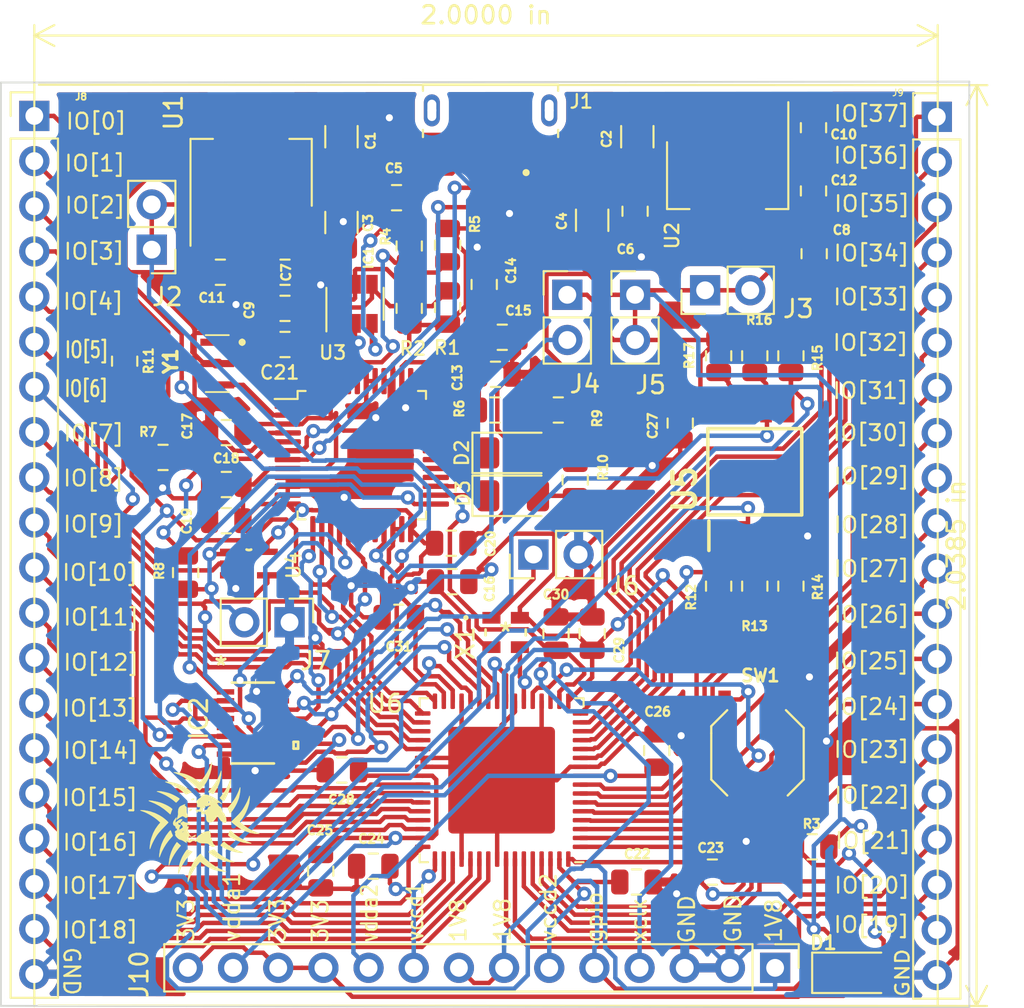
<source format=kicad_pcb>
(kicad_pcb (version 20171130) (host pcbnew "(5.1.4)-1")
  (layers (0 F.Cu signal) (31 B.Cu signal) (34 B.Paste user) (35 F.Paste user) (36 B.SilkS user) (37 F.SilkS user) (38 B.Mask user) (39 F.Mask user) (44 Edge.Cuts user))
  (net 0 "")
  (net 1 +5V)
  (net 2 GND)
  (net 3 +1V8)
  (net 4 "Net-(C13-Pad2)")
  (net 5 "Net-(C14-Pad2)")
  (net 6 "Net-(C15-Pad2)")
  (net 7 vddio)
  (net 8 vccd2)
  (net 9 vccd1)
  (net 10 vdda1)
  (net 11 vdda2)
  (net 12 "Net-(D1-Pad2)")
  (net 13 gpio)
  (net 14 "Net-(D2-Pad2)")
  (net 15 "Net-(D2-Pad1)")
  (net 16 "Net-(D3-Pad2)")
  (net 17 "Net-(D3-Pad1)")
  (net 18 FTDI_D-)
  (net 19 FTDI_D+)
  (net 20 EECS)
  (net 21 EECLK)
  (net 22 "Net-(IC1-Pad3)")
  (net 23 EEDATA)
  (net 24 Caravel_SCK)
  (net 25 USB_SCK_TXD)
  (net 26 Caravel_D0)
  (net 27 USB_SO_RXD)
  (net 28 USB_SI)
  (net 29 Caravel_D1)
  (net 30 USB_CS1)
  (net 31 Caravel_CSB)
  (net 32 TMUX_SEL)
  (net 33 "Net-(J6-Pad1)")
  (net 34 TXD_EN)
  (net 35 mprj_io[18])
  (net 36 mprj_io[17])
  (net 37 mprj_io[16])
  (net 38 mprj_io[15])
  (net 39 mprj_io[14])
  (net 40 mprj_io[13])
  (net 41 mprj_io[12])
  (net 42 mprj_io[11])
  (net 43 mprj_io[10])
  (net 44 mprj_io[9])
  (net 45 mprj_io[8])
  (net 46 mprj_io[7])
  (net 47 mprj_io[6]_ser_tx)
  (net 48 mprj_io[5]_ser_rx)
  (net 49 USB_CS2)
  (net 50 mprj_io[0])
  (net 51 mprj_io[37])
  (net 52 mprj_io[36])
  (net 53 mprj_io[35])
  (net 54 mprj_io[34])
  (net 55 mprj_io[33])
  (net 56 mprj_io[32])
  (net 57 mprj_io[31])
  (net 58 mprj_io[30])
  (net 59 mprj_io[29])
  (net 60 mprj_io[28])
  (net 61 mprj_io[27])
  (net 62 mprj_io[26])
  (net 63 mprj_io[25])
  (net 64 mprj_io[24])
  (net 65 mprj_io[23])
  (net 66 mprj_io[22])
  (net 67 mprj_io[21])
  (net 68 mprj_io[20])
  (net 69 mprj_io[19])
  (net 70 xclk)
  (net 71 "Net-(R7-Pad2)")
  (net 72 "Net-(R14-Pad1)")
  (net 73 "Net-(R17-Pad1)")
  (net 74 ~RST)
  (net 75 "Net-(U3-Pad2)")
  (net 76 "Net-(U3-Pad1)")
  (module striVe_foot_prints:logo (layer F.Cu) (at 118.999 115.7605)
    (fp_text reference T1 hide)
    (fp_text value Logo hide)
  )
  (module Connector_PinHeader_2.54mm:PinHeader_1x14_P2.54mm_Vertical (layer F.Cu) (at 151.384 123.952 270)
    (fp_text reference J10 (at 0.3683 35.7632 90) (layer F.SilkS))
    (fp_text value Conn_01x14_Female)
    (pad 14 thru_hole oval (at 0 33.02 270) (size 1.7 1.7) (drill 1) (layers *.Cu *.Mask) (net 7 vddio))
    (pad 13 thru_hole oval (at 0 30.48 270) (size 1.7 1.7) (drill 1) (layers *.Cu *.Mask) (net 10 vdda1))
    (pad 12 thru_hole oval (at 0 27.94 270) (size 1.7 1.7) (drill 1) (layers *.Cu *.Mask) (net 7 vddio))
    (pad 11 thru_hole oval (at 0 25.4 270) (size 1.7 1.7) (drill 1) (layers *.Cu *.Mask) (net 7 vddio))
    (pad 10 thru_hole oval (at 0 22.86 270) (size 1.7 1.7) (drill 1) (layers *.Cu *.Mask) (net 11 vdda2))
    (pad 9 thru_hole oval (at 0 20.32 270) (size 1.7 1.7) (drill 1) (layers *.Cu *.Mask) (net 9 vccd1))
    (pad 8 thru_hole oval (at 0 17.78 270) (size 1.7 1.7) (drill 1) (layers *.Cu *.Mask) (net 3 +1V8))
    (pad 7 thru_hole oval (at 0 15.24 270) (size 1.7 1.7) (drill 1) (layers *.Cu *.Mask) (net 3 +1V8))
    (pad 6 thru_hole oval (at 0 12.7 270) (size 1.7 1.7) (drill 1) (layers *.Cu *.Mask) (net 8 vccd2))
    (pad 5 thru_hole oval (at 0 10.16 270) (size 1.7 1.7) (drill 1) (layers *.Cu *.Mask) (net 13 gpio))
    (pad 4 thru_hole oval (at 0 7.62 270) (size 1.7 1.7) (drill 1) (layers *.Cu *.Mask) (net 70 xclk))
    (pad 3 thru_hole oval (at 0 5.08 270) (size 1.7 1.7) (drill 1) (layers *.Cu *.Mask) (net 2 GND))
    (pad 2 thru_hole oval (at 0 2.54 270) (size 1.7 1.7) (drill 1) (layers *.Cu *.Mask) (net 2 GND))
    (pad 1 thru_hole rect (at 0 0 270) (size 1.7 1.7) (drill 1) (layers *.Cu *.Mask) (net 3 +1V8))
  )
  (module Connector_PinHeader_2.54mm:PinHeader_1x20_P2.54mm_Vertical (layer F.Cu) (at 160.4772 76.0984)
    (fp_text reference J9 (at -2.1844 -1.3589) (layer F.SilkS) (effects (font (size 0.381 0.381) (thickness 0.0635))))
    (fp_text value Conn_01x20_Female)
    (pad 20 thru_hole oval (at 0 48.26) (size 1.7 1.7) (drill 1) (layers *.Cu *.Mask) (net 2 GND))
    (pad 19 thru_hole oval (at 0 45.72) (size 1.7 1.7) (drill 1) (layers *.Cu *.Mask) (net 69 mprj_io[19]))
    (pad 18 thru_hole oval (at 0 43.18) (size 1.7 1.7) (drill 1) (layers *.Cu *.Mask) (net 68 mprj_io[20]))
    (pad 17 thru_hole oval (at 0 40.64) (size 1.7 1.7) (drill 1) (layers *.Cu *.Mask) (net 67 mprj_io[21]))
    (pad 16 thru_hole oval (at 0 38.1) (size 1.7 1.7) (drill 1) (layers *.Cu *.Mask) (net 66 mprj_io[22]))
    (pad 15 thru_hole oval (at 0 35.56) (size 1.7 1.7) (drill 1) (layers *.Cu *.Mask) (net 65 mprj_io[23]))
    (pad 14 thru_hole oval (at 0 33.02) (size 1.7 1.7) (drill 1) (layers *.Cu *.Mask) (net 64 mprj_io[24]))
    (pad 13 thru_hole oval (at 0 30.48) (size 1.7 1.7) (drill 1) (layers *.Cu *.Mask) (net 63 mprj_io[25]))
    (pad 12 thru_hole oval (at 0 27.94) (size 1.7 1.7) (drill 1) (layers *.Cu *.Mask) (net 62 mprj_io[26]))
    (pad 11 thru_hole oval (at 0 25.4) (size 1.7 1.7) (drill 1) (layers *.Cu *.Mask) (net 61 mprj_io[27]))
    (pad 10 thru_hole oval (at 0 22.86) (size 1.7 1.7) (drill 1) (layers *.Cu *.Mask) (net 60 mprj_io[28]))
    (pad 9 thru_hole oval (at 0 20.32) (size 1.7 1.7) (drill 1) (layers *.Cu *.Mask) (net 59 mprj_io[29]))
    (pad 8 thru_hole oval (at 0 17.78) (size 1.7 1.7) (drill 1) (layers *.Cu *.Mask) (net 58 mprj_io[30]))
    (pad 7 thru_hole oval (at 0 15.24) (size 1.7 1.7) (drill 1) (layers *.Cu *.Mask) (net 57 mprj_io[31]))
    (pad 6 thru_hole oval (at 0 12.7) (size 1.7 1.7) (drill 1) (layers *.Cu *.Mask) (net 56 mprj_io[32]))
    (pad 5 thru_hole oval (at 0 10.16) (size 1.7 1.7) (drill 1) (layers *.Cu *.Mask) (net 55 mprj_io[33]))
    (pad 4 thru_hole oval (at 0 7.62) (size 1.7 1.7) (drill 1) (layers *.Cu *.Mask) (net 54 mprj_io[34]))
    (pad 3 thru_hole oval (at 0 5.08) (size 1.7 1.7) (drill 1) (layers *.Cu *.Mask) (net 53 mprj_io[35]))
    (pad 2 thru_hole oval (at 0 2.54) (size 1.7 1.7) (drill 1) (layers *.Cu *.Mask) (net 52 mprj_io[36]))
    (pad 1 thru_hole rect (at 0 0) (size 1.7 1.7) (drill 1) (layers *.Cu *.Mask) (net 51 mprj_io[37]))
  )
  (module Connector_PinHeader_2.54mm:PinHeader_1x20_P2.54mm_Vertical (layer F.Cu) (at 109.728 76.0476)
    (fp_text reference J8 (at 2.6289 -1.0795) (layer F.SilkS) (effects (font (size 0.381 0.381) (thickness 0.09525))))
    (fp_text value Conn_01x20_Female)
    (pad 20 thru_hole oval (at 0 48.26) (size 1.7 1.7) (drill 1) (layers *.Cu *.Mask) (net 2 GND))
    (pad 19 thru_hole oval (at 0 45.72) (size 1.7 1.7) (drill 1) (layers *.Cu *.Mask) (net 35 mprj_io[18]))
    (pad 18 thru_hole oval (at 0 43.18) (size 1.7 1.7) (drill 1) (layers *.Cu *.Mask) (net 36 mprj_io[17]))
    (pad 17 thru_hole oval (at 0 40.64) (size 1.7 1.7) (drill 1) (layers *.Cu *.Mask) (net 37 mprj_io[16]))
    (pad 16 thru_hole oval (at 0 38.1) (size 1.7 1.7) (drill 1) (layers *.Cu *.Mask) (net 38 mprj_io[15]))
    (pad 15 thru_hole oval (at 0 35.56) (size 1.7 1.7) (drill 1) (layers *.Cu *.Mask) (net 39 mprj_io[14]))
    (pad 14 thru_hole oval (at 0 33.02) (size 1.7 1.7) (drill 1) (layers *.Cu *.Mask) (net 40 mprj_io[13]))
    (pad 13 thru_hole oval (at 0 30.48) (size 1.7 1.7) (drill 1) (layers *.Cu *.Mask) (net 41 mprj_io[12]))
    (pad 12 thru_hole oval (at 0 27.94) (size 1.7 1.7) (drill 1) (layers *.Cu *.Mask) (net 42 mprj_io[11]))
    (pad 11 thru_hole oval (at 0 25.4) (size 1.7 1.7) (drill 1) (layers *.Cu *.Mask) (net 43 mprj_io[10]))
    (pad 10 thru_hole oval (at 0 22.86) (size 1.7 1.7) (drill 1) (layers *.Cu *.Mask) (net 44 mprj_io[9]))
    (pad 9 thru_hole oval (at 0 20.32) (size 1.7 1.7) (drill 1) (layers *.Cu *.Mask) (net 45 mprj_io[8]))
    (pad 8 thru_hole oval (at 0 17.78) (size 1.7 1.7) (drill 1) (layers *.Cu *.Mask) (net 46 mprj_io[7]))
    (pad 7 thru_hole oval (at 0 15.24) (size 1.7 1.7) (drill 1) (layers *.Cu *.Mask) (net 47 mprj_io[6]_ser_tx))
    (pad 6 thru_hole oval (at 0 12.7) (size 1.7 1.7) (drill 1) (layers *.Cu *.Mask) (net 48 mprj_io[5]_ser_rx))
    (pad 5 thru_hole oval (at 0 10.16) (size 1.7 1.7) (drill 1) (layers *.Cu *.Mask) (net 25 USB_SCK_TXD))
    (pad 4 thru_hole oval (at 0 7.62) (size 1.7 1.7) (drill 1) (layers *.Cu *.Mask) (net 49 USB_CS2))
    (pad 3 thru_hole oval (at 0 5.08) (size 1.7 1.7) (drill 1) (layers *.Cu *.Mask) (net 27 USB_SO_RXD))
    (pad 2 thru_hole oval (at 0 2.54) (size 1.7 1.7) (drill 1) (layers *.Cu *.Mask) (net 28 USB_SI))
    (pad 1 thru_hole rect (at 0 0) (size 1.7 1.7) (drill 1) (layers *.Cu *.Mask) (net 50 mprj_io[0]))
  )
  (module Connector_PinHeader_2.54mm:PinHeader_1x02_P2.54mm_Vertical (layer F.Cu) (at 124.079 104.521 270)
    (fp_text reference J7 (at 2.1717 -1.4732 180) (layer F.SilkS))
    (fp_text value Conn_01x02_Female)
    (pad 2 thru_hole oval (at 0 2.54 270) (size 1.7 1.7) (drill 1) (layers *.Cu *.Mask) (net 34 TXD_EN))
    (pad 1 thru_hole rect (at 0 0 270) (size 1.7 1.7) (drill 1) (layers *.Cu *.Mask) (net 2 GND))
  )
  (module Capacitor_SMD:C_0805_2012Metric (layer F.Cu) (at 130.2235 104.2416 180)
    (fp_text reference C31 (at 0 -1.65) (layer F.SilkS) (effects (font (size 0.508 0.508) (thickness 0.127))))
    (fp_text value "0.1uf - CC0805KRX7R9BB104")
    (pad 2 smd roundrect (at 0.9375 0 180) (size 0.975 1.4) (layers F.Cu F.Paste F.Mask) (net 2 GND))
    (pad 1 smd roundrect (at -0.9375 0 180) (size 0.975 1.4) (layers F.Cu F.Paste F.Mask) (net 7 vddio))
  )
  (module Resistor_SMD:R_0805_2012Metric (layer F.Cu) (at 130.81 83.3605 270)
    (fp_text reference R4 (at -0.5311 1.3208 90) (layer F.SilkS) (effects (font (size 0.508 0.508) (thickness 0.127))))
    (fp_text value "2K - CR0805J80202G")
    (pad 2 smd roundrect (at 0.9375 0 270) (size 0.975 1.4) (layers F.Cu F.Paste F.Mask) (net 23 EEDATA))
    (pad 1 smd roundrect (at -0.9375 0 270) (size 0.975 1.4) (layers F.Cu F.Paste F.Mask) (net 22 "Net-(IC1-Pad3)"))
  )
  (module striVe_foot_prints:CSTNE12M0GH5L000R0 (layer F.Cu) (at 120.015 89.973 90)
    (fp_text reference Y1 (at 0.1332 -2.6162 90) (layer F.SilkS) (effects (font (size 0.762 0.762) (thickness 0.1905))))
    (fp_text value CSTNE12M0GH5L000R0 hide)
    (pad 3 smd rect (at -1.2 0 90) (size 0.4 1.9) (layers F.Cu F.Paste F.Mask) (net 75 "Net-(U3-Pad2)"))
    (pad 2 smd rect (at 0 0 90) (size 0.4 1.9) (layers F.Cu F.Paste F.Mask) (net 2 GND))
    (pad 1 smd rect (at 1.2 0 90) (size 0.4 1.9) (layers F.Cu F.Paste F.Mask) (net 76 "Net-(U3-Pad1)"))
  )
  (module striVe_foot_prints:DSC6001JE1A-010.0000 (layer F.Cu) (at 136.2329 105.0925)
    (fp_text reference X1 (at -2.2733 0.5969 90) (layer F.SilkS))
    (fp_text value DSC6001_10MHZ)
    (fp_text user * (at 0 0) (layer F.SilkS))
    (pad 4 smd rect (at 0.8001 -0.8255) (size 1.016 0.6604) (layers F.Cu F.Paste F.Mask) (net 7 vddio))
    (pad 3 smd rect (at 0.8001 0.8255) (size 1.016 0.6604) (layers F.Cu F.Paste F.Mask) (net 70 xclk))
    (pad 2 smd rect (at -0.8001 0.8255) (size 1.016 0.6604) (layers F.Cu F.Paste F.Mask) (net 2 GND))
    (pad 1 smd rect (at -0.8001 -0.8255) (size 1.016 0.6604) (layers F.Cu F.Paste F.Mask) (net 33 "Net-(J6-Pad1)"))
  )
  (module Package_DFN_QFN:QFN-64-1EP_9x9mm_P0.5mm_EP6x6mm (layer F.Cu) (at 136.005 113.399 180)
    (fp_text reference U6 (at 6.5412 4.306) (layer F.SilkS))
    (fp_text value Caravel)
    (pad 64 smd roundrect (at -3.75 -4.4375 180) (size 0.25 0.875) (layers F.Cu F.Paste F.Mask) (net 7 vddio))
    (pad 63 smd roundrect (at -3.25 -4.4375 180) (size 0.25 0.875) (layers F.Cu F.Paste F.Mask) (net 8 vccd2))
    (pad 62 smd roundrect (at -2.75 -4.4375 180) (size 0.25 0.875) (layers F.Cu F.Paste F.Mask) (net 64 mprj_io[24]))
    (pad 61 smd roundrect (at -2.25 -4.4375 180) (size 0.25 0.875) (layers F.Cu F.Paste F.Mask) (net 65 mprj_io[23]))
    (pad 60 smd roundrect (at -1.75 -4.4375 180) (size 0.25 0.875) (layers F.Cu F.Paste F.Mask) (net 66 mprj_io[22]))
    (pad 59 smd roundrect (at -1.25 -4.4375 180) (size 0.25 0.875) (layers F.Cu F.Paste F.Mask) (net 67 mprj_io[21]))
    (pad 58 smd roundrect (at -0.75 -4.4375 180) (size 0.25 0.875) (layers F.Cu F.Paste F.Mask) (net 68 mprj_io[20]))
    (pad 57 smd roundrect (at -0.25 -4.4375 180) (size 0.25 0.875) (layers F.Cu F.Paste F.Mask) (net 69 mprj_io[19]))
    (pad 56 smd roundrect (at 0.25 -4.4375 180) (size 0.25 0.875) (layers F.Cu F.Paste F.Mask) (net 2 GND))
    (pad 55 smd roundrect (at 0.75 -4.4375 180) (size 0.25 0.875) (layers F.Cu F.Paste F.Mask) (net 35 mprj_io[18]))
    (pad 54 smd roundrect (at 1.25 -4.4375 180) (size 0.25 0.875) (layers F.Cu F.Paste F.Mask) (net 36 mprj_io[17]))
    (pad 53 smd roundrect (at 1.75 -4.4375 180) (size 0.25 0.875) (layers F.Cu F.Paste F.Mask) (net 37 mprj_io[16]))
    (pad 52 smd roundrect (at 2.25 -4.4375 180) (size 0.25 0.875) (layers F.Cu F.Paste F.Mask) (net 2 GND))
    (pad 51 smd roundrect (at 2.75 -4.4375 180) (size 0.25 0.875) (layers F.Cu F.Paste F.Mask) (net 38 mprj_io[15]))
    (pad 50 smd roundrect (at 3.25 -4.4375 180) (size 0.25 0.875) (layers F.Cu F.Paste F.Mask) (net 39 mprj_io[14]))
    (pad 49 smd roundrect (at 3.75 -4.4375 180) (size 0.25 0.875) (layers F.Cu F.Paste F.Mask) (net 9 vccd1))
    (pad 48 smd roundrect (at 4.4375 -3.75 180) (size 0.875 0.25) (layers F.Cu F.Paste F.Mask) (net 40 mprj_io[13]))
    (pad 47 smd roundrect (at 4.4375 -3.25 180) (size 0.875 0.25) (layers F.Cu F.Paste F.Mask) (net 10 vdda1))
    (pad 46 smd roundrect (at 4.4375 -2.75 180) (size 0.875 0.25) (layers F.Cu F.Paste F.Mask) (net 41 mprj_io[12]))
    (pad 45 smd roundrect (at 4.4375 -2.25 180) (size 0.875 0.25) (layers F.Cu F.Paste F.Mask) (net 42 mprj_io[11]))
    (pad 44 smd roundrect (at 4.4375 -1.75 180) (size 0.875 0.25) (layers F.Cu F.Paste F.Mask) (net 43 mprj_io[10]))
    (pad 43 smd roundrect (at 4.4375 -1.25 180) (size 0.875 0.25) (layers F.Cu F.Paste F.Mask) (net 44 mprj_io[9]))
    (pad 42 smd roundrect (at 4.4375 -0.75 180) (size 0.875 0.25) (layers F.Cu F.Paste F.Mask) (net 45 mprj_io[8]))
    (pad 41 smd roundrect (at 4.4375 -0.25 180) (size 0.875 0.25) (layers F.Cu F.Paste F.Mask) (net 46 mprj_io[7]))
    (pad 40 smd roundrect (at 4.4375 0.25 180) (size 0.875 0.25) (layers F.Cu F.Paste F.Mask) (net 10 vdda1))
    (pad 39 smd roundrect (at 4.4375 0.75 180) (size 0.875 0.25) (layers F.Cu F.Paste F.Mask) (net 2 GND))
    (pad 38 smd roundrect (at 4.4375 1.25 180) (size 0.875 0.25) (layers F.Cu F.Paste F.Mask) (net 2 GND))
    (pad 37 smd roundrect (at 4.4375 1.75 180) (size 0.875 0.25) (layers F.Cu F.Paste F.Mask) (net 47 mprj_io[6]_ser_tx))
    (pad 36 smd roundrect (at 4.4375 2.25 180) (size 0.875 0.25) (layers F.Cu F.Paste F.Mask) (net 48 mprj_io[5]_ser_rx))
    (pad 35 smd roundrect (at 4.4375 2.75 180) (size 0.875 0.25) (layers F.Cu F.Paste F.Mask) (net 25 USB_SCK_TXD))
    (pad 34 smd roundrect (at 4.4375 3.25 180) (size 0.875 0.25) (layers F.Cu F.Paste F.Mask) (net 49 USB_CS2))
    (pad 33 smd roundrect (at 4.4375 3.75 180) (size 0.875 0.25) (layers F.Cu F.Paste F.Mask) (net 27 USB_SO_RXD))
    (pad 32 smd roundrect (at 3.75 4.4375 180) (size 0.25 0.875) (layers F.Cu F.Paste F.Mask) (net 28 USB_SI))
    (pad 31 smd roundrect (at 3.25 4.4375 180) (size 0.25 0.875) (layers F.Cu F.Paste F.Mask) (net 50 mprj_io[0]))
    (pad 30 smd roundrect (at 2.75 4.4375 180) (size 0.25 0.875) (layers F.Cu F.Paste F.Mask) (net 7 vddio))
    (pad 29 smd roundrect (at 2.25 4.4375 180) (size 0.25 0.875) (layers F.Cu F.Paste F.Mask) (net 2 GND))
    (pad 28 smd roundrect (at 1.75 4.4375 180) (size 0.25 0.875) (layers F.Cu F.Paste F.Mask) (net 13 gpio))
    (pad 27 smd roundrect (at 1.25 4.4375 180) (size 0.25 0.875) (layers F.Cu F.Paste F.Mask) (net 29 Caravel_D1))
    (pad 26 smd roundrect (at 0.75 4.4375 180) (size 0.25 0.875) (layers F.Cu F.Paste F.Mask) (net 26 Caravel_D0))
    (pad 25 smd roundrect (at 0.25 4.4375 180) (size 0.25 0.875) (layers F.Cu F.Paste F.Mask) (net 24 Caravel_SCK))
    (pad 24 smd roundrect (at -0.25 4.4375 180) (size 0.25 0.875) (layers F.Cu F.Paste F.Mask) (net 31 Caravel_CSB))
    (pad 23 smd roundrect (at -0.75 4.4375 180) (size 0.25 0.875) (layers F.Cu F.Paste F.Mask) (net 2 GND))
    (pad 22 smd roundrect (at -1.25 4.4375 180) (size 0.25 0.875) (layers F.Cu F.Paste F.Mask) (net 70 xclk))
    (pad 21 smd roundrect (at -1.75 4.4375 180) (size 0.25 0.875) (layers F.Cu F.Paste F.Mask) (net 74 ~RST))
    (pad 20 smd roundrect (at -2.25 4.4375 180) (size 0.25 0.875) (layers F.Cu F.Paste F.Mask) (net 2 GND))
    (pad 19 smd roundrect (at -2.75 4.4375 180) (size 0.25 0.875) (layers F.Cu F.Paste F.Mask))
    (pad 18 smd roundrect (at -3.25 4.4375 180) (size 0.25 0.875) (layers F.Cu F.Paste F.Mask) (net 3 +1V8))
    (pad 17 smd roundrect (at -3.75 4.4375 180) (size 0.25 0.875) (layers F.Cu F.Paste F.Mask) (net 7 vddio))
    (pad 16 smd roundrect (at -4.4375 3.75 180) (size 0.875 0.25) (layers F.Cu F.Paste F.Mask) (net 51 mprj_io[37]))
    (pad 15 smd roundrect (at -4.4375 3.25 180) (size 0.875 0.25) (layers F.Cu F.Paste F.Mask) (net 52 mprj_io[36]))
    (pad 14 smd roundrect (at -4.4375 2.75 180) (size 0.875 0.25) (layers F.Cu F.Paste F.Mask) (net 53 mprj_io[35]))
    (pad 13 smd roundrect (at -4.4375 2.25 180) (size 0.875 0.25) (layers F.Cu F.Paste F.Mask) (net 54 mprj_io[34]))
    (pad 12 smd roundrect (at -4.4375 1.75 180) (size 0.875 0.25) (layers F.Cu F.Paste F.Mask) (net 55 mprj_io[33]))
    (pad 11 smd roundrect (at -4.4375 1.25 180) (size 0.875 0.25) (layers F.Cu F.Paste F.Mask) (net 56 mprj_io[32]))
    (pad 10 smd roundrect (at -4.4375 0.75 180) (size 0.875 0.25) (layers F.Cu F.Paste F.Mask) (net 2 GND))
    (pad 9 smd roundrect (at -4.4375 0.25 180) (size 0.875 0.25) (layers F.Cu F.Paste F.Mask) (net 11 vdda2))
    (pad 8 smd roundrect (at -4.4375 -0.25 180) (size 0.875 0.25) (layers F.Cu F.Paste F.Mask) (net 57 mprj_io[31]))
    (pad 7 smd roundrect (at -4.4375 -0.75 180) (size 0.875 0.25) (layers F.Cu F.Paste F.Mask) (net 58 mprj_io[30]))
    (pad 6 smd roundrect (at -4.4375 -1.25 180) (size 0.875 0.25) (layers F.Cu F.Paste F.Mask) (net 59 mprj_io[29]))
    (pad 5 smd roundrect (at -4.4375 -1.75 180) (size 0.875 0.25) (layers F.Cu F.Paste F.Mask) (net 60 mprj_io[28]))
    (pad 4 smd roundrect (at -4.4375 -2.25 180) (size 0.875 0.25) (layers F.Cu F.Paste F.Mask) (net 61 mprj_io[27]))
    (pad 3 smd roundrect (at -4.4375 -2.75 180) (size 0.875 0.25) (layers F.Cu F.Paste F.Mask) (net 62 mprj_io[26]))
    (pad 2 smd roundrect (at -4.4375 -3.25 180) (size 0.875 0.25) (layers F.Cu F.Paste F.Mask) (net 63 mprj_io[25]))
    (pad 1 smd roundrect (at -4.4375 -3.75 180) (size 0.875 0.25) (layers F.Cu F.Paste F.Mask) (net 2 GND))
    (pad 65 smd roundrect (at 0 0 180) (size 6 6) (layers F.Cu F.Mask) (roundrect_rratio 0.041667) (net 2 GND))
  )
  (module striVe_foot_prints:SOIC127P790X216-8N (layer F.Cu) (at 150.241 96.056 90)
    (fp_text reference U5 (at -0.9847 -3.937 90) (layer F.SilkS) (effects (font (size 1.27 1.27) (thickness 0.254))))
    (fp_text value W25Q32FVSS hide)
    (pad 8 smd rect (at 3.6 -1.905 180) (size 0.65 1.65) (layers F.Cu F.Paste F.Mask) (net 7 vddio))
    (pad 7 smd rect (at 3.6 -0.635 180) (size 0.65 1.65) (layers F.Cu F.Paste F.Mask) (net 73 "Net-(R17-Pad1)"))
    (pad 6 smd rect (at 3.6 0.635 180) (size 0.65 1.65) (layers F.Cu F.Paste F.Mask) (net 24 Caravel_SCK))
    (pad 5 smd rect (at 3.6 1.905 180) (size 0.65 1.65) (layers F.Cu F.Paste F.Mask) (net 26 Caravel_D0))
    (pad 4 smd rect (at -3.6 1.905 180) (size 0.65 1.65) (layers F.Cu F.Paste F.Mask) (net 2 GND))
    (pad 3 smd rect (at -3.6 0.635 180) (size 0.65 1.65) (layers F.Cu F.Paste F.Mask) (net 72 "Net-(R14-Pad1)"))
    (pad 2 smd rect (at -3.6 -0.635 180) (size 0.65 1.65) (layers F.Cu F.Paste F.Mask) (net 29 Caravel_D1))
    (pad 1 smd rect (at -3.6 -1.905 180) (size 0.65 1.65) (layers F.Cu F.Paste F.Mask) (net 31 Caravel_CSB))
  )
  (module striVe_foot_prints:SOT65P210X110-5N (layer F.Cu) (at 121.793 101.219)
    (fp_text reference U4 (at 2.5146 0.1016 90) (layer F.SilkS) (effects (font (size 0.762 0.762) (thickness 0.127))))
    (fp_text value SN74LVC1G125DCKR)
    (pad 5 smd rect (at 1.0414 -0.6604) (size 1.1684 0.3556) (layers F.Cu F.Paste F.Mask) (net 7 vddio))
    (pad 4 smd rect (at 1.0414 0.6604) (size 1.1684 0.3556) (layers F.Cu F.Paste F.Mask) (net 27 USB_SO_RXD))
    (pad 3 smd rect (at -1.0414 0.6604) (size 1.1684 0.3556) (layers F.Cu F.Paste F.Mask) (net 2 GND))
    (pad 2 smd rect (at -1.0414 0) (size 1.1684 0.3556) (layers F.Cu F.Paste F.Mask) (net 47 mprj_io[6]_ser_tx))
    (pad 1 smd rect (at -1.0414 -0.6604) (size 1.1684 0.3556) (layers F.Cu F.Paste F.Mask) (net 34 TXD_EN))
  )
  (module Package_QFP:LQFP-48_7x7mm_P0.5mm (layer F.Cu) (at 128.143 95.123)
    (fp_text reference U3 (at -1.6383 -5.7658) (layer F.SilkS) (effects (font (size 0.762 0.762) (thickness 0.127))))
    (fp_text value FT232H)
    (pad 48 smd roundrect (at -2.75 -4.1625) (size 0.3 1.475) (layers F.Cu F.Paste F.Mask) (net 2 GND))
    (pad 47 smd roundrect (at -2.25 -4.1625) (size 0.3 1.475) (layers F.Cu F.Paste F.Mask) (net 2 GND))
    (pad 46 smd roundrect (at -1.75 -4.1625) (size 0.3 1.475) (layers F.Cu F.Paste F.Mask) (net 7 vddio))
    (pad 45 smd roundrect (at -1.25 -4.1625) (size 0.3 1.475) (layers F.Cu F.Paste F.Mask) (net 20 EECS))
    (pad 44 smd roundrect (at -0.75 -4.1625) (size 0.3 1.475) (layers F.Cu F.Paste F.Mask) (net 21 EECLK))
    (pad 43 smd roundrect (at -0.25 -4.1625) (size 0.3 1.475) (layers F.Cu F.Paste F.Mask) (net 23 EEDATA))
    (pad 42 smd roundrect (at 0.25 -4.1625) (size 0.3 1.475) (layers F.Cu F.Paste F.Mask) (net 2 GND))
    (pad 41 smd roundrect (at 0.75 -4.1625) (size 0.3 1.475) (layers F.Cu F.Paste F.Mask) (net 2 GND))
    (pad 40 smd roundrect (at 1.25 -4.1625) (size 0.3 1.475) (layers F.Cu F.Paste F.Mask) (net 7 vddio))
    (pad 39 smd roundrect (at 1.75 -4.1625) (size 0.3 1.475) (layers F.Cu F.Paste F.Mask) (net 7 vddio))
    (pad 38 smd roundrect (at 2.25 -4.1625) (size 0.3 1.475) (layers F.Cu F.Paste F.Mask) (net 5 "Net-(C14-Pad2)"))
    (pad 37 smd roundrect (at 2.75 -4.1625) (size 0.3 1.475) (layers F.Cu F.Paste F.Mask) (net 6 "Net-(C15-Pad2)"))
    (pad 36 smd roundrect (at 4.1625 -2.75) (size 1.475 0.3) (layers F.Cu F.Paste F.Mask) (net 2 GND))
    (pad 35 smd roundrect (at 4.1625 -2.25) (size 1.475 0.3) (layers F.Cu F.Paste F.Mask) (net 2 GND))
    (pad 34 smd roundrect (at 4.1625 -1.75) (size 1.475 0.3) (layers F.Cu F.Paste F.Mask) (net 4 "Net-(C13-Pad2)"))
    (pad 33 smd roundrect (at 4.1625 -1.25) (size 1.475 0.3) (layers F.Cu F.Paste F.Mask))
    (pad 32 smd roundrect (at 4.1625 -0.75) (size 1.475 0.3) (layers F.Cu F.Paste F.Mask))
    (pad 31 smd roundrect (at 4.1625 -0.25) (size 1.475 0.3) (layers F.Cu F.Paste F.Mask))
    (pad 30 smd roundrect (at 4.1625 0.25) (size 1.475 0.3) (layers F.Cu F.Paste F.Mask))
    (pad 29 smd roundrect (at 4.1625 0.75) (size 1.475 0.3) (layers F.Cu F.Paste F.Mask))
    (pad 28 smd roundrect (at 4.1625 1.25) (size 1.475 0.3) (layers F.Cu F.Paste F.Mask))
    (pad 27 smd roundrect (at 4.1625 1.75) (size 1.475 0.3) (layers F.Cu F.Paste F.Mask) (net 15 "Net-(D2-Pad1)"))
    (pad 26 smd roundrect (at 4.1625 2.25) (size 1.475 0.3) (layers F.Cu F.Paste F.Mask) (net 17 "Net-(D3-Pad1)"))
    (pad 25 smd roundrect (at 4.1625 2.75) (size 1.475 0.3) (layers F.Cu F.Paste F.Mask) (net 34 TXD_EN))
    (pad 24 smd roundrect (at 2.75 4.1625) (size 0.3 1.475) (layers F.Cu F.Paste F.Mask) (net 7 vddio))
    (pad 23 smd roundrect (at 2.25 4.1625) (size 0.3 1.475) (layers F.Cu F.Paste F.Mask) (net 2 GND))
    (pad 22 smd roundrect (at 1.75 4.1625) (size 0.3 1.475) (layers F.Cu F.Paste F.Mask) (net 2 GND))
    (pad 21 smd roundrect (at 1.25 4.1625) (size 0.3 1.475) (layers F.Cu F.Paste F.Mask) (net 32 TMUX_SEL))
    (pad 20 smd roundrect (at 0.75 4.1625) (size 0.3 1.475) (layers F.Cu F.Paste F.Mask))
    (pad 19 smd roundrect (at 0.25 4.1625) (size 0.3 1.475) (layers F.Cu F.Paste F.Mask))
    (pad 18 smd roundrect (at -0.25 4.1625) (size 0.3 1.475) (layers F.Cu F.Paste F.Mask))
    (pad 17 smd roundrect (at -0.75 4.1625) (size 0.3 1.475) (layers F.Cu F.Paste F.Mask) (net 49 USB_CS2))
    (pad 16 smd roundrect (at -1.25 4.1625) (size 0.3 1.475) (layers F.Cu F.Paste F.Mask) (net 30 USB_CS1))
    (pad 15 smd roundrect (at -1.75 4.1625) (size 0.3 1.475) (layers F.Cu F.Paste F.Mask) (net 28 USB_SI))
    (pad 14 smd roundrect (at -2.25 4.1625) (size 0.3 1.475) (layers F.Cu F.Paste F.Mask) (net 27 USB_SO_RXD))
    (pad 13 smd roundrect (at -2.75 4.1625) (size 0.3 1.475) (layers F.Cu F.Paste F.Mask) (net 25 USB_SCK_TXD))
    (pad 12 smd roundrect (at -4.1625 2.75) (size 1.475 0.3) (layers F.Cu F.Paste F.Mask) (net 7 vddio))
    (pad 11 smd roundrect (at -4.1625 2.25) (size 1.475 0.3) (layers F.Cu F.Paste F.Mask) (net 2 GND))
    (pad 10 smd roundrect (at -4.1625 1.75) (size 1.475 0.3) (layers F.Cu F.Paste F.Mask) (net 2 GND))
    (pad 9 smd roundrect (at -4.1625 1.25) (size 1.475 0.3) (layers F.Cu F.Paste F.Mask) (net 2 GND))
    (pad 8 smd roundrect (at -4.1625 0.75) (size 1.475 0.3) (layers F.Cu F.Paste F.Mask) (net 7 vddio))
    (pad 7 smd roundrect (at -4.1625 0.25) (size 1.475 0.3) (layers F.Cu F.Paste F.Mask) (net 19 FTDI_D+))
    (pad 6 smd roundrect (at -4.1625 -0.25) (size 1.475 0.3) (layers F.Cu F.Paste F.Mask) (net 18 FTDI_D-))
    (pad 5 smd roundrect (at -4.1625 -0.75) (size 1.475 0.3) (layers F.Cu F.Paste F.Mask) (net 71 "Net-(R7-Pad2)"))
    (pad 4 smd roundrect (at -4.1625 -1.25) (size 1.475 0.3) (layers F.Cu F.Paste F.Mask) (net 2 GND))
    (pad 3 smd roundrect (at -4.1625 -1.75) (size 1.475 0.3) (layers F.Cu F.Paste F.Mask) (net 7 vddio))
    (pad 2 smd roundrect (at -4.1625 -2.25) (size 1.475 0.3) (layers F.Cu F.Paste F.Mask) (net 75 "Net-(U3-Pad2)"))
    (pad 1 smd roundrect (at -4.1625 -2.75) (size 1.475 0.3) (layers F.Cu F.Paste F.Mask) (net 76 "Net-(U3-Pad1)"))
  )
  (module Package_TO_SOT_SMD:SOT-223 (layer F.Cu) (at 148.717 79.375 270)
    (fp_text reference U2 (at 3.4036 3.1242 270) (layer F.SilkS) (effects (font (size 0.762 0.762) (thickness 0.127))))
    (fp_text value AZ1117-3.3)
    (pad 1 smd rect (at -3.15 -2.3 270) (size 2 1.5) (layers F.Cu F.Paste F.Mask) (net 2 GND))
    (pad 3 smd rect (at -3.15 2.3 270) (size 2 1.5) (layers F.Cu F.Paste F.Mask) (net 1 +5V))
    (pad 2 smd rect (at -3.15 0 270) (size 2 1.5) (layers F.Cu F.Paste F.Mask) (net 7 vddio))
    (pad 4 smd rect (at 3.15 0 270) (size 2 3.8) (layers F.Cu F.Paste F.Mask))
  )
  (module Package_TO_SOT_SMD:SOT-223 (layer F.Cu) (at 121.92 79.248 90)
    (fp_text reference U1 (at 3.3909 -4.3688 90) (layer F.SilkS))
    (fp_text value AZ1117CH-1.8TRG1)
    (pad 1 smd rect (at -3.15 -2.3 90) (size 2 1.5) (layers F.Cu F.Paste F.Mask) (net 2 GND))
    (pad 3 smd rect (at -3.15 2.3 90) (size 2 1.5) (layers F.Cu F.Paste F.Mask) (net 1 +5V))
    (pad 2 smd rect (at -3.15 0 90) (size 2 1.5) (layers F.Cu F.Paste F.Mask) (net 3 +1V8))
    (pad 4 smd rect (at 3.15 0 90) (size 2 3.8) (layers F.Cu F.Paste F.Mask))
  )
  (module striVe_foot_prints:SW4-SMD-5.2X5.2X1.5MM (layer F.Cu) (at 150.3934 111.8616 270)
    (fp_text reference SW1 (at -4.3434 -0.1651 180) (layer F.SilkS) (effects (font (size 0.701109 0.701109))))
    (fp_text value "SW_Push - SKQGADE010")
    (pad 1 smd rect (at 3 1.85 270) (size 1 0.7) (layers F.Cu F.Paste F.Mask) (net 74 ~RST))
    (pad 1 smd rect (at -3 1.85 270) (size 1 0.7) (layers F.Cu F.Paste F.Mask) (net 74 ~RST))
    (pad 2 smd rect (at 3 -1.85 270) (size 1 0.7) (layers F.Cu F.Paste F.Mask) (net 2 GND))
    (pad 2 smd rect (at -3 -1.85 270) (size 1 0.7) (layers F.Cu F.Paste F.Mask) (net 2 GND))
  )
  (module Resistor_SMD:R_0805_2012Metric (layer F.Cu) (at 148.209 89.535 90)
    (fp_text reference R17 (at 0 -1.65 90) (layer F.SilkS) (effects (font (size 0.508 0.508) (thickness 0.127))))
    (fp_text value "10k - RC0805FR-0710KL")
    (pad 2 smd roundrect (at 0.9375 0 90) (size 0.975 1.4) (layers F.Cu F.Paste F.Mask) (net 7 vddio))
    (pad 1 smd roundrect (at -0.9375 0 90) (size 0.975 1.4) (layers F.Cu F.Paste F.Mask) (net 73 "Net-(R17-Pad1)"))
  )
  (module Resistor_SMD:R_0805_2012Metric (layer F.Cu) (at 150.241 89.535 90)
    (fp_text reference R16 (at 2.0193 0.254 180) (layer F.SilkS) (effects (font (size 0.508 0.508) (thickness 0.127))))
    (fp_text value "10k - RC0805FR-0710KL")
    (pad 2 smd roundrect (at 0.9375 0 90) (size 0.975 1.4) (layers F.Cu F.Paste F.Mask) (net 7 vddio))
    (pad 1 smd roundrect (at -0.9375 0 90) (size 0.975 1.4) (layers F.Cu F.Paste F.Mask) (net 24 Caravel_SCK))
  )
  (module Resistor_SMD:R_0805_2012Metric (layer F.Cu) (at 152.273 89.535 90)
    (fp_text reference R15 (at -0.1143 1.4986 90) (layer F.SilkS) (effects (font (size 0.508 0.508) (thickness 0.127))))
    (fp_text value "10k - RC0805FR-0710KL")
    (pad 2 smd roundrect (at 0.9375 0 90) (size 0.975 1.4) (layers F.Cu F.Paste F.Mask) (net 7 vddio))
    (pad 1 smd roundrect (at -0.9375 0 90) (size 0.975 1.4) (layers F.Cu F.Paste F.Mask) (net 26 Caravel_D0))
  )
  (module Resistor_SMD:R_0805_2012Metric (layer F.Cu) (at 152.273 102.489 270)
    (fp_text reference R14 (at 0.0508 -1.5113 90) (layer F.SilkS) (effects (font (size 0.508 0.508) (thickness 0.127))))
    (fp_text value "10k - RC0805FR-0710KL")
    (pad 2 smd roundrect (at 0.9375 0 270) (size 0.975 1.4) (layers F.Cu F.Paste F.Mask) (net 7 vddio))
    (pad 1 smd roundrect (at -0.9375 0 270) (size 0.975 1.4) (layers F.Cu F.Paste F.Mask) (net 72 "Net-(R14-Pad1)"))
  )
  (module Resistor_SMD:R_0805_2012Metric (layer F.Cu) (at 150.241 102.489 270)
    (fp_text reference R13 (at 2.2479 0.0127 180) (layer F.SilkS) (effects (font (size 0.508 0.508) (thickness 0.127))))
    (fp_text value "10k - RC0805FR-0710KL")
    (pad 2 smd roundrect (at 0.9375 0 270) (size 0.975 1.4) (layers F.Cu F.Paste F.Mask) (net 7 vddio))
    (pad 1 smd roundrect (at -0.9375 0 270) (size 0.975 1.4) (layers F.Cu F.Paste F.Mask) (net 29 Caravel_D1))
  )
  (module Resistor_SMD:R_0805_2012Metric (layer F.Cu) (at 148.209 102.489 270)
    (fp_text reference R12 (at 0.6223 1.5494 90) (layer F.SilkS) (effects (font (size 0.508 0.508) (thickness 0.127))))
    (fp_text value "10k - RC0805FR-0710KL")
    (pad 2 smd roundrect (at 0.9375 0 270) (size 0.975 1.4) (layers F.Cu F.Paste F.Mask) (net 7 vddio))
    (pad 1 smd roundrect (at -0.9375 0 270) (size 0.975 1.4) (layers F.Cu F.Paste F.Mask) (net 31 Caravel_CSB))
  )
  (module Resistor_SMD:R_0805_2012Metric (layer F.Cu) (at 114.808 89.8375 90)
    (fp_text reference R11 (at 0.0231 1.3462 90) (layer F.SilkS) (effects (font (size 0.508 0.508) (thickness 0.127))))
    (fp_text value 0)
    (pad 2 smd roundrect (at 0.9375 0 90) (size 0.975 1.4) (layers F.Cu F.Paste F.Mask) (net 25 USB_SCK_TXD))
    (pad 1 smd roundrect (at -0.9375 0 90) (size 0.975 1.4) (layers F.Cu F.Paste F.Mask) (net 48 mprj_io[5]_ser_rx))
  )
  (module Resistor_SMD:R_0805_2012Metric (layer F.Cu) (at 140.1445 96.52 90)
    (fp_text reference R10 (at 0.7112 1.5621 90) (layer F.SilkS) (effects (font (size 0.508 0.508) (thickness 0.127))))
    (fp_text value "150 - 0805W8J0151T5E")
    (pad 2 smd roundrect (at 0.9375 0 90) (size 0.975 1.4) (layers F.Cu F.Paste F.Mask) (net 7 vddio))
    (pad 1 smd roundrect (at -0.9375 0 90) (size 0.975 1.4) (layers F.Cu F.Paste F.Mask) (net 16 "Net-(D3-Pad2)"))
  )
  (module Resistor_SMD:R_0805_2012Metric (layer F.Cu) (at 139.192 92.583 180)
    (fp_text reference R9 (at -2.1844 -0.4699 90) (layer F.SilkS) (effects (font (size 0.508 0.508) (thickness 0.127))))
    (fp_text value "150 - 0805W8J0151T5E")
    (pad 2 smd roundrect (at 0.9375 0 180) (size 0.975 1.4) (layers F.Cu F.Paste F.Mask) (net 7 vddio))
    (pad 1 smd roundrect (at -0.9375 0 180) (size 0.975 1.4) (layers F.Cu F.Paste F.Mask) (net 14 "Net-(D2-Pad2)"))
  )
  (module Resistor_SMD:R_0805_2012Metric (layer F.Cu) (at 118.237 101.727 270)
    (fp_text reference R8 (at -0.0889 1.4859 90) (layer F.SilkS) (effects (font (size 0.508 0.508) (thickness 0.127))))
    (fp_text value 10k)
    (pad 2 smd roundrect (at 0.9375 0 270) (size 0.975 1.4) (layers F.Cu F.Paste F.Mask) (net 34 TXD_EN))
    (pad 1 smd roundrect (at -0.9375 0 270) (size 0.975 1.4) (layers F.Cu F.Paste F.Mask) (net 7 vddio))
  )
  (module Resistor_SMD:R_0805_2012Metric (layer F.Cu) (at 116.967 95.25)
    (fp_text reference R7 (at -0.8382 -1.4351) (layer F.SilkS) (effects (font (size 0.508 0.508) (thickness 0.127))))
    (fp_text value "12K 1% - 0805W8F1202T5E")
    (pad 2 smd roundrect (at 0.9375 0) (size 0.975 1.4) (layers F.Cu F.Paste F.Mask) (net 71 "Net-(R7-Pad2)"))
    (pad 1 smd roundrect (at -0.9375 0) (size 0.975 1.4) (layers F.Cu F.Paste F.Mask) (net 2 GND))
  )
  (module Resistor_SMD:R_0805_2012Metric (layer F.Cu) (at 135.636 92.583)
    (fp_text reference R6 (at -2.0066 -0.0762 90) (layer F.SilkS) (effects (font (size 0.508 0.508) (thickness 0.127))))
    (fp_text value "10k - RC0805FR-0710KL")
    (pad 2 smd roundrect (at 0.9375 0) (size 0.975 1.4) (layers F.Cu F.Paste F.Mask) (net 7 vddio))
    (pad 1 smd roundrect (at -0.9375 0) (size 0.975 1.4) (layers F.Cu F.Paste F.Mask) (net 4 "Net-(C13-Pad2)"))
  )
  (module Resistor_SMD:R_0805_2012Metric (layer F.Cu) (at 132.969 83.312 270)
    (fp_text reference R5 (at -1.1811 -1.5367 90) (layer F.SilkS) (effects (font (size 0.508 0.508) (thickness 0.127))))
    (fp_text value "10k - RC0805FR-0710KL")
    (pad 2 smd roundrect (at 0.9375 0 270) (size 0.975 1.4) (layers F.Cu F.Paste F.Mask) (net 23 EEDATA))
    (pad 1 smd roundrect (at -0.9375 0 270) (size 0.975 1.4) (layers F.Cu F.Paste F.Mask) (net 7 vddio))
  )
  (module Resistor_SMD:R_0805_2012Metric (layer F.Cu) (at 153.4691 117.1448 180)
    (fp_text reference R3 (at 0.0277 1.2827) (layer F.SilkS) (effects (font (size 0.508 0.508) (thickness 0.127))))
    (fp_text value "82 - 0805W8F820JT5E")
    (pad 2 smd roundrect (at 0.9375 0 180) (size 0.975 1.4) (layers F.Cu F.Paste F.Mask) (net 12 "Net-(D1-Pad2)"))
    (pad 1 smd roundrect (at -0.9375 0 180) (size 0.975 1.4) (layers F.Cu F.Paste F.Mask) (net 7 vddio))
  )
  (module Resistor_SMD:R_0805_2012Metric (layer F.Cu) (at 130.81 86.868 270)
    (fp_text reference R2 (at 2.2606 -0.2032 180) (layer F.SilkS) (effects (font (size 0.762 0.762) (thickness 0.127))))
    (fp_text value "10k - RC0805FR-0710KL")
    (pad 2 smd roundrect (at 0.9375 0 270) (size 0.975 1.4) (layers F.Cu F.Paste F.Mask) (net 7 vddio))
    (pad 1 smd roundrect (at -0.9375 0 270) (size 0.975 1.4) (layers F.Cu F.Paste F.Mask) (net 20 EECS))
  )
  (module Resistor_SMD:R_0805_2012Metric (layer F.Cu) (at 132.969 86.8195 270)
    (fp_text reference R1 (at 2.2583 0.0254 180) (layer F.SilkS) (effects (font (size 0.762 0.762) (thickness 0.127))))
    (fp_text value "10k - RC0805FR-0710KL")
    (pad 2 smd roundrect (at 0.9375 0 270) (size 0.975 1.4) (layers F.Cu F.Paste F.Mask) (net 7 vddio))
    (pad 1 smd roundrect (at -0.9375 0 270) (size 0.975 1.4) (layers F.Cu F.Paste F.Mask) (net 21 EECLK))
  )
  (module Connector_PinHeader_2.54mm:PinHeader_1x02_P2.54mm_Vertical (layer F.Cu) (at 137.795 100.711 90)
    (fp_text reference J6 (at -1.7653 5.1054 180) (layer F.SilkS))
    (fp_text value Conn_01x02_Male)
    (pad 1 thru_hole rect (at 0 0 90) (size 1.7 1.7) (drill 1) (layers *.Cu *.Mask) (net 33 "Net-(J6-Pad1)"))
    (pad 2 thru_hole oval (at 0 2.54 90) (size 1.7 1.7) (drill 1) (layers *.Cu *.Mask) (net 2 GND))
  )
  (module Connector_PinHeader_2.54mm:PinHeader_1x02_P2.54mm_Vertical (layer F.Cu) (at 143.51 86.106)
    (fp_text reference J5 (at 0.8763 5.0673) (layer F.SilkS))
    (fp_text value Conn_01x02_Male)
    (pad 2 thru_hole oval (at 0 2.54) (size 1.7 1.7) (drill 1) (layers *.Cu *.Mask) (net 7 vddio))
    (pad 1 thru_hole rect (at 0 0) (size 1.7 1.7) (drill 1) (layers *.Cu *.Mask) (net 7 vddio))
  )
  (module Connector_PinHeader_2.54mm:PinHeader_1x02_P2.54mm_Vertical (layer F.Cu) (at 139.7 86.106)
    (fp_text reference J4 (at 0.9906 5.0165) (layer F.SilkS))
    (fp_text value Conn_01x02_Male)
    (pad 2 thru_hole oval (at 0 2.54) (size 1.7 1.7) (drill 1) (layers *.Cu *.Mask) (net 32 TMUX_SEL))
    (pad 1 thru_hole rect (at 0 0) (size 1.7 1.7) (drill 1) (layers *.Cu *.Mask) (net 7 vddio))
  )
  (module Connector_PinHeader_2.54mm:PinHeader_1x02_P2.54mm_Vertical (layer F.Cu) (at 147.447 85.852 90)
    (fp_text reference J3 (at -1.0414 5.2451 180) (layer F.SilkS))
    (fp_text value Conn_01x02_Male)
    (pad 2 thru_hole oval (at 0 2.54 90) (size 1.7 1.7) (drill 1) (layers *.Cu *.Mask) (net 7 vddio))
    (pad 1 thru_hole rect (at 0 0 90) (size 1.7 1.7) (drill 1) (layers *.Cu *.Mask) (net 7 vddio))
  )
  (module Connector_PinHeader_2.54mm:PinHeader_1x02_P2.54mm_Vertical (layer F.Cu) (at 116.332 83.566 180)
    (fp_text reference J2 (at -0.8763 -2.6543) (layer F.SilkS))
    (fp_text value Conn_01x02_Male)
    (pad 2 thru_hole oval (at 0 2.54 180) (size 1.7 1.7) (drill 1) (layers *.Cu *.Mask) (net 3 +1V8))
    (pad 1 thru_hole rect (at 0 0 180) (size 1.7 1.7) (drill 1) (layers *.Cu *.Mask) (net 3 +1V8))
  )
  (module striVe_foot_prints:FCI_10118193-0001LF (layer F.Cu) (at 135.382 75.733935 180)
    (fp_text reference J1 (at -5.1054 0.499135) (layer F.SilkS) (effects (font (size 0.762 0.762) (thickness 0.127))))
    (fp_text value "USB_B_Micro - 10118193-0001LF")
    (pad S6 thru_hole oval (at 3.3 0 180) (size 0.9 1.8) (drill oval 0.5 1.2) (layers *.Cu *.Mask))
    (pad S5 thru_hole oval (at -3.3 0 180) (size 0.9 1.8) (drill oval 0.5 1.2) (layers *.Cu *.Mask))
    (pad None np_thru_hole circle (at 3.3 0 180) (size 0.5 0.5) (drill 0.5) (layers *.Cu *.Mask))
    (pad None np_thru_hole circle (at -3.3 0 180) (size 0.5 0.5) (drill 0.5) (layers *.Cu *.Mask))
    (pad S3 smd rect (at 1.2 0 180) (size 1.9 1.9) (layers F.Cu F.Paste F.Mask))
    (pad S4 smd rect (at -1.2 0 180) (size 1.9 1.9) (layers F.Cu F.Paste F.Mask))
    (pad S2 smd rect (at 3.2 -2.45 180) (size 1.6 1.4) (layers F.Cu F.Paste F.Mask))
    (pad 6 smd rect (at -3.2 -2.45 180) (size 1.6 1.4) (layers F.Cu F.Paste F.Mask))
    (pad 5 smd rect (at 1.3 -2.675 180) (size 0.4 1.35) (layers F.Cu F.Paste F.Mask) (net 2 GND))
    (pad 4 smd rect (at 0.65 -2.675 180) (size 0.4 1.35) (layers F.Cu F.Paste F.Mask))
    (pad 3 smd rect (at 0 -2.675 180) (size 0.4 1.35) (layers F.Cu F.Paste F.Mask) (net 19 FTDI_D+))
    (pad 2 smd rect (at -0.65 -2.675 180) (size 0.4 1.35) (layers F.Cu F.Paste F.Mask) (net 18 FTDI_D-))
    (pad 1 smd rect (at -1.3 -2.675 180) (size 0.4 1.35) (layers F.Cu F.Paste F.Mask) (net 1 +5V))
  )
  (module striVe_foot_prints:TMUX1574DYYR (layer F.Cu) (at 122.0216 110.1852)
    (fp_text reference IC2 (at -3.048 -0.254 90) (layer F.SilkS))
    (fp_text value TMUX1574DYYR)
    (fp_text user * (at -1.79705 -3.1978) (layer F.SilkS))
    (fp_text user * (at -1.79705 -3.1978) (layer F.SilkS))
    (pad 16 smd rect (at 1.54305 -1.749999) (size 0.9779 0.3048) (layers F.Cu F.Paste F.Mask) (net 7 vddio))
    (pad 15 smd rect (at 1.54305 -1.25) (size 0.9779 0.3048) (layers F.Cu F.Paste F.Mask) (net 2 GND))
    (pad 14 smd rect (at 1.54305 -0.749998) (size 0.9779 0.3048) (layers F.Cu F.Paste F.Mask) (net 24 Caravel_SCK))
    (pad 13 smd rect (at 1.54305 -0.25) (size 0.9779 0.3048) (layers F.Cu F.Paste F.Mask) (net 25 USB_SCK_TXD))
    (pad 12 smd rect (at 1.54305 0.25) (size 0.9779 0.3048) (layers F.Cu F.Paste F.Mask) (net 24 Caravel_SCK))
    (pad 11 smd rect (at 1.54305 0.750001) (size 0.9779 0.3048) (layers F.Cu F.Paste F.Mask) (net 26 Caravel_D0))
    (pad 10 smd rect (at 1.54305 1.25) (size 0.9779 0.3048) (layers F.Cu F.Paste F.Mask) (net 27 USB_SO_RXD))
    (pad 9 smd rect (at 1.54305 1.750002) (size 0.9779 0.3048) (layers F.Cu F.Paste F.Mask) (net 26 Caravel_D0))
    (pad 8 smd rect (at -1.54305 1.749999) (size 0.9779 0.3048) (layers F.Cu F.Paste F.Mask) (net 2 GND))
    (pad 7 smd rect (at -1.54305 1.25) (size 0.9779 0.3048) (layers F.Cu F.Paste F.Mask) (net 29 Caravel_D1))
    (pad 6 smd rect (at -1.54305 0.749998) (size 0.9779 0.3048) (layers F.Cu F.Paste F.Mask) (net 28 USB_SI))
    (pad 5 smd rect (at -1.54305 0.25) (size 0.9779 0.3048) (layers F.Cu F.Paste F.Mask) (net 29 Caravel_D1))
    (pad 4 smd rect (at -1.54305 -0.25) (size 0.9779 0.3048) (layers F.Cu F.Paste F.Mask) (net 31 Caravel_CSB))
    (pad 3 smd rect (at -1.54305 -0.750001) (size 0.9779 0.3048) (layers F.Cu F.Paste F.Mask) (net 30 USB_CS1))
    (pad 2 smd rect (at -1.54305 -1.25) (size 0.9779 0.3048) (layers F.Cu F.Paste F.Mask) (net 31 Caravel_CSB))
    (pad 1 smd rect (at -1.54305 -1.750002) (size 0.9779 0.3048) (layers F.Cu F.Paste F.Mask) (net 32 TMUX_SEL))
  )
  (module Package_TO_SOT_SMD:SOT-23-6 (layer F.Cu) (at 127.762 86.614 90)
    (fp_text reference IC1 (at 2.5781 0.762 90) (layer F.SilkS) (effects (font (size 0.508 0.508) (thickness 0.127))))
    (fp_text value 93C56)
    (pad 5 smd rect (at 1.1 0 90) (size 1.06 0.65) (layers F.Cu F.Paste F.Mask) (net 20 EECS))
    (pad 6 smd rect (at 1.1 -0.95 90) (size 1.06 0.65) (layers F.Cu F.Paste F.Mask) (net 7 vddio))
    (pad 4 smd rect (at 1.1 0.95 90) (size 1.06 0.65) (layers F.Cu F.Paste F.Mask) (net 21 EECLK))
    (pad 3 smd rect (at -1.1 0.95 90) (size 1.06 0.65) (layers F.Cu F.Paste F.Mask) (net 22 "Net-(IC1-Pad3)"))
    (pad 2 smd rect (at -1.1 0 90) (size 1.06 0.65) (layers F.Cu F.Paste F.Mask) (net 2 GND))
    (pad 1 smd rect (at -1.1 -0.95 90) (size 1.06 0.65) (layers F.Cu F.Paste F.Mask) (net 23 EEDATA))
  )
  (module LED_SMD:LED_1206_3216Metric (layer F.Cu) (at 136.649 97.409)
    (fp_text reference D3 (at -2.8164 -0.1397 90) (layer F.SilkS) (effects (font (size 0.762 0.762) (thickness 0.127))))
    (fp_text value "LED - 17-215SURC/S530-A2/TR8")
    (pad 2 smd roundrect (at 1.4 0) (size 1.25 1.75) (layers F.Cu F.Paste F.Mask) (roundrect_rratio 0.2) (net 16 "Net-(D3-Pad2)"))
    (pad 1 smd roundrect (at -1.4 0) (size 1.25 1.75) (layers F.Cu F.Paste F.Mask) (roundrect_rratio 0.2) (net 17 "Net-(D3-Pad1)"))
  )
  (module LED_SMD:LED_1206_3216Metric (layer F.Cu) (at 136.649 94.996)
    (fp_text reference D2 (at -2.8799 0 90) (layer F.SilkS) (effects (font (size 0.762 0.762) (thickness 0.127))))
    (fp_text value "LED - 17-215SURC/S530-A2/TR8")
    (pad 2 smd roundrect (at 1.4 0) (size 1.25 1.75) (layers F.Cu F.Paste F.Mask) (roundrect_rratio 0.2) (net 14 "Net-(D2-Pad2)"))
    (pad 1 smd roundrect (at -1.4 0) (size 1.25 1.75) (layers F.Cu F.Paste F.Mask) (roundrect_rratio 0.2) (net 15 "Net-(D2-Pad1)"))
  )
  (module LED_SMD:LED_1206_3216Metric (layer F.Cu) (at 155.7528 124.2314)
    (fp_text reference D1 (at -1.654 -1.6891) (layer F.SilkS) (effects (font (size 0.762 0.762))))
    (fp_text value "LED - 17-215SURC/S530-A2/TR8")
    (pad 2 smd roundrect (at 1.4 0) (size 1.25 1.75) (layers F.Cu F.Paste F.Mask) (roundrect_rratio 0.2) (net 12 "Net-(D1-Pad2)"))
    (pad 1 smd roundrect (at -1.4 0) (size 1.25 1.75) (layers F.Cu F.Paste F.Mask) (roundrect_rratio 0.2) (net 13 gpio))
  )
  (module Capacitor_SMD:C_0805_2012Metric (layer F.Cu) (at 139.065 105.156 270)
    (fp_text reference C30 (at -2.1971 0 180) (layer F.SilkS) (effects (font (size 0.508 0.508) (thickness 0.127))))
    (fp_text value "0.1uf - CC0805KRX7R9BB104")
    (pad 2 smd roundrect (at 0.9375 0 270) (size 0.975 1.4) (layers F.Cu F.Paste F.Mask) (net 3 +1V8))
    (pad 1 smd roundrect (at -0.9375 0 270) (size 0.975 1.4) (layers F.Cu F.Paste F.Mask) (net 2 GND))
  )
  (module Capacitor_SMD:C_0805_2012Metric (layer F.Cu) (at 141.097 105.156 270)
    (fp_text reference C29 (at 0.9398 -1.524 90) (layer F.SilkS) (effects (font (size 0.508 0.508) (thickness 0.127))))
    (fp_text value "0.1uf - CC0805KRX7R9BB104")
    (pad 2 smd roundrect (at 0.9375 0 270) (size 0.975 1.4) (layers F.Cu F.Paste F.Mask) (net 7 vddio))
    (pad 1 smd roundrect (at -0.9375 0 270) (size 0.975 1.4) (layers F.Cu F.Paste F.Mask) (net 2 GND))
  )
  (module Capacitor_SMD:C_0805_2012Metric (layer F.Cu) (at 127.0231 112.8268 180)
    (fp_text reference C28 (at 0.0231 -1.6637) (layer F.SilkS) (effects (font (size 0.508 0.508) (thickness 0.127))))
    (fp_text value "0.1uf - CC0805KRX7R9BB104")
    (pad 2 smd roundrect (at 0.9375 0 180) (size 0.975 1.4) (layers F.Cu F.Paste F.Mask) (net 2 GND))
    (pad 1 smd roundrect (at -0.9375 0 180) (size 0.975 1.4) (layers F.Cu F.Paste F.Mask) (net 10 vdda1))
  )
  (module Capacitor_SMD:C_0805_2012Metric (layer F.Cu) (at 146.05 93.3196 270)
    (fp_text reference C27 (at 0.1524 1.5494 90) (layer F.SilkS) (effects (font (size 0.508 0.508) (thickness 0.127))))
    (fp_text value "0.1uf - CC0805KRX7R9BB104")
    (pad 2 smd roundrect (at 0.9375 0 270) (size 0.975 1.4) (layers F.Cu F.Paste F.Mask) (net 2 GND))
    (pad 1 smd roundrect (at -0.9375 0 270) (size 0.975 1.4) (layers F.Cu F.Paste F.Mask) (net 7 vddio))
  )
  (module Capacitor_SMD:C_0805_2012Metric (layer F.Cu) (at 144.7292 111.7323 270)
    (fp_text reference C26 (at -2.1821 -0.0508 180) (layer F.SilkS) (effects (font (size 0.508 0.508) (thickness 0.127))))
    (fp_text value "0.1uf - CC0805KRX7R9BB104")
    (pad 2 smd roundrect (at 0.9375 0 270) (size 0.975 1.4) (layers F.Cu F.Paste F.Mask) (net 11 vdda2))
    (pad 1 smd roundrect (at -0.9375 0 270) (size 0.975 1.4) (layers F.Cu F.Paste F.Mask) (net 2 GND))
  )
  (module Capacitor_SMD:C_0805_2012Metric (layer F.Cu) (at 125.8316 118.5164 90)
    (fp_text reference C25 (at 2.2987 -0.0381 180) (layer F.SilkS) (effects (font (size 0.508 0.508) (thickness 0.127))))
    (fp_text value "0.1uf - CC0805KRX7R9BB104")
    (pad 2 smd roundrect (at 0.9375 0 90) (size 0.975 1.4) (layers F.Cu F.Paste F.Mask) (net 10 vdda1))
    (pad 1 smd roundrect (at -0.9375 0 90) (size 0.975 1.4) (layers F.Cu F.Paste F.Mask) (net 2 GND))
  )
  (module Capacitor_SMD:C_0805_2012Metric (layer F.Cu) (at 128.7884 118.237 180)
    (fp_text reference C24 (at 0.1016 1.5367) (layer F.SilkS) (effects (font (size 0.508 0.508) (thickness 0.127))))
    (fp_text value "0.1uf - CC0805KRX7R9BB104")
    (pad 2 smd roundrect (at 0.9375 0 180) (size 0.975 1.4) (layers F.Cu F.Paste F.Mask) (net 2 GND))
    (pad 1 smd roundrect (at -0.9375 0 180) (size 0.975 1.4) (layers F.Cu F.Paste F.Mask) (net 9 vccd1))
  )
  (module Capacitor_SMD:C_0805_2012Metric (layer F.Cu) (at 147.8557 118.5672 180)
    (fp_text reference C23 (at 0.0912 1.3589) (layer F.SilkS) (effects (font (size 0.508 0.508) (thickness 0.127))))
    (fp_text value "0.1uf - CC0805KRX7R9BB104")
    (pad 2 smd roundrect (at 0.9375 0 180) (size 0.975 1.4) (layers F.Cu F.Paste F.Mask) (net 7 vddio))
    (pad 1 smd roundrect (at -0.9375 0 180) (size 0.975 1.4) (layers F.Cu F.Paste F.Mask) (net 2 GND))
  )
  (module Capacitor_SMD:C_0805_2012Metric (layer F.Cu) (at 143.5885 119.126 180)
    (fp_text reference C22 (at -0.0485 1.5748) (layer F.SilkS) (effects (font (size 0.508 0.508) (thickness 0.127))))
    (fp_text value "0.1uf - CC0805KRX7R9BB104")
    (pad 2 smd roundrect (at 0.9375 0 180) (size 0.975 1.4) (layers F.Cu F.Paste F.Mask) (net 8 vccd2))
    (pad 1 smd roundrect (at -0.9375 0 180) (size 0.975 1.4) (layers F.Cu F.Paste F.Mask) (net 2 GND))
  )
  (module Capacitor_SMD:C_0805_2012Metric (layer F.Cu) (at 123.825 88.9)
    (fp_text reference C21 (at -0.3048 1.5748) (layer F.SilkS) (effects (font (size 0.762 0.762) (thickness 0.127))))
    (fp_text value "0.1uf - CC0805KRX7R9BB104")
    (pad 2 smd roundrect (at 0.9375 0) (size 0.975 1.4) (layers F.Cu F.Paste F.Mask) (net 7 vddio))
    (pad 1 smd roundrect (at -0.9375 0) (size 0.975 1.4) (layers F.Cu F.Paste F.Mask) (net 2 GND))
  )
  (module Capacitor_SMD:C_0805_2012Metric (layer F.Cu) (at 133.1745 100.076 180)
    (fp_text reference C20 (at -2.2075 -0.0254 90) (layer F.SilkS) (effects (font (size 0.508 0.508) (thickness 0.127))))
    (fp_text value "0.1uf - CC0805KRX7R9BB104")
    (pad 2 smd roundrect (at 0.9375 0 180) (size 0.975 1.4) (layers F.Cu F.Paste F.Mask) (net 7 vddio))
    (pad 1 smd roundrect (at -0.9375 0 180) (size 0.975 1.4) (layers F.Cu F.Paste F.Mask) (net 2 GND))
  )
  (module Capacitor_SMD:C_0805_2012Metric (layer F.Cu) (at 120.523 98.806)
    (fp_text reference C19 (at -2.2225 0.0254 90) (layer F.SilkS) (effects (font (size 0.508 0.508) (thickness 0.127))))
    (fp_text value "0.1uf - CC0805KRX7R9BB104")
    (pad 2 smd roundrect (at 0.9375 0) (size 0.975 1.4) (layers F.Cu F.Paste F.Mask) (net 7 vddio))
    (pad 1 smd roundrect (at -0.9375 0) (size 0.975 1.4) (layers F.Cu F.Paste F.Mask) (net 2 GND))
  )
  (module Capacitor_SMD:C_0805_2012Metric (layer F.Cu) (at 120.523 96.774)
    (fp_text reference C18 (at 0 -1.4732) (layer F.SilkS) (effects (font (size 0.508 0.508) (thickness 0.127))))
    (fp_text value "0.1uf - CC0805KRX7R9BB104")
    (pad 2 smd roundrect (at 0.9375 0) (size 0.975 1.4) (layers F.Cu F.Paste F.Mask) (net 7 vddio))
    (pad 1 smd roundrect (at -0.9375 0) (size 0.975 1.4) (layers F.Cu F.Paste F.Mask) (net 2 GND))
  )
  (module Capacitor_SMD:C_0805_2012Metric (layer F.Cu) (at 120.523 93.853)
    (fp_text reference C17 (at -2.1971 -0.3556 270) (layer F.SilkS) (effects (font (size 0.508 0.508) (thickness 0.127))))
    (fp_text value "0.1uf - CC0805KRX7R9BB104")
    (pad 2 smd roundrect (at 0.9375 0) (size 0.975 1.4) (layers F.Cu F.Paste F.Mask) (net 7 vddio))
    (pad 1 smd roundrect (at -0.9375 0) (size 0.975 1.4) (layers F.Cu F.Paste F.Mask) (net 2 GND))
  )
  (module Capacitor_SMD:C_0805_2012Metric (layer F.Cu) (at 133.223 102.235)
    (fp_text reference C16 (at 2.1082 0.4064 270) (layer F.SilkS) (effects (font (size 0.508 0.508) (thickness 0.127))))
    (fp_text value "0.1uf - CC0805KRX7R9BB104")
    (pad 2 smd roundrect (at 0.9375 0) (size 0.975 1.4) (layers F.Cu F.Paste F.Mask) (net 7 vddio))
    (pad 1 smd roundrect (at -0.9375 0) (size 0.975 1.4) (layers F.Cu F.Paste F.Mask) (net 2 GND))
  )
  (module Capacitor_SMD:C_0805_2012Metric (layer F.Cu) (at 136.0424 88.4936 180)
    (fp_text reference C15 (at -0.9144 1.4986) (layer F.SilkS) (effects (font (size 0.508 0.508) (thickness 0.127))))
    (fp_text value "0.1uf - CC0805KRX7R9BB104")
    (pad 2 smd roundrect (at 0.9375 0 180) (size 0.975 1.4) (layers F.Cu F.Paste F.Mask) (net 6 "Net-(C15-Pad2)"))
    (pad 1 smd roundrect (at -0.9375 0 180) (size 0.975 1.4) (layers F.Cu F.Paste F.Mask) (net 2 GND))
  )
  (module Capacitor_SMD:C_0805_2012Metric (layer F.Cu) (at 135.0264 85.5241 270)
    (fp_text reference C14 (at -0.777 -1.5113 90) (layer F.SilkS) (effects (font (size 0.508 0.508) (thickness 0.127))))
    (fp_text value "0.1uf - CC0805KRX7R9BB104")
    (pad 2 smd roundrect (at 0.9375 0 270) (size 0.975 1.4) (layers F.Cu F.Paste F.Mask) (net 5 "Net-(C14-Pad2)"))
    (pad 1 smd roundrect (at -0.9375 0 270) (size 0.975 1.4) (layers F.Cu F.Paste F.Mask) (net 2 GND))
  )
  (module Capacitor_SMD:C_0805_2012Metric (layer F.Cu) (at 135.6591 90.5764 180)
    (fp_text reference C13 (at 2.144 -0.1905 90) (layer F.SilkS) (effects (font (size 0.508 0.508) (thickness 0.127))))
    (fp_text value "0.01uf - CC0805JRX7R9BB103")
    (pad 2 smd roundrect (at 0.9375 0 180) (size 0.975 1.4) (layers F.Cu F.Paste F.Mask) (net 4 "Net-(C13-Pad2)"))
    (pad 1 smd roundrect (at -0.9375 0 180) (size 0.975 1.4) (layers F.Cu F.Paste F.Mask) (net 2 GND))
  )
  (module Capacitor_SMD:C_0805_2012Metric (layer F.Cu) (at 153.543 80.264 90)
    (fp_text reference C12 (at 0.5969 1.7145) (layer F.SilkS) (effects (font (size 0.508 0.508) (thickness 0.127))))
    (fp_text value 1uf)
    (pad 2 smd roundrect (at 0.9375 0 90) (size 0.975 1.4) (layers F.Cu F.Paste F.Mask) (net 7 vddio))
    (pad 1 smd roundrect (at -0.9375 0 90) (size 0.975 1.4) (layers F.Cu F.Paste F.Mask) (net 2 GND))
  )
  (module Capacitor_SMD:C_0805_2012Metric (layer F.Cu) (at 120.1905 84.836)
    (fp_text reference C11 (at -0.4803 1.4351 180) (layer F.SilkS) (effects (font (size 0.508 0.508) (thickness 0.127))))
    (fp_text value 1uf)
    (pad 2 smd roundrect (at 0.9375 0) (size 0.975 1.4) (layers F.Cu F.Paste F.Mask) (net 3 +1V8))
    (pad 1 smd roundrect (at -0.9375 0) (size 0.975 1.4) (layers F.Cu F.Paste F.Mask) (net 2 GND))
  )
  (module Capacitor_SMD:C_0805_2012Metric (layer F.Cu) (at 153.543 76.708 270)
    (fp_text reference C10 (at 0.381 -1.7018 180) (layer F.SilkS) (effects (font (size 0.508 0.508) (thickness 0.127))))
    (fp_text value "10uf - CC0805KKX5R8BB106")
    (pad 2 smd roundrect (at 0.9375 0 270) (size 0.975 1.4) (layers F.Cu F.Paste F.Mask) (net 7 vddio))
    (pad 1 smd roundrect (at -0.9375 0 270) (size 0.975 1.4) (layers F.Cu F.Paste F.Mask) (net 2 GND))
  )
  (module Capacitor_SMD:C_0805_2012Metric (layer F.Cu) (at 123.825 86.868 180)
    (fp_text reference C9 (at 2.0066 -0.1016 90) (layer F.SilkS) (effects (font (size 0.508 0.508) (thickness 0.127))))
    (fp_text value "10uf - CC0805KKX5R8BB106")
    (pad 2 smd roundrect (at 0.9375 0 180) (size 0.975 1.4) (layers F.Cu F.Paste F.Mask) (net 3 +1V8))
    (pad 1 smd roundrect (at -0.9375 0 180) (size 0.975 1.4) (layers F.Cu F.Paste F.Mask) (net 2 GND))
  )
  (module Capacitor_SMD:C_0805_2012Metric (layer F.Cu) (at 153.5811 83.7946 90)
    (fp_text reference C8 (at 1.3335 1.5494 180) (layer F.SilkS) (effects (font (size 0.508 0.508) (thickness 0.127))))
    (fp_text value "22uf - CC0805MKX5R5BB226")
    (pad 2 smd roundrect (at 0.9375 0 90) (size 0.975 1.4) (layers F.Cu F.Paste F.Mask) (net 7 vddio))
    (pad 1 smd roundrect (at -0.9375 0 90) (size 0.975 1.4) (layers F.Cu F.Paste F.Mask) (net 2 GND))
  )
  (module Capacitor_SMD:C_0805_2012Metric (layer F.Cu) (at 123.825 84.836 180)
    (fp_text reference C7 (at -0.0635 -0.0127 270) (layer F.SilkS) (effects (font (size 0.508 0.508) (thickness 0.127))))
    (fp_text value "22uf - CC0805MKX5R5BB226")
    (pad 2 smd roundrect (at 0.9375 0 180) (size 0.975 1.4) (layers F.Cu F.Paste F.Mask) (net 3 +1V8))
    (pad 1 smd roundrect (at -0.9375 0 180) (size 0.975 1.4) (layers F.Cu F.Paste F.Mask) (net 2 GND))
  )
  (module Capacitor_SMD:C_0805_2012Metric (layer F.Cu) (at 143.51 81.407 90)
    (fp_text reference C6 (at -2.1336 -0.5334 180) (layer F.SilkS) (effects (font (size 0.508 0.508) (thickness 0.127))))
    (fp_text value "10uf - CC0805KKX5R8BB106")
    (pad 2 smd roundrect (at 0.9375 0 90) (size 0.975 1.4) (layers F.Cu F.Paste F.Mask) (net 1 +5V))
    (pad 1 smd roundrect (at -0.9375 0 90) (size 0.975 1.4) (layers F.Cu F.Paste F.Mask) (net 2 GND))
  )
  (module Capacitor_SMD:C_0805_2012Metric (layer F.Cu) (at 130.0965 80.645 180)
    (fp_text reference C5 (at 0.1501 1.651) (layer F.SilkS) (effects (font (size 0.508 0.508) (thickness 0.127))))
    (fp_text value "10uf - CC0805KKX5R8BB106")
    (pad 2 smd roundrect (at 0.9375 0 180) (size 0.975 1.4) (layers F.Cu F.Paste F.Mask) (net 1 +5V))
    (pad 1 smd roundrect (at -0.9375 0 180) (size 0.975 1.4) (layers F.Cu F.Paste F.Mask) (net 2 GND))
  )
  (module Capacitor_SMD:C_1206_3216Metric (layer F.Cu) (at 141.097 81.915 90)
    (fp_text reference C4 (at -0.0508 -1.7018 90) (layer F.SilkS) (effects (font (size 0.508 0.508) (thickness 0.127))))
    (fp_text value "100uf - GRM31CR60J107ME39L")
    (pad 2 smd roundrect (at 1.4 0 90) (size 1.25 1.75) (layers F.Cu F.Paste F.Mask) (roundrect_rratio 0.2) (net 1 +5V))
    (pad 1 smd roundrect (at -1.4 0 90) (size 1.25 1.75) (layers F.Cu F.Paste F.Mask) (roundrect_rratio 0.2) (net 2 GND))
  )
  (module Capacitor_SMD:C_1206_3216Metric (layer F.Cu) (at 127 82.042 90)
    (fp_text reference C3 (at -0.0254 1.4986 90) (layer F.SilkS) (effects (font (size 0.508 0.508) (thickness 0.127))))
    (fp_text value "100uf - GRM31CR60J107ME39L")
    (pad 2 smd roundrect (at 1.4 0 90) (size 1.25 1.75) (layers F.Cu F.Paste F.Mask) (roundrect_rratio 0.2) (net 1 +5V))
    (pad 1 smd roundrect (at -1.4 0 90) (size 1.25 1.75) (layers F.Cu F.Paste F.Mask) (roundrect_rratio 0.2) (net 2 GND))
  )
  (module Capacitor_SMD:C_1206_3216Metric (layer F.Cu) (at 143.637 77.216 270)
    (fp_text reference C2 (at 0.127 1.7272 90) (layer F.SilkS) (effects (font (size 0.508 0.508) (thickness 0.127))))
    (fp_text value "100uf - GRM31CR60J107ME39L")
    (pad 2 smd roundrect (at 1.4 0 270) (size 1.25 1.75) (layers F.Cu F.Paste F.Mask) (roundrect_rratio 0.2) (net 1 +5V))
    (pad 1 smd roundrect (at -1.4 0 270) (size 1.25 1.75) (layers F.Cu F.Paste F.Mask) (roundrect_rratio 0.2) (net 2 GND))
  )
  (module Capacitor_SMD:C_1206_3216Metric (layer F.Cu) (at 127 77.216 270)
    (fp_text reference C1 (at 0.2286 -1.6383 90) (layer F.SilkS) (effects (font (size 0.508 0.508) (thickness 0.127))))
    (fp_text value "100uf - GRM31CR60J107ME39L")
    (pad 2 smd roundrect (at 1.4 0 270) (size 1.25 1.75) (layers F.Cu F.Paste F.Mask) (roundrect_rratio 0.2) (net 1 +5V))
    (pad 1 smd roundrect (at -1.4 0 270) (size 1.25 1.75) (layers F.Cu F.Paste F.Mask) (roundrect_rratio 0.2) (net 2 GND))
  )
  (gr_text xclk (at 143.7132 121.2596 90) (layer F.SilkS) (effects (font (size 0.889 0.8128) (thickness 0.127))))
  (gr_text gpio (at 141.2113 121.0945 90) (layer F.SilkS) (effects (font (size 0.889 0.889) (thickness 0.127))))
  (gr_text vccd2 (at 138.6332 120.5484 90) (layer F.SilkS) (effects (font (size 0.889 0.889) (thickness 0.127))))
  (gr_text vccd1 (at 131.1402 120.7897 90) (layer F.SilkS) (effects (font (size 0.889 0.762) (thickness 0.127))))
  (gr_text vdda2 (at 128.5748 120.8786 90) (layer F.SilkS) (effects (font (size 0.889 0.7366) (thickness 0.127))))
  (gr_text GND (at 146.4183 121.2215 90) (layer F.SilkS) (effects (font (size 0.889 0.889) (thickness 0.127))))
  (gr_text GND (at 149.0218 121.1834 90) (layer F.SilkS) (effects (font (size 0.889 0.889) (thickness 0.127))))
  (gr_text 1V8 (at 151.3078 121.285 90) (layer F.SilkS) (effects (font (size 0.889 0.889) (thickness 0.127))))
  (gr_text 1V8 (at 136.0551 121.2469 90) (layer F.SilkS) (effects (font (size 0.889 0.889) (thickness 0.127))))
  (gr_text 1V8 (at 133.5659 121.285 90) (layer F.SilkS) (effects (font (size 0.889 0.889) (thickness 0.127))))
  (gr_text 3V3 (at 125.8062 121.3104 90) (layer F.SilkS) (effects (font (size 0.889 0.889) (thickness 0.127))))
  (gr_text 3V3 (at 123.4186 121.2596 90) (layer F.SilkS) (effects (font (size 0.889 0.889) (thickness 0.127))))
  (gr_text vdda1 (at 120.8405 120.523 90) (layer F.SilkS) (effects (font (size 0.889 0.889) (thickness 0.127))))
  (gr_text 3V3 (at 118.2624 121.285 90) (layer F.SilkS) (effects (font (size 0.889 0.889) (thickness 0.127))))
  (gr_text GND (at 158.5468 124.2314 90) (layer F.SilkS) (effects (font (size 0.762 0.889) (thickness 0.127))))
  (gr_text IO[35] (at 156.8323 80.9879) (layer F.SilkS) (effects (font (size 0.889 0.889) (thickness 0.127))))
  (gr_text IO[19] (at 156.8069 121.5263) (layer F.SilkS) (effects (font (size 0.889 0.889) (thickness 0.127))))
  (gr_text IO[20] (at 156.8323 119.3165) (layer F.SilkS) (effects (font (size 0.889 0.889) (thickness 0.127))))
  (gr_text IO[21] (at 156.8831 116.8019) (layer F.SilkS) (effects (font (size 0.889 0.889) (thickness 0.127))))
  (gr_text IO[22] (at 156.8323 114.2619) (layer F.SilkS) (effects (font (size 0.889 0.889) (thickness 0.127))))
  (gr_text IO[23] (at 156.8069 111.6838) (layer F.SilkS) (effects (font (size 0.889 0.889) (thickness 0.127))))
  (gr_text IO[24] (at 156.7815 109.2708) (layer F.SilkS) (effects (font (size 0.889 0.889) (thickness 0.127))))
  (gr_text IO[25] (at 156.7815 106.7054) (layer F.SilkS) (effects (font (size 0.889 0.889) (thickness 0.127))))
  (gr_text IO[26] (at 156.8069 104.0892) (layer F.SilkS) (effects (font (size 0.889 0.889) (thickness 0.127))))
  (gr_text IO[27] (at 156.8069 101.5111) (layer F.SilkS) (effects (font (size 0.889 0.889) (thickness 0.127))))
  (gr_text IO[28] (at 156.8069 99.0473) (layer F.SilkS) (effects (font (size 0.889 0.889) (thickness 0.127))))
  (gr_text IO[29] (at 156.8069 96.3041) (layer F.SilkS) (effects (font (size 0.889 0.889) (thickness 0.127))))
  (gr_text IO[30] (at 156.7561 93.8657) (layer F.SilkS) (effects (font (size 0.889 0.889) (thickness 0.127))))
  (gr_text IO[31] (at 156.7561 91.5035) (layer F.SilkS) (effects (font (size 0.889 0.889) (thickness 0.127))))
  (gr_text IO[32] (at 156.7561 88.7984) (layer F.SilkS) (effects (font (size 0.889 0.889) (thickness 0.127))))
  (gr_text IO[33] (at 156.7815 86.233) (layer F.SilkS) (effects (font (size 0.889 0.889) (thickness 0.127))))
  (gr_text IO[34] (at 156.8069 83.7692) (layer F.SilkS) (effects (font (size 0.889 0.889) (thickness 0.127))))
  (gr_text IO[36] (at 156.7942 78.2701) (layer F.SilkS) (effects (font (size 0.889 0.889) (thickness 0.127))))
  (gr_text IO[37] (at 156.8069 75.9206) (layer F.SilkS) (effects (font (size 0.889 0.889) (thickness 0.127))))
  (gr_text GND (at 111.8235 124.1425 270) (layer F.SilkS) (effects (font (size 0.889 0.889) (thickness 0.127))))
  (gr_text IO[18] (at 113.4364 121.8311) (layer F.SilkS) (effects (font (size 0.889 0.889) (thickness 0.127))))
  (gr_text IO[17] (at 113.4237 119.3292) (layer F.SilkS) (effects (font (size 0.889 0.889) (thickness 0.127))))
  (gr_text IO[16] (at 113.4491 116.9035) (layer F.SilkS) (effects (font (size 0.889 0.889) (thickness 0.127))))
  (gr_text IO[15] (at 113.4237 114.3889) (layer F.SilkS) (effects (font (size 0.889 0.889) (thickness 0.127))))
  (gr_text IO[14] (at 113.4745 111.7346) (layer F.SilkS) (effects (font (size 0.889 0.889) (thickness 0.127))))
  (gr_text IO[13] (at 113.4364 109.3597) (layer F.SilkS) (effects (font (size 0.889 0.889) (thickness 0.127))))
  (gr_text IO[12] (at 113.4872 106.7816) (layer F.SilkS) (effects (font (size 0.889 0.889) (thickness 0.127))))
  (gr_text IO[11] (at 113.4872 104.2416) (layer F.SilkS) (effects (font (size 0.889 0.889) (thickness 0.127))))
  (gr_text IO[10] (at 113.4237 101.727) (layer F.SilkS) (effects (font (size 0.889 0.889) (thickness 0.127))))
  (gr_text IO[9] (at 113.0554 99.0092) (layer F.SilkS) (effects (font (size 0.889 0.889) (thickness 0.127))))
  (gr_text IO[8] (at 113.0554 96.4184) (layer F.SilkS) (effects (font (size 0.889 0.889) (thickness 0.127))))
  (gr_text IO[7] (at 113.0681 93.8911) (layer F.SilkS) (effects (font (size 0.889 0.889) (thickness 0.127))))
  (gr_text IO[6] (at 112.649 91.3892) (layer F.SilkS) (effects (font (size 0.889 0.635) (thickness 0.127))))
  (gr_text IO[5] (at 112.6744 89.2048) (layer F.SilkS) (effects (font (size 0.889 0.635) (thickness 0.127))))
  (gr_text IO[4] (at 113.0427 86.487) (layer F.SilkS) (effects (font (size 0.889 0.889) (thickness 0.127))))
  (gr_text IO[3] (at 113.0935 83.6676) (layer F.SilkS) (effects (font (size 0.889 0.889) (thickness 0.127))))
  (gr_text IO[2] (at 113.1443 81.0768) (layer F.SilkS) (effects (font (size 0.889 0.889) (thickness 0.127))))
  (gr_text IO[1] (at 113.1316 78.7146) (layer F.SilkS) (effects (font (size 0.889 0.889) (thickness 0.127))))
  (gr_text IO[0] (at 113.2078 76.3524) (layer F.SilkS) (effects (font (size 0.889 0.889) (thickness 0.127))))
  (gr_line (start 107.8484 126.0856) (end 107.8484 74.168) (layer Edge.Cuts) (width 0.1))
  (gr_line (start 162.306 126.1872) (end 107.8484 126.0856) (layer Edge.Cuts) (width 0.1))
  (gr_line (start 162.306 74.1172) (end 162.306 126.1872) (layer Edge.Cuts) (width 0.1))
  (gr_line (start 107.8484 74.168) (end 162.306 74.1172) (layer Edge.Cuts) (width 0.1))
  (dimension 51.778005 (width 0.12) (layer F.SilkS) (gr_text "2.0385 in" (at 163.9934 100.206954 89.97565555) (layer F.SilkS) (effects (font (size 1 1) (thickness 0.15)))) (feature1 (pts (xy 109.982 74.295) (xy 163.320821 74.317663))) (feature2 (pts (xy 109.96 126.073) (xy 163.298821 126.095663))) (crossbar (pts (xy 162.7124 126.095414) (xy 162.7344 74.317414))) (arrow1a (pts (xy 162.7344 74.317414) (xy 163.320342 75.444167))) (arrow1b (pts (xy 162.7344 74.317414) (xy 162.147501 75.443668))) (arrow2a (pts (xy 162.7124 126.095414) (xy 163.299299 124.96916))) (arrow2b (pts (xy 162.7124 126.095414) (xy 162.126458 124.968661))))
  (dimension 50.8 (width 0.12) (layer F.SilkS) (gr_text "2.0000 in" (at 135.128 70.2564) (layer F.SilkS) (effects (font (size 1 1) (thickness 0.15)))) (feature1 (pts (xy 160.528 126.111) (xy 160.528 70.939979))) (feature2 (pts (xy 109.728 126.111) (xy 109.728 70.939979))) (crossbar (pts (xy 109.728 71.5264) (xy 160.528 71.5264))) (arrow1a (pts (xy 160.528 71.5264) (xy 159.401496 72.112821))) (arrow1b (pts (xy 160.528 71.5264) (xy 159.401496 70.939979))) (arrow2a (pts (xy 109.728 71.5264) (xy 110.854504 72.112821))) (arrow2b (pts (xy 109.728 71.5264) (xy 110.854504 70.939979))))
  (segment (start 125.244 82.398) (end 127 80.642) (width 0.25) (layer F.Cu) (net 1))
  (segment (start 124.22 82.398) (end 125.244 82.398) (width 0.25) (layer F.Cu) (net 1))
  (segment (start 127 80.642) (end 127 78.616) (width 0.25) (layer F.Cu) (net 1))
  (segment (start 129.156 80.642) (end 129.159 80.645) (width 0.25) (layer F.Cu) (net 1))
  (segment (start 127 80.642) (end 129.156 80.642) (width 0.25) (layer F.Cu) (net 1))
  (segment (start 136.682 78.883935) (end 136.682 78.408935) (width 0.25) (layer F.Cu) (net 1))
  (segment (start 138.313065 80.515) (end 136.682 78.883935) (width 0.25) (layer F.Cu) (net 1))
  (segment (start 141.097 80.515) (end 138.313065 80.515) (width 0.25) (layer F.Cu) (net 1))
  (segment (start 144.612 78.616) (end 143.637 78.616) (width 0.25) (layer F.Cu) (net 1))
  (segment (start 145.276 78.616) (end 144.612 78.616) (width 0.25) (layer F.Cu) (net 1))
  (segment (start 146.417 77.475) (end 145.276 78.616) (width 0.25) (layer F.Cu) (net 1))
  (segment (start 146.417 76.225) (end 146.417 77.475) (width 0.25) (layer F.Cu) (net 1))
  (segment (start 143.637 80.3425) (end 143.51 80.4695) (width 0.25) (layer F.Cu) (net 1))
  (segment (start 143.637 78.616) (end 143.637 80.3425) (width 0.25) (layer F.Cu) (net 1))
  (segment (start 141.1425 80.4695) (end 141.097 80.515) (width 0.25) (layer F.Cu) (net 1))
  (segment (start 143.51 80.4695) (end 141.1425 80.4695) (width 0.25) (layer F.Cu) (net 1))
  (segment (start 129.159 79.121933) (end 131.166533 77.1144) (width 0.25) (layer F.Cu) (net 1))
  (segment (start 129.159 80.645) (end 129.159 79.121933) (width 0.25) (layer F.Cu) (net 1))
  (segment (start 136.682 77.483935) (end 136.682 78.408935) (width 0.25) (layer F.Cu) (net 1))
  (segment (start 136.312465 77.1144) (end 136.682 77.483935) (width 0.25) (layer F.Cu) (net 1))
  (segment (start 131.166533 77.1144) (end 136.312465 77.1144) (width 0.25) (layer F.Cu) (net 1))
  (segment (start 119.5855 98.806) (end 119.5855 96.774) (width 0.25) (layer F.Cu) (net 2))
  (segment (start 117.4265 93.853) (end 119.5855 93.853) (width 0.25) (layer F.Cu) (net 2))
  (segment (start 116.0295 95.25) (end 117.4265 93.853) (width 0.25) (layer F.Cu) (net 2))
  (segment (start 123.143 93.873) (end 123.9805 93.873) (width 0.25) (layer F.Cu) (net 2))
  (segment (start 122.94485 93.873) (end 123.143 93.873) (width 0.25) (layer F.Cu) (net 2))
  (segment (start 121.93984 94.87801) (end 122.94485 93.873) (width 0.25) (layer F.Cu) (net 2))
  (segment (start 120.512387 94.409237) (end 120.98116 94.87801) (width 0.25) (layer F.Cu) (net 2))
  (segment (start 119.5855 93.853) (end 120.141737 94.409237) (width 0.25) (layer F.Cu) (net 2))
  (segment (start 120.141737 94.409237) (end 120.512387 94.409237) (width 0.25) (layer F.Cu) (net 2))
  (segment (start 120.98116 94.87801) (end 121.93984 94.87801) (width 0.25) (layer F.Cu) (net 2))
  (segment (start 123.9805 97.373) (end 123.9805 96.873) (width 0.25) (layer F.Cu) (net 2))
  (segment (start 123.9805 96.873) (end 123.9805 96.373) (width 0.25) (layer F.Cu) (net 2))
  (segment (start 131.468 92.873) (end 132.3055 92.873) (width 0.25) (layer F.Cu) (net 2))
  (segment (start 127.74729 96.59371) (end 131.468 92.873) (width 0.25) (layer F.Cu) (net 2))
  (segment (start 124.20121 96.59371) (end 127.74729 96.59371) (width 0.25) (layer F.Cu) (net 2))
  (segment (start 123.9805 96.373) (end 124.20121 96.59371) (width 0.25) (layer F.Cu) (net 2))
  (segment (start 132.3055 92.873) (end 132.3055 92.373) (width 0.25) (layer F.Cu) (net 2))
  (segment (start 136.9799 89.3931) (end 136.9799 88.4936) (width 0.25) (layer F.Cu) (net 2))
  (segment (start 136.5966 90.5764) (end 136.5966 89.7764) (width 0.25) (layer F.Cu) (net 2))
  (segment (start 136.5966 89.7764) (end 136.9799 89.3931) (width 0.25) (layer F.Cu) (net 2))
  (segment (start 127.69571 82.74629) (end 127 83.442) (width 0.25) (layer F.Cu) (net 2))
  (segment (start 128.77199 81.67001) (end 127.69571 82.74629) (width 0.25) (layer F.Cu) (net 2))
  (segment (start 130.00899 81.67001) (end 128.77199 81.67001) (width 0.25) (layer F.Cu) (net 2))
  (segment (start 131.034 80.645) (end 130.00899 81.67001) (width 0.25) (layer F.Cu) (net 2))
  (segment (start 119.62 84.469) (end 119.253 84.836) (width 0.25) (layer F.Cu) (net 2))
  (segment (start 119.62 82.398) (end 119.62 84.469) (width 0.25) (layer F.Cu) (net 2))
  (segment (start 122.8875 88.4705) (end 122.8875 88.9) (width 0.25) (layer F.Cu) (net 2))
  (segment (start 119.253 84.836) (end 122.8875 88.4705) (width 0.25) (layer F.Cu) (net 2))
  (segment (start 118.804999 88.247999) (end 118.618 88.434998) (width 0.25) (layer F.Cu) (net 2))
  (segment (start 121.647999 88.247999) (end 118.804999 88.247999) (width 0.25) (layer F.Cu) (net 2))
  (segment (start 122.8875 88.9) (end 122.3 88.9) (width 0.25) (layer F.Cu) (net 2))
  (segment (start 122.3 88.9) (end 121.647999 88.247999) (width 0.25) (layer F.Cu) (net 2))
  (segment (start 119.265 89.973) (end 120.015 89.973) (width 0.25) (layer F.Cu) (net 2))
  (segment (start 118.618 89.326) (end 119.265 89.973) (width 0.25) (layer F.Cu) (net 2))
  (segment (start 118.618 88.434998) (end 118.618 89.326) (width 0.25) (layer F.Cu) (net 2))
  (segment (start 124.7625 86.868) (end 124.7625 84.836) (width 0.25) (layer F.Cu) (net 2))
  (segment (start 116.0295 96.05) (end 116.0295 95.25) (width 0.25) (layer F.Cu) (net 2))
  (segment (start 118.809698 97.549802) (end 117.529302 97.549802) (width 0.25) (layer F.Cu) (net 2))
  (segment (start 119.5855 96.774) (end 118.809698 97.549802) (width 0.25) (layer F.Cu) (net 2))
  (segment (start 127 75.816) (end 123.7712 79.0448) (width 0.25) (layer F.Cu) (net 2))
  (segment (start 116.574198 79.0448) (end 114.8588 80.760198) (width 0.25) (layer F.Cu) (net 2))
  (segment (start 123.7712 79.0448) (end 116.574198 79.0448) (width 0.25) (layer F.Cu) (net 2))
  (segment (start 114.8588 80.760198) (end 114.8588 84.582) (width 0.25) (layer F.Cu) (net 2))
  (segment (start 115.1128 84.836) (end 119.253 84.836) (width 0.25) (layer F.Cu) (net 2))
  (segment (start 114.8588 84.582) (end 115.1128 84.836) (width 0.25) (layer F.Cu) (net 2))
  (segment (start 124.948 90.9605) (end 122.8875 88.9) (width 0.25) (layer F.Cu) (net 2))
  (segment (start 125.893 90.9605) (end 124.948 90.9605) (width 0.25) (layer F.Cu) (net 2))
  (segment (start 132.52621 92.15229) (end 132.52621 91.19699) (width 0.25) (layer F.Cu) (net 2))
  (segment (start 132.3055 92.373) (end 132.52621 92.15229) (width 0.25) (layer F.Cu) (net 2))
  (segment (start 136.040363 90.020163) (end 136.5966 90.5764) (width 0.25) (layer F.Cu) (net 2))
  (segment (start 135.57159 89.55139) (end 136.040363 90.020163) (width 0.25) (layer F.Cu) (net 2))
  (segment (start 134.17181 89.55139) (end 135.57159 89.55139) (width 0.25) (layer F.Cu) (net 2))
  (segment (start 132.52621 91.19699) (end 134.17181 89.55139) (width 0.25) (layer F.Cu) (net 2))
  (segment (start 142.5395 83.315) (end 143.51 82.3445) (width 0.25) (layer F.Cu) (net 2))
  (segment (start 141.097 83.315) (end 142.5395 83.315) (width 0.25) (layer F.Cu) (net 2))
  (segment (start 151.017 75.975) (end 151.017 76.225) (width 0.25) (layer F.Cu) (net 2))
  (segment (start 149.941999 74.899999) (end 151.017 75.975) (width 0.25) (layer F.Cu) (net 2))
  (segment (start 143.637 75.816) (end 144.553001 74.899999) (width 0.25) (layer F.Cu) (net 2))
  (segment (start 153.0885 76.225) (end 153.543 75.7705) (width 0.25) (layer F.Cu) (net 2))
  (segment (start 151.017 76.225) (end 153.0885 76.225) (width 0.25) (layer F.Cu) (net 2))
  (segment (start 147.641999 74.997999) (end 147.543999 74.899999) (width 0.25) (layer F.Cu) (net 2))
  (segment (start 147.641999 78.212501) (end 147.641999 74.997999) (width 0.25) (layer F.Cu) (net 2))
  (segment (start 143.51 82.3445) (end 147.641999 78.212501) (width 0.25) (layer F.Cu) (net 2))
  (segment (start 144.553001 74.899999) (end 147.543999 74.899999) (width 0.25) (layer F.Cu) (net 2))
  (segment (start 147.543999 74.899999) (end 149.941999 74.899999) (width 0.25) (layer F.Cu) (net 2))
  (segment (start 134.668237 99.519763) (end 134.112 100.076) (width 0.25) (layer F.Cu) (net 2))
  (segment (start 134.951427 99.519763) (end 134.668237 99.519763) (width 0.25) (layer F.Cu) (net 2))
  (segment (start 136.19901 98.27218) (end 134.951427 99.519763) (width 0.25) (layer F.Cu) (net 2))
  (segment (start 135.76099 93.6948) (end 136.19901 94.13282) (width 0.25) (layer F.Cu) (net 2))
  (segment (start 135.76099 91.41201) (end 135.76099 93.6948) (width 0.25) (layer F.Cu) (net 2))
  (segment (start 136.19901 94.13282) (end 136.19901 98.27218) (width 0.25) (layer F.Cu) (net 2))
  (segment (start 136.5966 90.5764) (end 135.76099 91.41201) (width 0.25) (layer F.Cu) (net 2))
  (segment (start 130.393 99.2855) (end 129.893 99.2855) (width 0.25) (layer F.Cu) (net 2))
  (segment (start 139.065 104.2185) (end 141.097 104.2185) (width 0.25) (layer F.Cu) (net 2))
  (segment (start 141.097 101.473) (end 140.335 100.711) (width 0.25) (layer F.Cu) (net 2))
  (segment (start 141.097 104.2185) (end 141.097 101.473) (width 0.25) (layer F.Cu) (net 2))
  (segment (start 146.05 94.996) (end 146.05 94.2571) (width 0.25) (layer F.Cu) (net 2))
  (segment (start 140.335 100.711) (end 146.05 94.996) (width 0.25) (layer F.Cu) (net 2))
  (segment (start 147.641919 123.952) (end 146.304 123.952) (width 0.25) (layer F.Cu) (net 2))
  (segment (start 148.844 123.952) (end 147.641919 123.952) (width 0.25) (layer F.Cu) (net 2))
  (segment (start 150.019001 122.776999) (end 155.034999 122.776999) (width 0.25) (layer B.Cu) (net 2))
  (segment (start 148.844 123.952) (end 150.019001 122.776999) (width 0.25) (layer B.Cu) (net 2))
  (segment (start 156.6164 124.3584) (end 160.4772 124.3584) (width 0.25) (layer B.Cu) (net 2))
  (segment (start 155.034999 122.776999) (end 156.6164 124.3584) (width 0.25) (layer B.Cu) (net 2))
  (via (at 145.8468 119.7864) (size 0.8) (drill 0.4) (layers F.Cu B.Cu) (net 2))
  (segment (start 145.8468 120.9548) (end 145.8468 119.7864) (width 0.25) (layer B.Cu) (net 2))
  (segment (start 148.844 123.952) (end 145.8468 120.9548) (width 0.25) (layer B.Cu) (net 2))
  (segment (start 145.1864 119.7864) (end 144.526 119.126) (width 0.25) (layer F.Cu) (net 2))
  (segment (start 145.8468 119.7864) (end 145.1864 119.7864) (width 0.25) (layer F.Cu) (net 2))
  (segment (start 136.755 109.499) (end 136.755 108.9615) (width 0.25) (layer F.Cu) (net 2))
  (segment (start 136.755 109.549) (end 136.755 109.499) (width 0.25) (layer F.Cu) (net 2))
  (segment (start 136.005 110.299) (end 136.755 109.549) (width 0.25) (layer F.Cu) (net 2))
  (segment (start 136.005 113.399) (end 136.005 110.299) (width 0.25) (layer F.Cu) (net 2))
  (segment (start 133.755 111.149) (end 133.755 108.9615) (width 0.25) (layer F.Cu) (net 2))
  (segment (start 136.005 113.399) (end 133.755 111.149) (width 0.25) (layer F.Cu) (net 2))
  (segment (start 138.255 111.149) (end 138.255 108.9615) (width 0.25) (layer F.Cu) (net 2))
  (segment (start 136.005 113.399) (end 138.255 111.149) (width 0.25) (layer F.Cu) (net 2))
  (segment (start 139.905 112.649) (end 140.4425 112.649) (width 0.25) (layer F.Cu) (net 2))
  (segment (start 139.855 112.649) (end 139.905 112.649) (width 0.25) (layer F.Cu) (net 2))
  (segment (start 139.105 113.399) (end 139.855 112.649) (width 0.25) (layer F.Cu) (net 2))
  (segment (start 136.005 113.399) (end 139.105 113.399) (width 0.25) (layer F.Cu) (net 2))
  (segment (start 135.755 113.649) (end 136.005 113.399) (width 0.25) (layer F.Cu) (net 2))
  (segment (start 135.755 117.8365) (end 135.755 113.649) (width 0.25) (layer F.Cu) (net 2))
  (segment (start 133.755 115.649) (end 136.005 113.399) (width 0.25) (layer F.Cu) (net 2))
  (segment (start 133.755 117.8365) (end 133.755 115.649) (width 0.25) (layer F.Cu) (net 2))
  (segment (start 135.255 112.649) (end 132.105 112.649) (width 0.25) (layer F.Cu) (net 2))
  (segment (start 136.005 113.399) (end 135.255 112.649) (width 0.25) (layer F.Cu) (net 2))
  (segment (start 134.755 112.149) (end 132.105 112.149) (width 0.25) (layer F.Cu) (net 2))
  (segment (start 132.105 112.649) (end 131.5675 112.649) (width 0.25) (layer F.Cu) (net 2))
  (segment (start 132.105 112.149) (end 131.5675 112.149) (width 0.25) (layer F.Cu) (net 2))
  (segment (start 136.005 113.399) (end 134.755 112.149) (width 0.25) (layer F.Cu) (net 2))
  (segment (start 121.2175 111.935199) (end 120.47855 111.935199) (width 0.25) (layer F.Cu) (net 2))
  (segment (start 122.144915 112.862614) (end 121.2175 111.935199) (width 0.25) (layer F.Cu) (net 2))
  (segment (start 125.181842 112.862614) (end 122.144915 112.862614) (width 0.25) (layer F.Cu) (net 2))
  (segment (start 125.217661 112.8268) (end 125.181842 112.862614) (width 0.25) (layer F.Cu) (net 2))
  (segment (start 126.0856 112.8268) (end 125.217661 112.8268) (width 0.25) (layer F.Cu) (net 2))
  (segment (start 146.412485 119.7864) (end 149.409685 116.7892) (width 0.25) (layer B.Cu) (net 2))
  (segment (start 145.8468 119.7864) (end 146.412485 119.7864) (width 0.25) (layer B.Cu) (net 2))
  (via (at 149.7584 116.84) (size 0.8) (drill 0.4) (layers F.Cu B.Cu) (net 2))
  (segment (start 149.409685 116.7892) (end 149.7076 116.7892) (width 0.25) (layer B.Cu) (net 2))
  (segment (start 149.7076 116.7892) (end 149.7584 116.84) (width 0.25) (layer B.Cu) (net 2))
  (segment (start 149.7584 116.84) (end 149.7584 115.6716) (width 0.25) (layer B.Cu) (net 2))
  (via (at 146.1008 110.8964) (size 0.8) (drill 0.4) (layers F.Cu B.Cu) (net 2))
  (segment (start 149.7584 115.6716) (end 149.7584 114.554) (width 0.25) (layer B.Cu) (net 2))
  (segment (start 149.7584 114.554) (end 146.1008 110.8964) (width 0.25) (layer B.Cu) (net 2))
  (segment (start 144.8308 110.8964) (end 144.7292 110.7948) (width 0.25) (layer F.Cu) (net 2))
  (segment (start 146.1008 110.8964) (end 144.8308 110.8964) (width 0.25) (layer F.Cu) (net 2))
  (segment (start 143.464276 110.7948) (end 141.787876 112.4712) (width 0.25) (layer F.Cu) (net 2))
  (segment (start 144.7292 110.7948) (end 143.464276 110.7948) (width 0.25) (layer F.Cu) (net 2))
  (segment (start 140.98 112.649) (end 140.4425 112.649) (width 0.25) (layer F.Cu) (net 2))
  (segment (start 141.452599 112.649) (end 140.98 112.649) (width 0.25) (layer F.Cu) (net 2))
  (segment (start 141.630399 112.4712) (end 141.452599 112.649) (width 0.25) (layer F.Cu) (net 2))
  (segment (start 141.787876 112.4712) (end 141.630399 112.4712) (width 0.25) (layer F.Cu) (net 2))
  (segment (start 131.5675 112.649) (end 131.5675 112.149) (width 0.25) (layer F.Cu) (net 2))
  (segment (start 125.8847 119.507) (end 125.8316 119.4539) (width 0.25) (layer F.Cu) (net 2))
  (segment (start 127.7135 119.507) (end 125.8847 119.507) (width 0.25) (layer F.Cu) (net 2))
  (segment (start 132.2855 102.500761) (end 132.2855 102.235) (width 0.25) (layer F.Cu) (net 2))
  (segment (start 131.2418 102.235) (end 130.9116 102.5652) (width 0.25) (layer F.Cu) (net 2))
  (via (at 130.9116 102.5652) (size 0.8) (drill 0.4) (layers F.Cu B.Cu) (net 2))
  (segment (start 132.2855 102.235) (end 131.2418 102.235) (width 0.25) (layer F.Cu) (net 2))
  (segment (start 130.345915 102.5652) (end 130.244315 102.4636) (width 0.25) (layer B.Cu) (net 2))
  (via (at 127.54499 102.4636) (size 0.8) (drill 0.4) (layers F.Cu B.Cu) (net 2))
  (segment (start 124.079 104.521) (end 124.079 100.812506) (width 0.25) (layer B.Cu) (net 2))
  (segment (start 124.079 100.812506) (end 124.819988 100.071518) (width 0.25) (layer B.Cu) (net 2))
  (segment (start 124.819988 100.071518) (end 125.623918 100.071518) (width 0.25) (layer B.Cu) (net 2))
  (segment (start 125.623918 100.071518) (end 126.485176 100.932776) (width 0.25) (layer B.Cu) (net 2))
  (segment (start 126.485176 100.932776) (end 126.485176 101.498461) (width 0.25) (layer B.Cu) (net 2))
  (segment (start 127.144991 102.063601) (end 127.54499 102.4636) (width 0.25) (layer B.Cu) (net 2))
  (segment (start 130.244315 102.4636) (end 127.54499 102.4636) (width 0.25) (layer B.Cu) (net 2))
  (segment (start 126.485176 101.498461) (end 127.050316 102.063601) (width 0.25) (layer B.Cu) (net 2))
  (segment (start 127.050316 102.063601) (end 127.144991 102.063601) (width 0.25) (layer B.Cu) (net 2))
  (segment (start 130.9116 102.5652) (end 130.345915 102.5652) (width 0.25) (layer B.Cu) (net 2))
  (segment (start 127.54499 103.029285) (end 127.54499 102.4636) (width 0.25) (layer F.Cu) (net 2))
  (segment (start 128.228224 104.2416) (end 127.54499 103.558366) (width 0.25) (layer F.Cu) (net 2))
  (segment (start 127.54499 103.558366) (end 127.54499 103.029285) (width 0.25) (layer F.Cu) (net 2))
  (segment (start 129.286 104.2416) (end 128.228224 104.2416) (width 0.25) (layer F.Cu) (net 2))
  (segment (start 129.893 100.225113) (end 129.667681 100.450432) (width 0.25) (layer F.Cu) (net 2))
  (segment (start 129.286 103.4416) (end 129.286 104.2416) (width 0.25) (layer F.Cu) (net 2))
  (segment (start 129.667681 100.450432) (end 129.667681 101.144706) (width 0.25) (layer F.Cu) (net 2))
  (segment (start 129.893 99.2855) (end 129.893 100.225113) (width 0.25) (layer F.Cu) (net 2))
  (segment (start 129.286 101.526387) (end 129.286 103.4416) (width 0.25) (layer F.Cu) (net 2))
  (segment (start 129.667681 101.144706) (end 129.286 101.526387) (width 0.25) (layer F.Cu) (net 2))
  (segment (start 124.079 105.621) (end 122.021591 107.678409) (width 0.25) (layer B.Cu) (net 2))
  (segment (start 124.079 104.521) (end 124.079 105.621) (width 0.25) (layer B.Cu) (net 2))
  (via (at 122.2248 108.4072) (size 0.8) (drill 0.4) (layers F.Cu B.Cu) (net 2))
  (segment (start 122.021591 107.678409) (end 122.021591 108.203991) (width 0.25) (layer B.Cu) (net 2))
  (segment (start 122.021591 108.203991) (end 122.2248 108.4072) (width 0.25) (layer B.Cu) (net 2))
  (segment (start 122.7528 108.9352) (end 123.56465 108.9352) (width 0.25) (layer F.Cu) (net 2))
  (segment (start 122.2248 108.4072) (end 122.7528 108.9352) (width 0.25) (layer F.Cu) (net 2))
  (via (at 122.144915 112.862614) (size 0.8) (drill 0.4) (layers F.Cu B.Cu) (net 2))
  (via (at 122.144915 112.862614) (size 0.8) (drill 0.4) (layers F.Cu B.Cu) (net 2))
  (segment (start 122.144915 110.59351) (end 122.5804 110.158025) (width 0.25) (layer B.Cu) (net 2))
  (segment (start 122.144915 112.862614) (end 122.144915 110.59351) (width 0.25) (layer B.Cu) (net 2))
  (segment (start 122.2248 108.972885) (end 122.2248 108.4072) (width 0.25) (layer B.Cu) (net 2))
  (segment (start 122.5804 109.328485) (end 122.2248 108.972885) (width 0.25) (layer B.Cu) (net 2))
  (segment (start 122.5804 110.158025) (end 122.5804 109.328485) (width 0.25) (layer B.Cu) (net 2))
  (via (at 136.4488 81.534) (size 0.8) (drill 0.4) (layers F.Cu B.Cu) (net 2))
  (segment (start 138.2298 83.315) (end 136.4488 81.534) (width 0.25) (layer F.Cu) (net 2))
  (segment (start 141.097 83.315) (end 138.2298 83.315) (width 0.25) (layer F.Cu) (net 2))
  (segment (start 134.632389 83.350411) (end 134.632389 83.426485) (width 0.25) (layer B.Cu) (net 2))
  (segment (start 136.4488 81.534) (end 134.632389 83.350411) (width 0.25) (layer B.Cu) (net 2))
  (via (at 134.632389 83.426485) (size 0.8) (drill 0.4) (layers F.Cu B.Cu) (net 2))
  (segment (start 133.206772 79.284163) (end 134.082 78.408935) (width 0.25) (layer F.Cu) (net 2))
  (segment (start 131.034 80.645) (end 132.394837 79.284163) (width 0.25) (layer F.Cu) (net 2))
  (segment (start 132.394837 79.284163) (end 133.206772 79.284163) (width 0.25) (layer F.Cu) (net 2))
  (segment (start 134.632389 84.192589) (end 135.0264 84.5866) (width 0.25) (layer F.Cu) (net 2))
  (segment (start 134.632389 83.426485) (end 134.632389 84.192589) (width 0.25) (layer F.Cu) (net 2))
  (segment (start 127.762 87.714) (end 127.762 88.591742) (width 0.25) (layer F.Cu) (net 2))
  (via (at 127.966929 88.796671) (size 0.8) (drill 0.4) (layers F.Cu B.Cu) (net 2))
  (segment (start 127.762 88.591742) (end 127.966929 88.796671) (width 0.25) (layer F.Cu) (net 2))
  (via (at 121.0691 86.6521) (size 0.8) (drill 0.4) (layers F.Cu B.Cu) (net 2))
  (segment (start 127.966929 88.796671) (end 125.822358 86.6521) (width 0.25) (layer B.Cu) (net 2))
  (segment (start 125.822358 86.6521) (end 121.0691 86.6521) (width 0.25) (layer B.Cu) (net 2))
  (via (at 125.8316 85.5472) (size 0.8) (drill 0.4) (layers F.Cu B.Cu) (net 2))
  (segment (start 124.7625 84.836) (end 125.1204 84.836) (width 0.25) (layer F.Cu) (net 2))
  (segment (start 125.1204 84.836) (end 125.8316 85.5472) (width 0.25) (layer F.Cu) (net 2))
  (segment (start 124.7267 86.6521) (end 121.0691 86.6521) (width 0.25) (layer B.Cu) (net 2))
  (segment (start 125.8316 85.5472) (end 124.7267 86.6521) (width 0.25) (layer B.Cu) (net 2))
  (via (at 127.1016 81.9912) (size 0.8) (drill 0.4) (layers F.Cu B.Cu) (net 2))
  (segment (start 125.8316 85.5472) (end 125.8316 83.2612) (width 0.25) (layer B.Cu) (net 2))
  (segment (start 125.8316 83.2612) (end 127.1016 81.9912) (width 0.25) (layer B.Cu) (net 2))
  (segment (start 127.1016 83.3404) (end 127 83.442) (width 0.25) (layer F.Cu) (net 2))
  (segment (start 127.1016 81.9912) (end 127.1016 83.3404) (width 0.25) (layer F.Cu) (net 2))
  (segment (start 136.4488 81.534) (end 136.048801 81.134001) (width 0.25) (layer B.Cu) (net 2))
  (segment (start 136.048801 81.134001) (end 135.439201 81.134001) (width 0.25) (layer B.Cu) (net 2))
  (via (at 129.6924 76.1492) (size 0.8) (drill 0.4) (layers F.Cu B.Cu) (net 2))
  (segment (start 135.439201 81.134001) (end 130.4544 76.1492) (width 0.25) (layer B.Cu) (net 2))
  (segment (start 130.4544 76.1492) (end 129.6924 76.1492) (width 0.25) (layer B.Cu) (net 2))
  (segment (start 127.3332 76.1492) (end 127 75.816) (width 0.25) (layer F.Cu) (net 2))
  (segment (start 129.6924 76.1492) (end 127.3332 76.1492) (width 0.25) (layer F.Cu) (net 2))
  (via (at 153.2128 99.6696) (size 0.8) (drill 0.4) (layers F.Cu B.Cu) (net 2))
  (segment (start 153.3144 99.7712) (end 153.2128 99.6696) (width 0.25) (layer B.Cu) (net 2))
  (segment (start 152.1596 99.6696) (end 152.146 99.656) (width 0.25) (layer F.Cu) (net 2))
  (segment (start 153.2128 99.6696) (end 152.1596 99.6696) (width 0.25) (layer F.Cu) (net 2))
  (segment (start 153.2128 99.103915) (end 153.924 98.392715) (width 0.25) (layer B.Cu) (net 2))
  (segment (start 153.2128 99.6696) (end 153.2128 99.103915) (width 0.25) (layer B.Cu) (net 2))
  (segment (start 153.924 98.392715) (end 153.924 91.44) (width 0.25) (layer B.Cu) (net 2))
  (segment (start 153.924 91.44) (end 153.7716 91.2876) (width 0.25) (layer B.Cu) (net 2))
  (via (at 144.4752 95.7072) (size 0.8) (drill 0.4) (layers F.Cu B.Cu) (net 2))
  (segment (start 148.8948 91.2876) (end 144.4752 95.7072) (width 0.25) (layer B.Cu) (net 2))
  (segment (start 153.7716 91.2876) (end 148.8948 91.2876) (width 0.25) (layer B.Cu) (net 2))
  (segment (start 144.5999 95.7072) (end 146.05 94.2571) (width 0.25) (layer F.Cu) (net 2))
  (segment (start 144.4752 95.7072) (end 144.5999 95.7072) (width 0.25) (layer F.Cu) (net 2))
  (segment (start 144.075201 95.307201) (end 144.075201 95.205601) (width 0.25) (layer B.Cu) (net 2))
  (segment (start 144.4752 95.7072) (end 144.075201 95.307201) (width 0.25) (layer B.Cu) (net 2))
  (segment (start 144.075201 95.205601) (end 141.8336 92.964) (width 0.25) (layer B.Cu) (net 2))
  (via (at 143.8656 83.9724) (size 0.8) (drill 0.4) (layers F.Cu B.Cu) (net 2))
  (segment (start 143.358598 83.9724) (end 143.8656 83.9724) (width 0.25) (layer B.Cu) (net 2))
  (segment (start 141.8336 92.964) (end 141.8336 85.497398) (width 0.25) (layer B.Cu) (net 2))
  (segment (start 141.8336 85.497398) (end 143.358598 83.9724) (width 0.25) (layer B.Cu) (net 2))
  (segment (start 143.2082 83.315) (end 141.097 83.315) (width 0.25) (layer F.Cu) (net 2))
  (segment (start 143.8656 83.9724) (end 143.2082 83.315) (width 0.25) (layer F.Cu) (net 2))
  (segment (start 109.728 124.3076) (end 115.0112 119.0244) (width 0.25) (layer B.Cu) (net 2))
  (segment (start 115.0112 99.1108) (end 116.3828 97.7392) (width 0.25) (layer B.Cu) (net 2))
  (segment (start 116.3828 94.8967) (end 116.0295 95.25) (width 0.25) (layer F.Cu) (net 2))
  (segment (start 135.137026 105.918) (end 134.149788 104.930762) (width 0.25) (layer F.Cu) (net 2))
  (segment (start 135.4328 105.918) (end 135.137026 105.918) (width 0.25) (layer F.Cu) (net 2))
  (segment (start 134.149788 104.930762) (end 134.149788 104.374786) (width 0.25) (layer F.Cu) (net 2))
  (segment (start 134.149788 104.374786) (end 132.2855 102.510498) (width 0.25) (layer F.Cu) (net 2))
  (segment (start 132.2855 102.510498) (end 132.2855 102.235) (width 0.25) (layer F.Cu) (net 2))
  (segment (start 128.893 90.9605) (end 128.393 90.9605) (width 0.25) (layer F.Cu) (net 2))
  (via (at 128.9304 93.0148) (size 0.8) (drill 0.4) (layers F.Cu B.Cu) (net 2))
  (segment (start 128.393 90.9605) (end 128.393 92.4774) (width 0.25) (layer F.Cu) (net 2))
  (segment (start 128.393 92.4774) (end 128.9304 93.0148) (width 0.25) (layer F.Cu) (net 2))
  (via (at 130.6068 92.456) (size 0.8) (drill 0.4) (layers F.Cu B.Cu) (net 2))
  (segment (start 128.9304 93.0148) (end 130.048 93.0148) (width 0.25) (layer B.Cu) (net 2))
  (segment (start 130.048 93.0148) (end 130.6068 92.456) (width 0.25) (layer B.Cu) (net 2))
  (segment (start 132.2225 92.456) (end 132.3055 92.373) (width 0.25) (layer F.Cu) (net 2))
  (segment (start 130.6068 92.456) (end 132.2225 92.456) (width 0.25) (layer F.Cu) (net 2))
  (segment (start 118.618 108.770014) (end 118.618 108.516604) (width 0.25) (layer B.Cu) (net 2))
  (segment (start 122.144915 112.862614) (end 122.144915 112.296929) (width 0.25) (layer B.Cu) (net 2))
  (segment (start 122.144915 112.296929) (end 118.618 108.770014) (width 0.25) (layer B.Cu) (net 2))
  (segment (start 118.618 108.516604) (end 118.668791 108.465813) (width 0.25) (layer B.Cu) (net 2))
  (segment (start 118.668791 108.465813) (end 118.219413 108.465813) (width 0.25) (layer B.Cu) (net 2))
  (segment (start 118.219413 108.465813) (end 118.2116 108.458) (width 0.25) (layer B.Cu) (net 2))
  (segment (start 118.2116 108.458) (end 117.2464 108.458) (width 0.25) (layer B.Cu) (net 2))
  (segment (start 117.2464 108.458) (end 116.7892 108.9152) (width 0.25) (layer B.Cu) (net 2))
  (segment (start 116.7892 108.9152) (end 116.7892 109.8296) (width 0.25) (layer B.Cu) (net 2))
  (segment (start 116.7892 109.8296) (end 117.6528 110.6932) (width 0.25) (layer B.Cu) (net 2))
  (segment (start 117.6528 110.6932) (end 117.6528 111.0996) (width 0.25) (layer B.Cu) (net 2))
  (segment (start 117.6528 111.0996) (end 117.094 111.6584) (width 0.25) (layer B.Cu) (net 2))
  (segment (start 115.1128 111.6584) (end 115.0112 111.5568) (width 0.25) (layer B.Cu) (net 2))
  (segment (start 117.094 111.6584) (end 115.1128 111.6584) (width 0.25) (layer B.Cu) (net 2))
  (segment (start 115.0112 119.0244) (end 115.0112 111.5568) (width 0.25) (layer B.Cu) (net 2))
  (segment (start 115.0112 111.5568) (end 115.0112 99.1108) (width 0.25) (layer B.Cu) (net 2))
  (segment (start 120.7516 102.316187) (end 121.0564 102.620987) (width 0.25) (layer F.Cu) (net 2))
  (via (at 121.0564 102.620987) (size 0.8) (drill 0.4) (layers F.Cu B.Cu) (net 2))
  (segment (start 120.7516 101.8794) (end 120.7516 102.316187) (width 0.25) (layer F.Cu) (net 2))
  (segment (start 121.456399 102.220988) (end 121.456399 99.422001) (width 0.25) (layer B.Cu) (net 2))
  (segment (start 121.0564 102.620987) (end 121.456399 102.220988) (width 0.25) (layer B.Cu) (net 2))
  (segment (start 121.456399 99.422001) (end 123.5456 97.3328) (width 0.25) (layer B.Cu) (net 2))
  (via (at 127.1524 97.497976) (size 0.8) (drill 0.4) (layers F.Cu B.Cu) (net 2))
  (segment (start 123.5456 97.3328) (end 126.987224 97.3328) (width 0.25) (layer B.Cu) (net 2))
  (segment (start 126.987224 97.3328) (end 127.1524 97.497976) (width 0.25) (layer B.Cu) (net 2))
  (segment (start 126.527424 96.873) (end 123.9805 96.873) (width 0.25) (layer F.Cu) (net 2))
  (segment (start 127.1524 97.497976) (end 126.527424 96.873) (width 0.25) (layer F.Cu) (net 2))
  (via (at 153.3144 107.5944) (size 0.8) (drill 0.4) (layers F.Cu B.Cu) (net 2))
  (segment (start 152.2434 108.6654) (end 153.3144 107.5944) (width 0.25) (layer F.Cu) (net 2))
  (segment (start 152.2434 108.8616) (end 152.2434 108.6654) (width 0.25) (layer F.Cu) (net 2))
  (segment (start 153.3144 107.5944) (end 153.3144 99.7712) (width 0.25) (layer B.Cu) (net 2))
  (segment (start 149.4494 117.149) (end 149.7584 116.84) (width 0.25) (layer F.Cu) (net 2))
  (segment (start 140.4425 117.149) (end 149.4494 117.149) (width 0.25) (layer F.Cu) (net 2))
  (via (at 154.273438 111.201117) (size 0.8) (drill 0.4) (layers F.Cu B.Cu) (net 2))
  (segment (start 153.873439 110.801118) (end 154.273438 111.201117) (width 0.25) (layer B.Cu) (net 2))
  (segment (start 153.3144 107.5944) (end 153.3144 110.242079) (width 0.25) (layer B.Cu) (net 2))
  (segment (start 153.3144 110.242079) (end 153.873439 110.801118) (width 0.25) (layer B.Cu) (net 2))
  (segment (start 154.273438 111.766802) (end 154.273438 111.201117) (width 0.25) (layer F.Cu) (net 2))
  (segment (start 152.2434 114.1116) (end 154.273438 112.081562) (width 0.25) (layer F.Cu) (net 2))
  (segment (start 152.2434 114.8616) (end 152.2434 114.1116) (width 0.25) (layer F.Cu) (net 2))
  (segment (start 154.273438 112.081562) (end 154.273438 111.766802) (width 0.25) (layer F.Cu) (net 2))
  (segment (start 118.739999 86.149001) (end 119.253 85.636) (width 0.25) (layer F.Cu) (net 2))
  (segment (start 118.739999 93.007499) (end 118.739999 86.149001) (width 0.25) (layer F.Cu) (net 2))
  (segment (start 119.5855 93.853) (end 118.739999 93.007499) (width 0.25) (layer F.Cu) (net 2))
  (segment (start 119.253 85.636) (end 119.253 84.836) (width 0.25) (layer F.Cu) (net 2))
  (via (at 116.9428 96.9633) (size 0.8) (drill 0.4) (layers F.Cu B.Cu) (net 2))
  (segment (start 116.3828 97.5233) (end 116.9428 96.9633) (width 0.25) (layer B.Cu) (net 2))
  (segment (start 116.3828 97.7392) (end 116.3828 97.5233) (width 0.25) (layer B.Cu) (net 2))
  (segment (start 117.529302 97.549802) (end 116.9428 96.9633) (width 0.25) (layer F.Cu) (net 2))
  (segment (start 116.9428 96.9633) (end 116.0295 96.05) (width 0.25) (layer F.Cu) (net 2))
  (segment (start 149.7584 116.84) (end 148.7932 117.8052) (width 0.25) (layer F.Cu) (net 2))
  (segment (start 148.7932 117.8052) (end 148.7932 118.5672) (width 0.25) (layer F.Cu) (net 2))
  (segment (start 154.673437 110.801118) (end 154.273438 111.201117) (width 0.25) (layer F.Cu) (net 2))
  (segment (start 154.991156 110.483399) (end 154.673437 110.801118) (width 0.25) (layer F.Cu) (net 2))
  (segment (start 161.334199 110.483399) (end 154.991156 110.483399) (width 0.25) (layer F.Cu) (net 2))
  (segment (start 161.652201 110.801401) (end 161.334199 110.483399) (width 0.25) (layer F.Cu) (net 2))
  (segment (start 160.4772 124.3584) (end 161.652201 123.183399) (width 0.25) (layer F.Cu) (net 2))
  (segment (start 161.652201 123.183399) (end 161.652201 110.801401) (width 0.25) (layer F.Cu) (net 2))
  (segment (start 154.273438 112.324962) (end 149.7584 116.84) (width 0.25) (layer B.Cu) (net 2))
  (segment (start 154.273438 111.201117) (end 154.273438 112.324962) (width 0.25) (layer B.Cu) (net 2))
  (segment (start 154.099237 76.326737) (end 153.543 75.7705) (width 0.25) (layer F.Cu) (net 2))
  (segment (start 154.56801 76.79551) (end 154.099237 76.326737) (width 0.25) (layer F.Cu) (net 2))
  (segment (start 154.56801 80.17649) (end 154.56801 76.79551) (width 0.25) (layer F.Cu) (net 2))
  (segment (start 153.543 81.2015) (end 154.56801 80.17649) (width 0.25) (layer F.Cu) (net 2))
  (segment (start 154.099237 81.757737) (end 153.543 81.2015) (width 0.25) (layer F.Cu) (net 2))
  (segment (start 154.60611 82.26461) (end 154.099237 81.757737) (width 0.25) (layer F.Cu) (net 2))
  (segment (start 154.60611 83.70709) (end 154.60611 82.26461) (width 0.25) (layer F.Cu) (net 2))
  (segment (start 153.5811 84.7321) (end 154.60611 83.70709) (width 0.25) (layer F.Cu) (net 2))
  (segment (start 125.8316 119.4539) (end 118.842488 119.4539) (width 0.25) (layer F.Cu) (net 2))
  (segment (start 117.9599 119.4539) (end 117.8052 119.6086) (width 0.25) (layer F.Cu) (net 2))
  (segment (start 118.842488 119.4539) (end 117.9599 119.4539) (width 0.25) (layer F.Cu) (net 2))
  (via (at 117.8052 119.6086) (size 0.8) (drill 0.4) (layers F.Cu B.Cu) (net 2))
  (segment (start 113.988788 124.3076) (end 109.728 124.3076) (width 0.25) (layer B.Cu) (net 2))
  (segment (start 118.205199 120.091189) (end 113.988788 124.3076) (width 0.25) (layer B.Cu) (net 2))
  (segment (start 118.205199 120.008599) (end 118.205199 120.091189) (width 0.25) (layer B.Cu) (net 2))
  (segment (start 117.8052 119.6086) (end 118.205199 120.008599) (width 0.25) (layer B.Cu) (net 2))
  (segment (start 127.8509 119.3696) (end 127.8509 118.237) (width 0.25) (layer F.Cu) (net 2))
  (segment (start 127.7135 119.507) (end 127.8509 119.3696) (width 0.25) (layer F.Cu) (net 2))
  (segment (start 121.92 84.044) (end 121.128 84.836) (width 0.25) (layer F.Cu) (net 3))
  (segment (start 121.92 83.8685) (end 122.8875 84.836) (width 0.25) (layer F.Cu) (net 3))
  (segment (start 121.92 83.82) (end 121.92 83.8685) (width 0.25) (layer F.Cu) (net 3))
  (segment (start 121.92 82.398) (end 121.92 83.82) (width 0.25) (layer F.Cu) (net 3))
  (segment (start 121.92 83.82) (end 121.92 84.044) (width 0.25) (layer F.Cu) (net 3))
  (segment (start 122.8875 84.836) (end 122.8875 86.868) (width 0.25) (layer F.Cu) (net 3))
  (segment (start 117.534081 81.026) (end 116.332 81.026) (width 0.25) (layer F.Cu) (net 3))
  (segment (start 120.798 81.026) (end 117.534081 81.026) (width 0.25) (layer F.Cu) (net 3))
  (segment (start 121.92 82.148) (end 120.798 81.026) (width 0.25) (layer F.Cu) (net 3))
  (segment (start 121.92 82.398) (end 121.92 82.148) (width 0.25) (layer F.Cu) (net 3))
  (segment (start 116.332 81.026) (end 116.332 83.566) (width 0.25) (layer F.Cu) (net 3))
  (segment (start 135.294001 124.801999) (end 136.144 123.952) (width 0.25) (layer F.Cu) (net 3))
  (segment (start 134.453999 124.801999) (end 135.294001 124.801999) (width 0.25) (layer F.Cu) (net 3))
  (segment (start 133.604 123.952) (end 134.453999 124.801999) (width 0.25) (layer F.Cu) (net 3))
  (segment (start 140.64699 107.4331) (end 140.64699 107.14784) (width 0.25) (layer F.Cu) (net 3))
  (segment (start 140.64699 107.14784) (end 139.59265 106.0935) (width 0.25) (layer F.Cu) (net 3))
  (segment (start 140.059836 108.020254) (end 140.64699 107.4331) (width 0.25) (layer F.Cu) (net 3))
  (segment (start 139.658746 108.020254) (end 140.059836 108.020254) (width 0.25) (layer F.Cu) (net 3))
  (segment (start 139.59265 106.0935) (end 139.065 106.0935) (width 0.25) (layer F.Cu) (net 3))
  (segment (start 139.255 108.424) (end 139.658746 108.020254) (width 0.25) (layer F.Cu) (net 3))
  (segment (start 139.255 108.9615) (end 139.255 108.424) (width 0.25) (layer F.Cu) (net 3))
  (via (at 133.8072 98.552) (size 0.8) (drill 0.4) (layers F.Cu B.Cu) (net 3))
  (segment (start 136.144 123.952) (end 136.144 122.749919) (width 0.25) (layer B.Cu) (net 3))
  (segment (start 136.144 122.14719) (end 139.890191 118.400999) (width 0.25) (layer B.Cu) (net 3))
  (segment (start 140.093391 118.400999) (end 140.123199 118.371191) (width 0.25) (layer B.Cu) (net 3))
  (segment (start 136.144 122.65519) (end 136.144 122.55359) (width 0.25) (layer B.Cu) (net 3))
  (segment (start 136.144 122.24879) (end 136.144 122.14719) (width 0.25) (layer B.Cu) (net 3))
  (segment (start 136.144 122.45199) (end 136.144 122.35039) (width 0.25) (layer B.Cu) (net 3))
  (segment (start 136.144 122.35039) (end 136.144 122.24879) (width 0.25) (layer B.Cu) (net 3))
  (segment (start 136.144 122.749919) (end 136.144 122.65519) (width 0.25) (layer B.Cu) (net 3))
  (segment (start 139.890191 118.400999) (end 140.093391 118.400999) (width 0.25) (layer B.Cu) (net 3))
  (segment (start 136.144 122.55359) (end 136.144 122.45199) (width 0.25) (layer B.Cu) (net 3))
  (segment (start 140.496001 118.371191) (end 140.648403 118.218789) (width 0.25) (layer B.Cu) (net 3))
  (segment (start 140.648403 118.218789) (end 141.4612 118.218789) (width 0.25) (layer B.Cu) (net 3))
  (segment (start 141.4612 118.218789) (end 141.826411 118.584) (width 0.25) (layer B.Cu) (net 3))
  (segment (start 141.826411 118.584) (end 141.826411 122.815409) (width 0.25) (layer B.Cu) (net 3))
  (segment (start 151.308999 125.127001) (end 151.384 125.052) (width 0.25) (layer B.Cu) (net 3))
  (segment (start 151.384 125.052) (end 151.384 123.952) (width 0.25) (layer B.Cu) (net 3))
  (segment (start 143.010001 125.127001) (end 151.308999 125.127001) (width 0.25) (layer B.Cu) (net 3))
  (segment (start 142.399001 124.516001) (end 143.010001 125.127001) (width 0.25) (layer B.Cu) (net 3))
  (segment (start 142.399001 123.387999) (end 142.399001 124.516001) (width 0.25) (layer B.Cu) (net 3))
  (segment (start 141.826411 122.815409) (end 142.399001 123.387999) (width 0.25) (layer B.Cu) (net 3))
  (segment (start 144.272 114.621919) (end 144.272 112.6236) (width 0.25) (layer B.Cu) (net 3))
  (via (at 138.210767 107.430113) (size 0.8) (drill 0.4) (layers F.Cu B.Cu) (net 3))
  (segment (start 138.210767 106.947733) (end 138.210767 107.430113) (width 0.25) (layer F.Cu) (net 3))
  (segment (start 136.144 122.14719) (end 139.919999 118.371191) (width 0.25) (layer B.Cu) (net 3))
  (segment (start 138.210767 107.995798) (end 138.210767 107.430113) (width 0.25) (layer B.Cu) (net 3))
  (segment (start 141.1732 109.5248) (end 139.739769 109.5248) (width 0.25) (layer B.Cu) (net 3))
  (segment (start 144.272 112.6236) (end 141.1732 109.5248) (width 0.25) (layer B.Cu) (net 3))
  (segment (start 139.739769 109.5248) (end 138.210767 107.995798) (width 0.25) (layer B.Cu) (net 3))
  (segment (start 140.522728 118.371191) (end 144.272 114.621919) (width 0.25) (layer B.Cu) (net 3))
  (segment (start 139.919999 118.371191) (end 140.522728 118.371191) (width 0.25) (layer B.Cu) (net 3))
  (segment (start 139.065 106.0935) (end 138.210767 106.947733) (width 0.25) (layer F.Cu) (net 3))
  (segment (start 134.777638 104.922201) (end 134.599799 104.744363) (width 0.25) (layer F.Cu) (net 3))
  (segment (start 134.599799 104.17865) (end 133.09801 102.676861) (width 0.25) (layer F.Cu) (net 3))
  (segment (start 134.599799 104.744363) (end 134.599799 104.17865) (width 0.25) (layer F.Cu) (net 3))
  (segment (start 139.065 106.0935) (end 138.631702 106.0935) (width 0.25) (layer F.Cu) (net 3))
  (segment (start 133.407201 98.951999) (end 133.8072 98.552) (width 0.25) (layer F.Cu) (net 3))
  (segment (start 133.09801 102.676861) (end 133.09801 99.26119) (width 0.25) (layer F.Cu) (net 3))
  (segment (start 137.460403 104.922201) (end 134.777638 104.922201) (width 0.25) (layer F.Cu) (net 3))
  (segment (start 133.09801 99.26119) (end 133.407201 98.951999) (width 0.25) (layer F.Cu) (net 3))
  (segment (start 138.631702 106.0935) (end 137.460403 104.922201) (width 0.25) (layer F.Cu) (net 3))
  (segment (start 127.767582 95.422945) (end 127.754802 95.410165) (width 0.25) (layer B.Cu) (net 3))
  (segment (start 116.1796 85.2424) (end 116.332 85.09) (width 0.25) (layer B.Cu) (net 3))
  (segment (start 126.109872 95.432928) (end 125.388838 95.432928) (width 0.25) (layer B.Cu) (net 3))
  (segment (start 126.132635 95.410165) (end 126.109872 95.432928) (width 0.25) (layer B.Cu) (net 3))
  (segment (start 131.24383 95.422945) (end 127.767582 95.422945) (width 0.25) (layer B.Cu) (net 3))
  (segment (start 116.1796 86.22369) (end 116.1796 85.2424) (width 0.25) (layer B.Cu) (net 3))
  (segment (start 133.8072 98.552) (end 133.8072 97.986315) (width 0.25) (layer B.Cu) (net 3))
  (segment (start 133.8072 97.986315) (end 131.24383 95.422945) (width 0.25) (layer B.Cu) (net 3))
  (segment (start 116.332 84.666) (end 116.332 83.566) (width 0.25) (layer B.Cu) (net 3))
  (segment (start 116.332 85.09) (end 116.332 84.666) (width 0.25) (layer B.Cu) (net 3))
  (segment (start 125.388838 95.432928) (end 116.1796 86.22369) (width 0.25) (layer B.Cu) (net 3))
  (segment (start 127.754802 95.410165) (end 126.132635 95.410165) (width 0.25) (layer B.Cu) (net 3))
  (segment (start 134.7216 92.5599) (end 134.6985 92.583) (width 0.25) (layer F.Cu) (net 4))
  (segment (start 134.7216 90.5764) (end 134.7216 92.5599) (width 0.25) (layer F.Cu) (net 4))
  (segment (start 133.143 93.373) (end 132.3055 93.373) (width 0.25) (layer F.Cu) (net 4))
  (segment (start 133.321 93.373) (end 133.143 93.373) (width 0.25) (layer F.Cu) (net 4))
  (segment (start 134.111 92.583) (end 133.321 93.373) (width 0.25) (layer F.Cu) (net 4))
  (segment (start 134.6985 92.583) (end 134.111 92.583) (width 0.25) (layer F.Cu) (net 4))
  (segment (start 133.99401 87.49399) (end 133.99401 88.23634) (width 0.25) (layer F.Cu) (net 5))
  (segment (start 135.0264 86.4616) (end 133.99401 87.49399) (width 0.25) (layer F.Cu) (net 5))
  (segment (start 130.393 90.157298) (end 130.393 90.9605) (width 0.25) (layer F.Cu) (net 5))
  (segment (start 130.652308 89.89799) (end 130.393 90.157298) (width 0.25) (layer F.Cu) (net 5))
  (segment (start 132.33236 89.89799) (end 130.652308 89.89799) (width 0.25) (layer F.Cu) (net 5))
  (segment (start 133.99401 88.23634) (end 132.33236 89.89799) (width 0.25) (layer F.Cu) (net 5))
  (segment (start 130.893 90.9605) (end 132.126289 90.9605) (width 0.25) (layer F.Cu) (net 6))
  (segment (start 132.126289 90.9605) (end 134.036952 89.049837) (width 0.25) (layer F.Cu) (net 6))
  (segment (start 134.548663 89.049837) (end 135.1049 88.4936) (width 0.25) (layer F.Cu) (net 6))
  (segment (start 134.036952 89.049837) (end 134.548663 89.049837) (width 0.25) (layer F.Cu) (net 6))
  (segment (start 152.743 77.6455) (end 153.543 77.6455) (width 0.25) (layer F.Cu) (net 7))
  (segment (start 148.8875 77.6455) (end 152.743 77.6455) (width 0.25) (layer F.Cu) (net 7))
  (segment (start 148.717 77.475) (end 148.8875 77.6455) (width 0.25) (layer F.Cu) (net 7))
  (segment (start 148.717 76.225) (end 148.717 77.475) (width 0.25) (layer F.Cu) (net 7))
  (segment (start 153.543 77.6455) (end 153.543 79.3265) (width 0.25) (layer F.Cu) (net 7))
  (segment (start 152.51799 80.35151) (end 152.26169 80.35151) (width 0.25) (layer F.Cu) (net 7))
  (segment (start 153.543 79.3265) (end 152.51799 80.35151) (width 0.25) (layer F.Cu) (net 7))
  (segment (start 152.26169 80.35151) (end 151.2824 81.3308) (width 0.25) (layer F.Cu) (net 7))
  (segment (start 151.2824 84.5566) (end 149.987 85.852) (width 0.25) (layer F.Cu) (net 7))
  (segment (start 148.784919 85.852) (end 147.447 85.852) (width 0.25) (layer F.Cu) (net 7))
  (segment (start 149.987 85.852) (end 148.784919 85.852) (width 0.25) (layer F.Cu) (net 7))
  (segment (start 143.764 85.852) (end 143.51 86.106) (width 0.25) (layer F.Cu) (net 7))
  (segment (start 147.447 85.852) (end 143.764 85.852) (width 0.25) (layer F.Cu) (net 7))
  (segment (start 124.781919 123.952) (end 123.444 123.952) (width 0.25) (layer F.Cu) (net 7))
  (segment (start 125.984 123.952) (end 124.781919 123.952) (width 0.25) (layer F.Cu) (net 7))
  (segment (start 132.9205 87.8055) (end 132.969 87.757) (width 0.25) (layer F.Cu) (net 7))
  (segment (start 130.81 87.8055) (end 132.9205 87.8055) (width 0.25) (layer F.Cu) (net 7))
  (segment (start 136.5735 92.583) (end 138.2545 92.583) (width 0.25) (layer F.Cu) (net 7))
  (segment (start 142.41 86.106) (end 143.51 86.106) (width 0.25) (layer F.Cu) (net 7))
  (segment (start 142.07481 86.106) (end 142.41 86.106) (width 0.25) (layer F.Cu) (net 7))
  (segment (start 140.94201 91.05641) (end 140.36155 90.47595) (width 0.25) (layer F.Cu) (net 7))
  (segment (start 140.94201 94.78499) (end 140.94201 91.05641) (width 0.25) (layer F.Cu) (net 7))
  (segment (start 140.1445 95.5825) (end 140.94201 94.78499) (width 0.25) (layer F.Cu) (net 7))
  (segment (start 138.2545 92.583) (end 140.36155 90.47595) (width 0.25) (layer F.Cu) (net 7))
  (segment (start 138.524999 89.210001) (end 138.524999 84.995999) (width 0.25) (layer F.Cu) (net 7))
  (segment (start 139.790948 90.47595) (end 138.524999 89.210001) (width 0.25) (layer F.Cu) (net 7))
  (segment (start 140.36155 90.47595) (end 139.790948 90.47595) (width 0.25) (layer F.Cu) (net 7))
  (segment (start 121.9405 93.373) (end 121.4605 93.853) (width 0.25) (layer F.Cu) (net 7))
  (segment (start 123.9805 93.373) (end 121.9405 93.373) (width 0.25) (layer F.Cu) (net 7))
  (segment (start 123.143 95.873) (end 123.9805 95.873) (width 0.25) (layer F.Cu) (net 7))
  (segment (start 122.949 95.873) (end 123.143 95.873) (width 0.25) (layer F.Cu) (net 7))
  (segment (start 122.048 96.774) (end 122.949 95.873) (width 0.25) (layer F.Cu) (net 7))
  (segment (start 121.4605 96.774) (end 122.048 96.774) (width 0.25) (layer F.Cu) (net 7))
  (segment (start 122.3935 97.873) (end 121.4605 98.806) (width 0.25) (layer F.Cu) (net 7))
  (segment (start 123.9805 97.873) (end 122.3935 97.873) (width 0.25) (layer F.Cu) (net 7))
  (segment (start 121.4605 98.806) (end 121.4605 96.774) (width 0.25) (layer F.Cu) (net 7))
  (segment (start 122.8344 100.5586) (end 122.8344 100.076) (width 0.25) (layer F.Cu) (net 7))
  (via (at 123.444 99.4664) (size 0.8) (drill 0.4) (layers F.Cu B.Cu) (net 7))
  (segment (start 122.8344 100.076) (end 123.444 99.4664) (width 0.25) (layer F.Cu) (net 7))
  (segment (start 126.393 93.063) (end 126.393 90.9605) (width 0.25) (layer F.Cu) (net 7))
  (segment (start 126.6952 92.7608) (end 126.393 93.063) (width 0.25) (layer F.Cu) (net 7))
  (segment (start 123.9805 95.873) (end 126.146037 95.873) (width 0.25) (layer F.Cu) (net 7))
  (segment (start 126.146037 95.873) (end 126.6952 95.323837) (width 0.25) (layer F.Cu) (net 7))
  (segment (start 126.6952 95.323837) (end 126.6952 93.3196) (width 0.25) (layer F.Cu) (net 7))
  (segment (start 126.6952 93.3196) (end 126.6952 92.7608) (width 0.25) (layer F.Cu) (net 7))
  (segment (start 129.893 90.9605) (end 129.7147 90.9605) (width 0.25) (layer F.Cu) (net 7))
  (segment (start 129.7147 90.9605) (end 129.393 90.9605) (width 0.25) (layer F.Cu) (net 7))
  (segment (start 126.812 85.309) (end 126.812 85.514) (width 0.25) (layer F.Cu) (net 7))
  (segment (start 125.31399 83.81099) (end 126.812 85.309) (width 0.25) (layer F.Cu) (net 7))
  (segment (start 124.7625 88.9) (end 124.7625 87.89301) (width 0.25) (layer F.Cu) (net 7))
  (segment (start 124.7625 87.89301) (end 124.28316 87.89301) (width 0.25) (layer F.Cu) (net 7))
  (segment (start 124.28316 87.89301) (end 123.94999 87.55984) (width 0.25) (layer F.Cu) (net 7))
  (segment (start 123.94999 87.55984) (end 123.94999 84.14416) (width 0.25) (layer F.Cu) (net 7))
  (segment (start 123.94999 84.14416) (end 124.28316 83.81099) (width 0.25) (layer F.Cu) (net 7))
  (segment (start 124.28316 83.81099) (end 125.31399 83.81099) (width 0.25) (layer F.Cu) (net 7))
  (segment (start 140.899809 84.930999) (end 141.979605 86.010795) (width 0.25) (layer F.Cu) (net 7))
  (segment (start 138.589999 84.930999) (end 140.899809 84.930999) (width 0.25) (layer F.Cu) (net 7))
  (segment (start 138.524999 84.995999) (end 138.589999 84.930999) (width 0.25) (layer F.Cu) (net 7))
  (segment (start 141.979605 86.010795) (end 142.07481 86.106) (width 0.25) (layer F.Cu) (net 7))
  (segment (start 131.6835 100.076) (end 130.893 99.2855) (width 0.25) (layer F.Cu) (net 7))
  (segment (start 132.237 100.076) (end 131.6835 100.076) (width 0.25) (layer F.Cu) (net 7))
  (segment (start 124.702495 98.207905) (end 124.784424 98.207905) (width 0.25) (layer B.Cu) (net 7))
  (segment (start 123.444 99.4664) (end 124.702495 98.207905) (width 0.25) (layer B.Cu) (net 7))
  (segment (start 124.315405 98.207905) (end 124.784424 98.207905) (width 0.25) (layer F.Cu) (net 7))
  (segment (start 123.9805 97.873) (end 124.315405 98.207905) (width 0.25) (layer F.Cu) (net 7))
  (via (at 124.784424 98.207905) (size 0.8) (drill 0.4) (layers F.Cu B.Cu) (net 7))
  (via (at 118.2624 96.8248) (size 0.8) (drill 0.4) (layers F.Cu B.Cu) (net 7))
  (segment (start 119.10616 95.74899) (end 118.2624 96.59275) (width 0.25) (layer F.Cu) (net 7))
  (segment (start 118.2624 96.59275) (end 118.2624 96.8248) (width 0.25) (layer F.Cu) (net 7))
  (segment (start 121.4605 96.774) (end 120.43549 95.74899) (width 0.25) (layer F.Cu) (net 7))
  (segment (start 120.43549 95.74899) (end 119.10616 95.74899) (width 0.25) (layer F.Cu) (net 7))
  (segment (start 155.0416 91.8972) (end 153.7716 90.6272) (width 0.25) (layer B.Cu) (net 7))
  (segment (start 153.7716 90.6272) (end 147.066 90.6272) (width 0.25) (layer B.Cu) (net 7))
  (segment (start 144.61 86.106) (end 143.51 86.106) (width 0.25) (layer B.Cu) (net 7))
  (segment (start 147.066 88.562) (end 144.61 86.106) (width 0.25) (layer B.Cu) (net 7))
  (segment (start 147.066 90.6272) (end 147.066 88.562) (width 0.25) (layer B.Cu) (net 7))
  (segment (start 131.000191 101.840198) (end 131.0554 101.784989) (width 0.25) (layer F.Cu) (net 7))
  (segment (start 131.480836 101.660115) (end 131.480836 100.832164) (width 0.25) (layer F.Cu) (net 7))
  (segment (start 130.186598 102.913202) (end 130.186598 102.217198) (width 0.25) (layer F.Cu) (net 7))
  (segment (start 131.2395 103.966104) (end 130.186598 102.913202) (width 0.25) (layer F.Cu) (net 7))
  (segment (start 131.480836 100.832164) (end 131.680763 100.632237) (width 0.25) (layer F.Cu) (net 7))
  (segment (start 131.355962 101.784989) (end 131.480836 101.660115) (width 0.25) (layer F.Cu) (net 7))
  (segment (start 131.0554 101.784989) (end 131.355962 101.784989) (width 0.25) (layer F.Cu) (net 7))
  (segment (start 130.186598 102.217198) (end 130.563598 101.840198) (width 0.25) (layer F.Cu) (net 7))
  (segment (start 130.563598 101.840198) (end 131.000191 101.840198) (width 0.25) (layer F.Cu) (net 7))
  (segment (start 131.680763 100.632237) (end 132.237 100.076) (width 0.25) (layer F.Cu) (net 7))
  (segment (start 118.364 123.952) (end 118.62757 123.952) (width 0.25) (layer F.Cu) (net 7))
  (segment (start 121.468001 122.776999) (end 121.793003 123.102001) (width 0.25) (layer F.Cu) (net 7))
  (segment (start 119.802571 122.776999) (end 121.468001 122.776999) (width 0.25) (layer F.Cu) (net 7))
  (segment (start 122.594001 123.102001) (end 123.444 123.952) (width 0.25) (layer F.Cu) (net 7))
  (segment (start 121.793003 123.102001) (end 122.594001 123.102001) (width 0.25) (layer F.Cu) (net 7))
  (segment (start 118.62757 123.952) (end 119.802571 122.776999) (width 0.25) (layer F.Cu) (net 7))
  (segment (start 134.689964 82.3745) (end 136.080475 83.765011) (width 0.25) (layer F.Cu) (net 7))
  (segment (start 139.733821 83.765011) (end 141.979605 86.010795) (width 0.25) (layer F.Cu) (net 7))
  (segment (start 132.969 82.3745) (end 134.689964 82.3745) (width 0.25) (layer F.Cu) (net 7))
  (segment (start 132.969 87.757) (end 133.99401 86.73199) (width 0.25) (layer F.Cu) (net 7))
  (segment (start 133.99401 83.77016) (end 133.525237 83.301387) (width 0.25) (layer F.Cu) (net 7))
  (segment (start 133.525237 82.930737) (end 132.969 82.3745) (width 0.25) (layer F.Cu) (net 7))
  (segment (start 133.99401 86.73199) (end 133.99401 83.77016) (width 0.25) (layer F.Cu) (net 7))
  (segment (start 133.525237 83.301387) (end 133.525237 82.930737) (width 0.25) (layer F.Cu) (net 7))
  (segment (start 136.080475 83.765011) (end 139.733821 83.765011) (width 0.25) (layer F.Cu) (net 7))
  (segment (start 129.893 90.020887) (end 130.81 89.103887) (width 0.25) (layer F.Cu) (net 7))
  (segment (start 126.393 90.157298) (end 125.691939 89.456237) (width 0.25) (layer F.Cu) (net 7))
  (segment (start 125.691939 89.456237) (end 125.318737 89.456237) (width 0.25) (layer F.Cu) (net 7))
  (segment (start 125.318737 89.456237) (end 124.7625 88.9) (width 0.25) (layer F.Cu) (net 7))
  (segment (start 129.893 90.9605) (end 129.893 90.020887) (width 0.25) (layer F.Cu) (net 7))
  (segment (start 126.393 90.9605) (end 126.393 90.157298) (width 0.25) (layer F.Cu) (net 7))
  (segment (start 130.81 89.103887) (end 130.81 88.393) (width 0.25) (layer F.Cu) (net 7))
  (segment (start 130.81 88.393) (end 130.81 87.8055) (width 0.25) (layer F.Cu) (net 7))
  (segment (start 131.161 105.0416) (end 131.161 104.2416) (width 0.25) (layer F.Cu) (net 7))
  (segment (start 131.579598 107.557402) (end 131.161 107.138804) (width 0.25) (layer F.Cu) (net 7))
  (segment (start 131.161 107.138804) (end 131.161 105.0416) (width 0.25) (layer F.Cu) (net 7))
  (segment (start 132.472835 107.557402) (end 131.579598 107.557402) (width 0.25) (layer F.Cu) (net 7))
  (segment (start 133.255 108.339567) (end 132.472835 107.557402) (width 0.25) (layer F.Cu) (net 7))
  (segment (start 133.255 108.9615) (end 133.255 108.339567) (width 0.25) (layer F.Cu) (net 7))
  (segment (start 129.278402 93.739802) (end 129.7147 93.303504) (width 0.25) (layer F.Cu) (net 7))
  (segment (start 129.7147 93.303504) (end 129.7147 90.9605) (width 0.25) (layer F.Cu) (net 7))
  (segment (start 127.115402 93.739802) (end 129.278402 93.739802) (width 0.25) (layer F.Cu) (net 7))
  (segment (start 126.6952 93.3196) (end 127.115402 93.739802) (width 0.25) (layer F.Cu) (net 7))
  (segment (start 126.371392 93.041392) (end 125.11531 93.041392) (width 0.25) (layer F.Cu) (net 7))
  (segment (start 124.783702 93.373) (end 123.9805 93.373) (width 0.25) (layer F.Cu) (net 7))
  (segment (start 125.11531 93.041392) (end 124.783702 93.373) (width 0.25) (layer F.Cu) (net 7))
  (segment (start 131.11371 99.06479) (end 131.11371 98.703008) (width 0.25) (layer F.Cu) (net 7))
  (segment (start 125.365194 98.22299) (end 125.350109 98.207905) (width 0.25) (layer F.Cu) (net 7))
  (segment (start 130.633692 98.22299) (end 125.365194 98.22299) (width 0.25) (layer F.Cu) (net 7))
  (segment (start 131.11371 98.703008) (end 130.633692 98.22299) (width 0.25) (layer F.Cu) (net 7))
  (segment (start 130.893 99.2855) (end 131.11371 99.06479) (width 0.25) (layer F.Cu) (net 7))
  (segment (start 126.393 93.063) (end 126.371392 93.041392) (width 0.25) (layer F.Cu) (net 7))
  (segment (start 125.350109 98.207905) (end 124.784424 98.207905) (width 0.25) (layer F.Cu) (net 7))
  (segment (start 116.9924 99.5449) (end 118.237 100.7895) (width 0.25) (layer F.Cu) (net 7))
  (segment (start 118.2624 96.8248) (end 118.2624 98.1964) (width 0.25) (layer B.Cu) (net 7))
  (segment (start 118.2624 98.1964) (end 116.9924 99.4664) (width 0.25) (layer B.Cu) (net 7))
  (segment (start 116.9924 99.4664) (end 116.9924 99.5449) (width 0.25) (layer F.Cu) (net 7))
  (via (at 116.9924 99.4664) (size 0.8) (drill 0.4) (layers F.Cu B.Cu) (net 7))
  (segment (start 148.1605 88.646) (end 148.209 88.5975) (width 0.25) (layer F.Cu) (net 7))
  (segment (start 143.51 88.646) (end 148.1605 88.646) (width 0.25) (layer F.Cu) (net 7))
  (segment (start 148.209 88.5975) (end 150.241 88.5975) (width 0.25) (layer F.Cu) (net 7))
  (segment (start 152.273 88.5975) (end 150.241 88.5975) (width 0.25) (layer F.Cu) (net 7))
  (segment (start 148.2621 92.3821) (end 148.336 92.456) (width 0.25) (layer F.Cu) (net 7))
  (segment (start 146.05 92.3821) (end 148.2621 92.3821) (width 0.25) (layer F.Cu) (net 7))
  (segment (start 148.209 103.4265) (end 150.241 103.4265) (width 0.25) (layer F.Cu) (net 7))
  (segment (start 150.241 103.4265) (end 152.273 103.4265) (width 0.25) (layer F.Cu) (net 7))
  (segment (start 146.361963 118.010963) (end 146.9182 118.5672) (width 0.25) (layer F.Cu) (net 7))
  (segment (start 140.154463 118.010963) (end 146.361963 118.010963) (width 0.25) (layer F.Cu) (net 7))
  (segment (start 139.98 117.8365) (end 140.154463 118.010963) (width 0.25) (layer F.Cu) (net 7))
  (segment (start 139.755 117.8365) (end 139.98 117.8365) (width 0.25) (layer F.Cu) (net 7))
  (segment (start 142.307919 88.646) (end 141.181759 87.51984) (width 0.25) (layer F.Cu) (net 7))
  (segment (start 143.51 88.646) (end 142.307919 88.646) (width 0.25) (layer F.Cu) (net 7))
  (segment (start 140.8 86.106) (end 139.7 86.106) (width 0.25) (layer F.Cu) (net 7))
  (segment (start 141.181759 86.487759) (end 140.8 86.106) (width 0.25) (layer F.Cu) (net 7))
  (segment (start 141.181759 87.51984) (end 141.181759 86.487759) (width 0.25) (layer F.Cu) (net 7))
  (segment (start 141.097 107.6195) (end 141.097 106.0935) (width 0.25) (layer F.Cu) (net 7))
  (segment (start 139.755 108.9615) (end 141.097 107.6195) (width 0.25) (layer F.Cu) (net 7))
  (segment (start 123.619199 108.435201) (end 124.5108 107.5436) (width 0.25) (layer F.Cu) (net 7))
  (segment (start 123.56465 108.435201) (end 123.619199 108.435201) (width 0.25) (layer F.Cu) (net 7))
  (via (at 124.5108 107.5436) (size 0.8) (drill 0.4) (layers F.Cu B.Cu) (net 7))
  (via (at 135.4328 101.5492) (size 0.8) (drill 0.4) (layers F.Cu B.Cu) (net 7))
  (segment (start 134.8463 101.5492) (end 134.1605 102.235) (width 0.25) (layer F.Cu) (net 7))
  (segment (start 135.4328 101.5492) (end 134.8463 101.5492) (width 0.25) (layer F.Cu) (net 7))
  (segment (start 137.033 104.267) (end 137.033 103.6868) (width 0.25) (layer F.Cu) (net 7))
  (segment (start 138.455602 105.28099) (end 140.28449 105.28099) (width 0.25) (layer F.Cu) (net 7))
  (segment (start 140.28449 105.28099) (end 140.540763 105.537263) (width 0.25) (layer F.Cu) (net 7))
  (segment (start 140.540763 105.537263) (end 141.097 106.0935) (width 0.25) (layer F.Cu) (net 7))
  (segment (start 134.716737 101.504261) (end 134.716737 101.678763) (width 0.25) (layer F.Cu) (net 7))
  (segment (start 136.684999 99.535999) (end 134.716737 101.504261) (width 0.25) (layer F.Cu) (net 7))
  (segment (start 138.970001 101.749799) (end 138.970001 99.600999) (width 0.25) (layer F.Cu) (net 7))
  (segment (start 137.441612 104.267) (end 138.455602 105.28099) (width 0.25) (layer F.Cu) (net 7))
  (segment (start 138.970001 99.600999) (end 138.905001 99.535999) (width 0.25) (layer F.Cu) (net 7))
  (segment (start 137.033 104.267) (end 137.441612 104.267) (width 0.25) (layer F.Cu) (net 7))
  (segment (start 134.716737 101.678763) (end 134.1605 102.235) (width 0.25) (layer F.Cu) (net 7))
  (segment (start 137.033 103.6868) (end 138.970001 101.749799) (width 0.25) (layer F.Cu) (net 7))
  (segment (start 147.652763 89.153737) (end 148.209 88.5975) (width 0.25) (layer F.Cu) (net 7))
  (segment (start 147.18399 89.62251) (end 147.652763 89.153737) (width 0.25) (layer F.Cu) (net 7))
  (segment (start 147.18399 91.87899) (end 147.18399 89.62251) (width 0.25) (layer F.Cu) (net 7))
  (segment (start 147.761 92.456) (end 147.18399 91.87899) (width 0.25) (layer F.Cu) (net 7))
  (segment (start 148.336 92.456) (end 147.761 92.456) (width 0.25) (layer F.Cu) (net 7))
  (segment (start 139.570351 99.535999) (end 138.817601 99.535999) (width 0.25) (layer F.Cu) (net 7))
  (segment (start 145.02499 94.08136) (end 139.570351 99.535999) (width 0.25) (layer F.Cu) (net 7))
  (segment (start 145.02499 93.40711) (end 145.02499 94.08136) (width 0.25) (layer F.Cu) (net 7))
  (segment (start 146.05 92.3821) (end 145.02499 93.40711) (width 0.25) (layer F.Cu) (net 7))
  (segment (start 138.905001 99.535999) (end 138.817601 99.535999) (width 0.25) (layer F.Cu) (net 7))
  (segment (start 138.817601 99.535999) (end 136.684999 99.535999) (width 0.25) (layer F.Cu) (net 7))
  (segment (start 124.910799 108.051878) (end 125.367712 108.508791) (width 0.25) (layer B.Cu) (net 7))
  (segment (start 124.910799 107.943599) (end 124.910799 108.051878) (width 0.25) (layer B.Cu) (net 7))
  (segment (start 125.367712 108.508791) (end 126.055977 108.508791) (width 0.25) (layer B.Cu) (net 7))
  (segment (start 126.055977 108.508791) (end 132.615569 101.949199) (width 0.25) (layer B.Cu) (net 7))
  (segment (start 135.032801 101.949199) (end 135.4328 101.5492) (width 0.25) (layer B.Cu) (net 7))
  (segment (start 132.615569 101.949199) (end 135.032801 101.949199) (width 0.25) (layer B.Cu) (net 7))
  (segment (start 124.5108 107.5436) (end 124.910799 107.943599) (width 0.25) (layer B.Cu) (net 7))
  (segment (start 148.209 103.4265) (end 146.615341 103.4265) (width 0.25) (layer F.Cu) (net 7))
  (segment (start 145.463819 102.274978) (end 145.06382 101.874979) (width 0.25) (layer F.Cu) (net 7))
  (segment (start 146.615341 103.4265) (end 145.463819 102.274978) (width 0.25) (layer F.Cu) (net 7))
  (via (at 142.539249 104.630786) (size 0.8) (drill 0.4) (layers F.Cu B.Cu) (net 7))
  (segment (start 141.097 106.073035) (end 142.539249 104.630786) (width 0.25) (layer F.Cu) (net 7))
  (via (at 145.06382 101.874979) (size 0.8) (drill 0.4) (layers F.Cu B.Cu) (net 7))
  (segment (start 141.097 106.0935) (end 141.097 106.073035) (width 0.25) (layer F.Cu) (net 7))
  (segment (start 145.06382 102.106215) (end 145.06382 101.874979) (width 0.25) (layer B.Cu) (net 7))
  (segment (start 142.539249 104.630786) (end 145.06382 102.106215) (width 0.25) (layer B.Cu) (net 7))
  (segment (start 143.51 87.443919) (end 143.51 86.106) (width 0.25) (layer F.Cu) (net 7))
  (segment (start 143.51 88.646) (end 143.51 87.443919) (width 0.25) (layer F.Cu) (net 7))
  (segment (start 146.9182 118.841334) (end 147.8788 119.801934) (width 0.25) (layer F.Cu) (net 7))
  (via (at 147.8788 119.801934) (size 0.8) (drill 0.4) (layers F.Cu B.Cu) (net 7))
  (segment (start 146.9182 118.5672) (end 146.9182 118.841334) (width 0.25) (layer F.Cu) (net 7))
  (via (at 156.21 115.9764) (size 0.8) (drill 0.4) (layers F.Cu B.Cu) (net 7))
  (segment (start 155.276015 115.6081) (end 155.0416 115.6081) (width 0.25) (layer B.Cu) (net 7))
  (segment (start 155.644315 115.9764) (end 155.276015 115.6081) (width 0.25) (layer B.Cu) (net 7))
  (segment (start 156.21 115.9764) (end 155.644315 115.9764) (width 0.25) (layer B.Cu) (net 7))
  (segment (start 155.0416 115.6081) (end 155.0416 91.8972) (width 0.25) (layer B.Cu) (net 7))
  (segment (start 125.984 123.952) (end 127.609012 125.577012) (width 0.25) (layer F.Cu) (net 7))
  (segment (start 155.22919 125.5268) (end 155.676337 125.079653) (width 0.25) (layer F.Cu) (net 7))
  (segment (start 151.593114 119.801934) (end 153.163722 121.372542) (width 0.25) (layer B.Cu) (net 7))
  (segment (start 153.563721 121.206856) (end 153.563721 121.772541) (width 0.25) (layer B.Cu) (net 7))
  (segment (start 154.4066 117.1448) (end 155.575 115.9764) (width 0.25) (layer F.Cu) (net 7))
  (via (at 153.563721 121.772541) (size 0.8) (drill 0.4) (layers F.Cu B.Cu) (net 7))
  (segment (start 152.730613 125.5268) (end 155.22919 125.5268) (width 0.25) (layer F.Cu) (net 7))
  (segment (start 155.676337 125.079653) (end 155.676337 123.319472) (width 0.25) (layer F.Cu) (net 7))
  (segment (start 153.563721 117.085979) (end 153.563721 121.206856) (width 0.25) (layer B.Cu) (net 7))
  (segment (start 155.0416 115.6081) (end 153.563721 117.085979) (width 0.25) (layer B.Cu) (net 7))
  (segment (start 155.575 115.9764) (end 155.644315 115.9764) (width 0.25) (layer F.Cu) (net 7))
  (segment (start 154.129406 121.772541) (end 153.563721 121.772541) (width 0.25) (layer F.Cu) (net 7))
  (segment (start 152.680401 125.577012) (end 152.730613 125.5268) (width 0.25) (layer F.Cu) (net 7))
  (segment (start 153.163722 121.372542) (end 153.563721 121.772541) (width 0.25) (layer B.Cu) (net 7))
  (segment (start 155.644315 115.9764) (end 156.21 115.9764) (width 0.25) (layer F.Cu) (net 7))
  (segment (start 147.8788 119.801934) (end 151.593114 119.801934) (width 0.25) (layer B.Cu) (net 7))
  (segment (start 155.676337 123.319472) (end 154.129406 121.772541) (width 0.25) (layer F.Cu) (net 7))
  (segment (start 127.609012 125.577012) (end 152.680401 125.577012) (width 0.25) (layer F.Cu) (net 7))
  (segment (start 151.5641 82.8571) (end 151.2824 82.5754) (width 0.25) (layer F.Cu) (net 7))
  (segment (start 153.5811 82.8571) (end 151.5641 82.8571) (width 0.25) (layer F.Cu) (net 7))
  (segment (start 151.2824 81.3308) (end 151.2824 82.5754) (width 0.25) (layer F.Cu) (net 7))
  (segment (start 151.2824 82.5754) (end 151.2824 84.5566) (width 0.25) (layer F.Cu) (net 7))
  (segment (start 139.2705 117.852) (end 139.255 117.8365) (width 0.25) (layer F.Cu) (net 8))
  (segment (start 140.058975 119.126) (end 139.255 118.322025) (width 0.25) (layer F.Cu) (net 8))
  (segment (start 139.255 118.322025) (end 139.255 117.8365) (width 0.25) (layer F.Cu) (net 8))
  (segment (start 142.651 119.126) (end 140.058975 119.126) (width 0.25) (layer F.Cu) (net 8))
  (segment (start 140.251391 120.187683) (end 140.65139 119.787684) (width 0.25) (layer B.Cu) (net 8))
  (segment (start 138.684 121.755074) (end 140.251391 120.187683) (width 0.25) (layer B.Cu) (net 8))
  (segment (start 138.684 123.952) (end 138.684 121.755074) (width 0.25) (layer B.Cu) (net 8))
  (via (at 140.65139 119.787684) (size 0.8) (drill 0.4) (layers F.Cu B.Cu) (net 8))
  (segment (start 140.058975 119.195269) (end 140.65139 119.787684) (width 0.25) (layer F.Cu) (net 8))
  (segment (start 140.058975 119.126) (end 140.058975 119.195269) (width 0.25) (layer F.Cu) (net 8))
  (segment (start 132.255 117.8365) (end 132.255 118.45232) (width 0.25) (layer F.Cu) (net 9))
  (segment (start 131.064 119.64332) (end 131.44966 119.25766) (width 0.25) (layer B.Cu) (net 9))
  (segment (start 131.064 123.952) (end 131.064 119.64332) (width 0.25) (layer B.Cu) (net 9))
  (via (at 131.90686 118.80046) (size 0.8) (drill 0.4) (layers F.Cu B.Cu) (net 9))
  (segment (start 131.44966 119.25766) (end 131.90686 118.80046) (width 0.25) (layer B.Cu) (net 9))
  (segment (start 132.255 118.45232) (end 131.90686 118.80046) (width 0.25) (layer F.Cu) (net 9))
  (segment (start 131.90686 118.80046) (end 131.849659 118.857661) (width 0.25) (layer F.Cu) (net 9))
  (segment (start 129.7259 119.1976) (end 130.048 119.5197) (width 0.25) (layer F.Cu) (net 9))
  (segment (start 129.7259 118.237) (end 129.7259 119.1976) (width 0.25) (layer F.Cu) (net 9))
  (via (at 130.048 119.5197) (size 0.8) (drill 0.4) (layers F.Cu B.Cu) (net 9))
  (segment (start 130.737305 119.64332) (end 131.064 119.64332) (width 0.25) (layer B.Cu) (net 9))
  (segment (start 130.613685 119.5197) (end 130.737305 119.64332) (width 0.25) (layer B.Cu) (net 9))
  (segment (start 130.048 119.5197) (end 130.613685 119.5197) (width 0.25) (layer B.Cu) (net 9))
  (segment (start 131.5595 113.157) (end 131.5675 113.149) (width 0.25) (layer F.Cu) (net 10))
  (segment (start 128.2828 113.149) (end 127.9606 112.8268) (width 0.25) (layer F.Cu) (net 10))
  (segment (start 131.5675 113.149) (end 128.2828 113.149) (width 0.25) (layer F.Cu) (net 10))
  (segment (start 132.105 113.149) (end 131.5675 113.149) (width 0.25) (layer F.Cu) (net 10))
  (segment (start 132.33001 113.37401) (end 132.105 113.149) (width 0.25) (layer F.Cu) (net 10))
  (segment (start 132.105 116.649) (end 132.33001 116.42399) (width 0.25) (layer F.Cu) (net 10))
  (segment (start 131.5675 116.649) (end 132.105 116.649) (width 0.25) (layer F.Cu) (net 10))
  (segment (start 132.33001 116.42399) (end 132.33001 113.37401) (width 0.25) (layer F.Cu) (net 10))
  (segment (start 129.5908 117.094) (end 130.0358 116.649) (width 0.25) (layer B.Cu) (net 10))
  (segment (start 127.762 117.094) (end 129.5908 117.094) (width 0.25) (layer B.Cu) (net 10))
  (segment (start 131.5675 116.649) (end 130.0358 116.649) (width 0.25) (layer F.Cu) (net 10))
  (segment (start 120.904 123.952) (end 127.762 117.094) (width 0.25) (layer B.Cu) (net 10))
  (via (at 130.0358 116.649) (size 0.8) (drill 0.4) (layers F.Cu B.Cu) (net 10))
  (segment (start 126.7615 116.649) (end 125.8316 117.5789) (width 0.25) (layer F.Cu) (net 10))
  (segment (start 130.0358 116.649) (end 126.7615 116.649) (width 0.25) (layer F.Cu) (net 10))
  (segment (start 142.121 113.149) (end 142.128198 113.156198) (width 0.25) (layer F.Cu) (net 11))
  (via (at 142.128198 113.156198) (size 0.8) (drill 0.4) (layers F.Cu B.Cu) (net 11))
  (segment (start 140.4425 113.149) (end 142.121 113.149) (width 0.25) (layer F.Cu) (net 11))
  (segment (start 144.242802 113.156198) (end 144.7292 112.6698) (width 0.25) (layer F.Cu) (net 11))
  (segment (start 142.128198 113.156198) (end 144.242802 113.156198) (width 0.25) (layer F.Cu) (net 11))
  (segment (start 128.772898 118.794698) (end 129.617302 118.794698) (width 0.25) (layer B.Cu) (net 11))
  (segment (start 129.617302 118.794698) (end 135.255802 113.156198) (width 0.25) (layer B.Cu) (net 11))
  (segment (start 128.524 123.952) (end 127.674001 123.102001) (width 0.25) (layer B.Cu) (net 11))
  (segment (start 127.674001 123.102001) (end 127.674001 119.893595) (width 0.25) (layer B.Cu) (net 11))
  (segment (start 141.562513 113.156198) (end 142.128198 113.156198) (width 0.25) (layer B.Cu) (net 11))
  (segment (start 127.674001 119.893595) (end 128.772898 118.794698) (width 0.25) (layer B.Cu) (net 11))
  (segment (start 135.255802 113.156198) (end 141.562513 113.156198) (width 0.25) (layer B.Cu) (net 11))
  (segment (start 157.486 122.4109) (end 156.9951 121.92) (width 0.25) (layer F.Cu) (net 12))
  (segment (start 157.486 124.2568) (end 157.486 122.4109) (width 0.25) (layer F.Cu) (net 12))
  (via (at 156.9951 121.92) (size 0.8) (drill 0.4) (layers F.Cu B.Cu) (net 12))
  (segment (start 152.5316 117.1448) (end 153.561228 118.174428) (width 0.25) (layer F.Cu) (net 12))
  (segment (start 156.9951 118.969877) (end 155.939301 117.914078) (width 0.25) (layer B.Cu) (net 12))
  (segment (start 155.139303 117.914078) (end 155.539302 117.514079) (width 0.25) (layer F.Cu) (net 12))
  (segment (start 155.139303 117.926778) (end 155.139303 117.914078) (width 0.25) (layer F.Cu) (net 12))
  (segment (start 155.939301 117.914078) (end 155.539302 117.514079) (width 0.25) (layer B.Cu) (net 12))
  (segment (start 156.9951 121.92) (end 156.9951 118.969877) (width 0.25) (layer B.Cu) (net 12))
  (segment (start 154.891653 118.174428) (end 155.139303 117.926778) (width 0.25) (layer F.Cu) (net 12))
  (via (at 155.539302 117.514079) (size 0.8) (drill 0.4) (layers F.Cu B.Cu) (net 12))
  (segment (start 153.561228 118.174428) (end 154.891653 118.174428) (width 0.25) (layer F.Cu) (net 12))
  (segment (start 152.468188 125.127001) (end 142.399001 125.127001) (width 0.25) (layer F.Cu) (net 13))
  (segment (start 142.399001 125.127001) (end 142.073999 124.801999) (width 0.25) (layer F.Cu) (net 13))
  (segment (start 154.686 124.2568) (end 153.338389 124.2568) (width 0.25) (layer F.Cu) (net 13))
  (segment (start 142.073999 124.801999) (end 141.224 123.952) (width 0.25) (layer F.Cu) (net 13))
  (segment (start 153.338389 124.2568) (end 152.468188 125.127001) (width 0.25) (layer F.Cu) (net 13))
  (via (at 116.332 118.8212) (size 0.8) (drill 0.4) (layers F.Cu B.Cu) (net 13))
  (segment (start 128.012899 112.268) (end 129.57352 112.268) (width 0.25) (layer B.Cu) (net 13))
  (segment (start 133.978012 108.19899) (end 133.750834 108.19899) (width 0.25) (layer F.Cu) (net 13))
  (segment (start 134.255 108.9615) (end 134.255 108.475978) (width 0.25) (layer F.Cu) (net 13))
  (segment (start 134.255 108.475978) (end 133.978012 108.19899) (width 0.25) (layer F.Cu) (net 13))
  (segment (start 133.750834 108.19899) (end 132.536644 106.9848) (width 0.25) (layer F.Cu) (net 13))
  (segment (start 132.08 106.9848) (end 131.9276 106.8324) (width 0.25) (layer F.Cu) (net 13))
  (segment (start 132.536644 106.9848) (end 132.08 106.9848) (width 0.25) (layer F.Cu) (net 13))
  (via (at 131.9276 106.8324) (size 0.8) (drill 0.4) (layers F.Cu B.Cu) (net 13))
  (segment (start 131.9276 107.398085) (end 130.3528 108.972885) (width 0.25) (layer B.Cu) (net 13))
  (segment (start 131.9276 106.8324) (end 131.9276 107.398085) (width 0.25) (layer B.Cu) (net 13))
  (segment (start 130.3528 111.48872) (end 129.57352 112.268) (width 0.25) (layer B.Cu) (net 13))
  (segment (start 130.3528 108.972885) (end 130.3528 111.48872) (width 0.25) (layer B.Cu) (net 13))
  (segment (start 128.012899 112.268) (end 127.5588 112.268) (width 0.25) (layer B.Cu) (net 13))
  (segment (start 122.0343 117.7925) (end 122.0343 118.1227) (width 0.25) (layer B.Cu) (net 13))
  (segment (start 127.5588 112.268) (end 122.0343 117.7925) (width 0.25) (layer B.Cu) (net 13))
  (via (at 122.0343 118.1227) (size 0.8) (drill 0.4) (layers F.Cu B.Cu) (net 13))
  (segment (start 117.0305 118.1227) (end 116.332 118.8212) (width 0.25) (layer F.Cu) (net 13))
  (segment (start 122.0343 118.1227) (end 117.0305 118.1227) (width 0.25) (layer F.Cu) (net 13))
  (segment (start 116.332 118.8212) (end 118.090802 118.8212) (width 0.25) (layer B.Cu) (net 13))
  (segment (start 141.3764 119.36393) (end 141.3764 122.597519) (width 0.25) (layer B.Cu) (net 13))
  (segment (start 141.3764 122.597519) (end 141.224 122.749919) (width 0.25) (layer B.Cu) (net 13))
  (segment (start 140.999391 119.062683) (end 141.300638 119.36393) (width 0.25) (layer B.Cu) (net 13))
  (segment (start 141.224 122.749919) (end 141.224 123.952) (width 0.25) (layer B.Cu) (net 13))
  (segment (start 137.476602 121.889468) (end 140.303387 119.062683) (width 0.25) (layer B.Cu) (net 13))
  (segment (start 137.476602 124.3584) (end 137.476602 121.889468) (width 0.25) (layer B.Cu) (net 13))
  (segment (start 136.708001 125.127001) (end 137.476602 124.3584) (width 0.25) (layer B.Cu) (net 13))
  (segment (start 117.799999 125.127001) (end 136.708001 125.127001) (width 0.25) (layer B.Cu) (net 13))
  (segment (start 117.188999 124.516001) (end 117.799999 125.127001) (width 0.25) (layer B.Cu) (net 13))
  (segment (start 117.188999 123.387999) (end 117.188999 124.516001) (width 0.25) (layer B.Cu) (net 13))
  (segment (start 118.9228 121.654198) (end 117.188999 123.387999) (width 0.25) (layer B.Cu) (net 13))
  (segment (start 118.9228 119.973364) (end 118.9228 121.654198) (width 0.25) (layer B.Cu) (net 13))
  (segment (start 118.530201 119.580765) (end 118.9228 119.973364) (width 0.25) (layer B.Cu) (net 13))
  (segment (start 118.530201 119.260599) (end 118.530201 119.580765) (width 0.25) (layer B.Cu) (net 13))
  (segment (start 118.090802 118.8212) (end 118.530201 119.260599) (width 0.25) (layer B.Cu) (net 13))
  (segment (start 140.303387 119.062683) (end 140.999391 119.062683) (width 0.25) (layer B.Cu) (net 13))
  (segment (start 141.300638 119.36393) (end 141.3764 119.36393) (width 0.25) (layer B.Cu) (net 13))
  (segment (start 138.049 94.6635) (end 138.049 94.996) (width 0.25) (layer F.Cu) (net 14))
  (segment (start 140.1295 92.583) (end 138.049 94.6635) (width 0.25) (layer F.Cu) (net 14))
  (segment (start 133.372 96.873) (end 132.3055 96.873) (width 0.25) (layer F.Cu) (net 15))
  (segment (start 135.249 94.996) (end 133.372 96.873) (width 0.25) (layer F.Cu) (net 15))
  (segment (start 140.096 97.409) (end 140.1445 97.4575) (width 0.25) (layer F.Cu) (net 16))
  (segment (start 138.049 97.409) (end 140.096 97.409) (width 0.25) (layer F.Cu) (net 16))
  (segment (start 133.143 97.373) (end 132.3055 97.373) (width 0.25) (layer F.Cu) (net 17))
  (segment (start 134.488 97.373) (end 133.143 97.373) (width 0.25) (layer F.Cu) (net 17))
  (segment (start 134.524 97.409) (end 134.488 97.373) (width 0.25) (layer F.Cu) (net 17))
  (segment (start 135.249 97.409) (end 134.524 97.409) (width 0.25) (layer F.Cu) (net 17))
  (via (at 132.4356 81.1784) (size 0.8) (drill 0.4) (layers F.Cu B.Cu) (net 18))
  (segment (start 136.032 79.333935) (end 134.187535 81.1784) (width 0.25) (layer F.Cu) (net 18))
  (segment (start 136.032 78.408935) (end 136.032 79.333935) (width 0.25) (layer F.Cu) (net 18))
  (segment (start 134.187535 81.1784) (end 133.001285 81.1784) (width 0.25) (layer F.Cu) (net 18))
  (segment (start 133.001285 81.1784) (end 132.4356 81.1784) (width 0.25) (layer F.Cu) (net 18))
  (segment (start 132.4356 81.1784) (end 132.4356 87.497822) (width 0.25) (layer B.Cu) (net 18))
  (segment (start 125.987067 93.766393) (end 125.421382 93.766393) (width 0.25) (layer B.Cu) (net 18))
  (segment (start 124.783702 94.873) (end 125.04301 94.613692) (width 0.25) (layer F.Cu) (net 18))
  (segment (start 125.04301 94.613692) (end 125.04301 94.144765) (width 0.25) (layer F.Cu) (net 18))
  (segment (start 123.9805 94.873) (end 124.783702 94.873) (width 0.25) (layer F.Cu) (net 18))
  (via (at 125.421382 93.766393) (size 0.8) (drill 0.4) (layers F.Cu B.Cu) (net 18))
  (segment (start 132.4356 87.497822) (end 126.167029 93.766393) (width 0.25) (layer B.Cu) (net 18))
  (segment (start 126.167029 93.766393) (end 125.987067 93.766393) (width 0.25) (layer B.Cu) (net 18))
  (segment (start 125.04301 94.144765) (end 125.421382 93.766393) (width 0.25) (layer F.Cu) (net 18))
  (via (at 133.367047 80.087166) (size 0.8) (drill 0.4) (layers F.Cu B.Cu) (net 19))
  (segment (start 135.382 79.333935) (end 134.628769 80.087166) (width 0.25) (layer F.Cu) (net 19))
  (segment (start 133.932732 80.087166) (end 133.367047 80.087166) (width 0.25) (layer F.Cu) (net 19))
  (segment (start 134.628769 80.087166) (end 133.932732 80.087166) (width 0.25) (layer F.Cu) (net 19))
  (segment (start 135.382 78.408935) (end 135.382 79.333935) (width 0.25) (layer F.Cu) (net 19))
  (segment (start 123.9805 95.373) (end 125.096796 95.373) (width 0.25) (layer F.Cu) (net 19))
  (via (at 125.76187 94.707926) (size 0.8) (drill 0.4) (layers F.Cu B.Cu) (net 19))
  (segment (start 126.333667 94.307927) (end 126.161869 94.307927) (width 0.25) (layer B.Cu) (net 19))
  (segment (start 133.367047 80.087166) (end 133.367047 87.274547) (width 0.25) (layer B.Cu) (net 19))
  (segment (start 125.096796 95.373) (end 125.361871 95.107925) (width 0.25) (layer F.Cu) (net 19))
  (segment (start 133.367047 87.274547) (end 126.333667 94.307927) (width 0.25) (layer B.Cu) (net 19))
  (segment (start 125.361871 95.107925) (end 125.76187 94.707926) (width 0.25) (layer F.Cu) (net 19))
  (segment (start 126.161869 94.307927) (end 125.76187 94.707926) (width 0.25) (layer B.Cu) (net 19))
  (segment (start 127.762 84.734) (end 127.762 85.514) (width 0.25) (layer F.Cu) (net 20))
  (segment (start 127.837001 84.658999) (end 127.762 84.734) (width 0.25) (layer F.Cu) (net 20))
  (segment (start 129.538499 84.658999) (end 127.837001 84.658999) (width 0.25) (layer F.Cu) (net 20))
  (segment (start 130.81 85.9305) (end 129.538499 84.658999) (width 0.25) (layer F.Cu) (net 20))
  (segment (start 126.893 90.020887) (end 126.893 90.123) (width 0.25) (layer F.Cu) (net 20))
  (segment (start 127.762 86.294) (end 127.686999 86.369001) (width 0.25) (layer F.Cu) (net 20))
  (segment (start 127.686999 86.369001) (end 125.771799 86.369001) (width 0.25) (layer F.Cu) (net 20))
  (segment (start 125.771799 86.369001) (end 125.57501 86.56579) (width 0.25) (layer F.Cu) (net 20))
  (segment (start 125.57501 88.702897) (end 126.893 90.020887) (width 0.25) (layer F.Cu) (net 20))
  (segment (start 126.893 90.123) (end 126.893 90.9605) (width 0.25) (layer F.Cu) (net 20))
  (segment (start 125.57501 86.56579) (end 125.57501 88.702897) (width 0.25) (layer F.Cu) (net 20))
  (segment (start 127.762 85.514) (end 127.762 86.294) (width 0.25) (layer F.Cu) (net 20))
  (segment (start 132.412763 86.438237) (end 132.969 85.882) (width 0.25) (layer F.Cu) (net 21))
  (segment (start 132.10799 86.74301) (end 132.412763 86.438237) (width 0.25) (layer F.Cu) (net 21))
  (segment (start 129.73601 86.74301) (end 132.10799 86.74301) (width 0.25) (layer F.Cu) (net 21))
  (segment (start 128.712 85.719) (end 129.73601 86.74301) (width 0.25) (layer F.Cu) (net 21))
  (segment (start 128.712 85.514) (end 128.712 85.719) (width 0.25) (layer F.Cu) (net 21))
  (segment (start 126.161999 86.923999) (end 126.266986 86.819012) (width 0.25) (layer F.Cu) (net 21))
  (segment (start 127.393 90.9605) (end 127.393 89.884477) (width 0.25) (layer F.Cu) (net 21))
  (segment (start 128.712 86.294) (end 128.712 85.514) (width 0.25) (layer F.Cu) (net 21))
  (segment (start 126.266986 86.819012) (end 128.186988 86.819012) (width 0.25) (layer F.Cu) (net 21))
  (segment (start 126.161999 88.653476) (end 126.161999 86.923999) (width 0.25) (layer F.Cu) (net 21))
  (segment (start 127.393 89.884477) (end 126.161999 88.653476) (width 0.25) (layer F.Cu) (net 21))
  (segment (start 128.186988 86.819012) (end 128.712 86.294) (width 0.25) (layer F.Cu) (net 21))
  (via (at 128.6256 83.058) (size 0.8) (drill 0.4) (layers F.Cu B.Cu) (net 22))
  (segment (start 130.81 82.423) (end 129.2606 82.423) (width 0.25) (layer F.Cu) (net 22))
  (segment (start 129.2606 82.423) (end 128.6256 83.058) (width 0.25) (layer F.Cu) (net 22))
  (segment (start 128.225601 87.971799) (end 128.906807 88.653005) (width 0.25) (layer B.Cu) (net 22))
  (via (at 128.906807 89.172989) (size 0.8) (drill 0.4) (layers F.Cu B.Cu) (net 22))
  (segment (start 128.6256 83.058) (end 128.225601 83.457999) (width 0.25) (layer B.Cu) (net 22))
  (segment (start 128.225601 83.457999) (end 128.225601 87.971799) (width 0.25) (layer B.Cu) (net 22))
  (segment (start 128.906807 88.653005) (end 128.906807 89.172989) (width 0.25) (layer B.Cu) (net 22))
  (segment (start 128.717329 88.983511) (end 128.906807 89.172989) (width 0.25) (layer F.Cu) (net 22))
  (segment (start 128.712 87.714) (end 128.712 88.978182) (width 0.25) (layer F.Cu) (net 22))
  (segment (start 128.712 88.978182) (end 128.717329 88.983511) (width 0.25) (layer F.Cu) (net 22))
  (segment (start 127.893 90.123) (end 127.893 90.9605) (width 0.25) (layer F.Cu) (net 23))
  (segment (start 127.893 89.575) (end 127.893 90.123) (width 0.25) (layer F.Cu) (net 23))
  (segment (start 132.412763 84.805737) (end 132.969 84.2495) (width 0.25) (layer F.Cu) (net 23))
  (segment (start 132.364263 84.854237) (end 132.412763 84.805737) (width 0.25) (layer F.Cu) (net 23))
  (segment (start 131.366237 84.854237) (end 132.364263 84.854237) (width 0.25) (layer F.Cu) (net 23))
  (segment (start 130.81 84.298) (end 131.366237 84.854237) (width 0.25) (layer F.Cu) (net 23))
  (via (at 129.322898 83.916108) (size 0.8) (drill 0.4) (layers F.Cu B.Cu) (net 23))
  (segment (start 130.81 84.298) (end 130.01 84.298) (width 0.25) (layer F.Cu) (net 23))
  (segment (start 130.01 84.298) (end 129.628108 83.916108) (width 0.25) (layer F.Cu) (net 23))
  (segment (start 129.628108 83.916108) (end 129.322898 83.916108) (width 0.25) (layer F.Cu) (net 23))
  (segment (start 129.322898 88.428934) (end 129.491267 88.597303) (width 0.25) (layer B.Cu) (net 23))
  (segment (start 127.719934 89.575) (end 127.893 89.575) (width 0.25) (layer F.Cu) (net 23))
  (via (at 129.891266 88.997302) (size 0.8) (drill 0.4) (layers F.Cu B.Cu) (net 23))
  (segment (start 128.21599 89.89799) (end 129.263956 89.89799) (width 0.25) (layer F.Cu) (net 23))
  (segment (start 126.812 88.667066) (end 127.719934 89.575) (width 0.25) (layer F.Cu) (net 23))
  (segment (start 126.812 87.714) (end 126.812 88.667066) (width 0.25) (layer F.Cu) (net 23))
  (segment (start 129.491267 88.597303) (end 129.891266 88.997302) (width 0.25) (layer B.Cu) (net 23))
  (segment (start 127.893 89.575) (end 128.21599 89.89799) (width 0.25) (layer F.Cu) (net 23))
  (segment (start 129.263956 89.89799) (end 129.891266 89.27068) (width 0.25) (layer F.Cu) (net 23))
  (segment (start 129.322898 83.916108) (end 129.322898 88.428934) (width 0.25) (layer B.Cu) (net 23))
  (segment (start 129.891266 89.27068) (end 129.891266 88.997302) (width 0.25) (layer F.Cu) (net 23))
  (segment (start 129.238643 106.175442) (end 129.546885 105.8672) (width 0.25) (layer B.Cu) (net 24))
  (segment (start 129.238642 106.175442) (end 129.238643 106.175442) (width 0.25) (layer B.Cu) (net 24))
  (segment (start 129.546885 105.8672) (end 129.238642 106.175442) (width 0.25) (layer B.Cu) (net 24))
  (segment (start 123.56465 109.435202) (end 124.513752 109.435202) (width 0.25) (layer F.Cu) (net 24))
  (via (at 124.892559 109.056395) (size 0.8) (drill 0.4) (layers F.Cu B.Cu) (net 24))
  (segment (start 124.513752 109.435202) (end 124.892559 109.056395) (width 0.25) (layer F.Cu) (net 24))
  (segment (start 129.014799 106.18638) (end 126.242368 108.958811) (width 0.25) (layer B.Cu) (net 24))
  (segment (start 126.242368 108.958811) (end 125.555828 108.958811) (width 0.25) (layer B.Cu) (net 24))
  (segment (start 125.555828 108.958811) (end 125.458244 109.056395) (width 0.25) (layer B.Cu) (net 24))
  (segment (start 129.227704 106.18638) (end 129.014799 106.18638) (width 0.25) (layer B.Cu) (net 24))
  (segment (start 129.238642 106.175442) (end 129.227704 106.18638) (width 0.25) (layer B.Cu) (net 24))
  (segment (start 125.458244 109.056395) (end 124.892559 109.056395) (width 0.25) (layer B.Cu) (net 24))
  (via (at 132.265882 103.547285) (size 0.8) (drill 0.4) (layers F.Cu B.Cu) (net 24))
  (segment (start 131.700197 103.547285) (end 132.265882 103.547285) (width 0.25) (layer B.Cu) (net 24))
  (segment (start 133.045901 103.947284) (end 132.665881 103.947284) (width 0.25) (layer F.Cu) (net 24))
  (segment (start 133.668602 105.085988) (end 133.668602 104.569985) (width 0.25) (layer F.Cu) (net 24))
  (segment (start 133.668602 104.569985) (end 133.045901 103.947284) (width 0.25) (layer F.Cu) (net 24))
  (segment (start 135.755 108.015378) (end 134.118613 106.378991) (width 0.25) (layer F.Cu) (net 24))
  (segment (start 134.118613 105.535999) (end 133.668602 105.085988) (width 0.25) (layer F.Cu) (net 24))
  (segment (start 134.118613 106.378991) (end 134.118613 105.535999) (width 0.25) (layer F.Cu) (net 24))
  (segment (start 135.755 108.9615) (end 135.755 108.015378) (width 0.25) (layer F.Cu) (net 24))
  (segment (start 129.546885 105.8672) (end 129.546885 105.700597) (width 0.25) (layer B.Cu) (net 24))
  (segment (start 132.665881 103.947284) (end 132.265882 103.547285) (width 0.25) (layer F.Cu) (net 24))
  (segment (start 129.546885 105.700597) (end 131.700197 103.547285) (width 0.25) (layer B.Cu) (net 24))
  (segment (start 150.876 91.1075) (end 150.876 92.456) (width 0.25) (layer F.Cu) (net 24))
  (segment (start 150.241 90.4725) (end 150.876 91.1075) (width 0.25) (layer F.Cu) (net 24))
  (via (at 150.9268 94.0308) (size 0.8) (drill 0.4) (layers F.Cu B.Cu) (net 24))
  (segment (start 150.9268 92.5068) (end 150.876 92.456) (width 0.25) (layer F.Cu) (net 24))
  (segment (start 150.9268 94.0308) (end 150.9268 92.5068) (width 0.25) (layer F.Cu) (net 24))
  (segment (start 123.56465 110.4352) (end 125.68837 110.4352) (width 0.25) (layer F.Cu) (net 24))
  (via (at 126.435774 109.687796) (size 0.8) (drill 0.4) (layers F.Cu B.Cu) (net 24))
  (segment (start 125.68837 110.4352) (end 126.035775 110.087795) (width 0.25) (layer F.Cu) (net 24))
  (segment (start 126.035775 110.087795) (end 126.435774 109.687796) (width 0.25) (layer F.Cu) (net 24))
  (segment (start 136.5504 102.982602) (end 135.340017 104.192985) (width 0.25) (layer B.Cu) (net 24))
  (segment (start 135.340017 104.192985) (end 132.595598 104.192985) (width 0.25) (layer B.Cu) (net 24))
  (segment (start 132.595598 104.192985) (end 132.459184 104.329399) (width 0.25) (layer B.Cu) (net 24))
  (segment (start 132.459184 104.329399) (end 131.78618 104.329399) (width 0.25) (layer B.Cu) (net 24))
  (segment (start 126.835773 109.287797) (end 126.435774 109.687796) (width 0.25) (layer B.Cu) (net 24))
  (segment (start 131.78618 104.329399) (end 126.835773 109.279806) (width 0.25) (layer B.Cu) (net 24))
  (segment (start 136.5504 99.568) (end 136.5504 102.982602) (width 0.25) (layer B.Cu) (net 24))
  (segment (start 139.686198 96.432202) (end 136.5504 99.568) (width 0.25) (layer B.Cu) (net 24))
  (segment (start 144.823202 96.432202) (end 139.686198 96.432202) (width 0.25) (layer B.Cu) (net 24))
  (segment (start 126.835773 109.279806) (end 126.835773 109.287797) (width 0.25) (layer B.Cu) (net 24))
  (segment (start 147.224604 94.0308) (end 144.823202 96.432202) (width 0.25) (layer B.Cu) (net 24))
  (segment (start 150.9268 94.0308) (end 147.224604 94.0308) (width 0.25) (layer B.Cu) (net 24))
  (segment (start 125.52396 109.687796) (end 124.892559 109.056395) (width 0.25) (layer B.Cu) (net 24))
  (segment (start 126.435774 109.687796) (end 125.52396 109.687796) (width 0.25) (layer B.Cu) (net 24))
  (via (at 125.16799 100.79652) (size 0.8) (drill 0.4) (layers F.Cu B.Cu) (net 25))
  (segment (start 125.393 99.2855) (end 125.393 100.57151) (width 0.25) (layer F.Cu) (net 25))
  (segment (start 125.393 100.57151) (end 125.16799 100.79652) (width 0.25) (layer F.Cu) (net 25))
  (segment (start 125.2728 102.241378) (end 124.767991 101.736569) (width 0.25) (layer B.Cu) (net 25))
  (segment (start 125.2728 104.5972) (end 125.2728 102.241378) (width 0.25) (layer B.Cu) (net 25))
  (segment (start 125.2728 104.5972) (end 125.302231 104.5972) (width 0.25) (layer B.Cu) (net 25))
  (via (at 125.528721 105.389375) (size 0.8) (drill 0.4) (layers F.Cu B.Cu) (net 25))
  (segment (start 124.767991 101.196519) (end 125.16799 100.79652) (width 0.25) (layer B.Cu) (net 25))
  (segment (start 125.92872 106.08271) (end 125.92872 105.789374) (width 0.25) (layer F.Cu) (net 25))
  (segment (start 125.92872 105.789374) (end 125.528721 105.389375) (width 0.25) (layer F.Cu) (net 25))
  (segment (start 125.528721 104.82369) (end 125.528721 105.389375) (width 0.25) (layer B.Cu) (net 25))
  (segment (start 125.302231 104.5972) (end 125.528721 104.82369) (width 0.25) (layer B.Cu) (net 25))
  (segment (start 125.865428 106.146002) (end 125.92872 106.08271) (width 0.25) (layer F.Cu) (net 25))
  (segment (start 124.767991 101.736569) (end 124.767991 101.196519) (width 0.25) (layer B.Cu) (net 25))
  (segment (start 125.708526 108.349475) (end 125.708526 107.78379) (width 0.25) (layer F.Cu) (net 25))
  (segment (start 127.195546 106.146002) (end 125.865428 106.146002) (width 0.25) (layer F.Cu) (net 25))
  (segment (start 129.1668 109.844455) (end 127.333558 108.011213) (width 0.25) (layer F.Cu) (net 25))
  (via (at 125.708526 107.78379) (size 0.8) (drill 0.4) (layers F.Cu B.Cu) (net 25))
  (segment (start 131.5675 110.649) (end 130.936544 110.649) (width 0.25) (layer F.Cu) (net 25))
  (segment (start 130.936544 110.649) (end 130.131999 109.844455) (width 0.25) (layer F.Cu) (net 25))
  (segment (start 130.131999 109.844455) (end 129.1668 109.844455) (width 0.25) (layer F.Cu) (net 25))
  (segment (start 127.333558 108.011213) (end 127.333558 106.284014) (width 0.25) (layer F.Cu) (net 25))
  (segment (start 127.333558 106.284014) (end 127.195546 106.146002) (width 0.25) (layer F.Cu) (net 25))
  (segment (start 125.308527 107.383791) (end 125.708526 107.78379) (width 0.25) (layer B.Cu) (net 25))
  (segment (start 123.56465 109.9352) (end 125.04078 109.9352) (width 0.25) (layer F.Cu) (net 25))
  (segment (start 125.04078 109.9352) (end 125.708526 109.267454) (width 0.25) (layer F.Cu) (net 25))
  (segment (start 125.2728 104.5972) (end 125.2728 107.348064) (width 0.25) (layer B.Cu) (net 25))
  (segment (start 125.2728 107.348064) (end 125.308527 107.383791) (width 0.25) (layer B.Cu) (net 25))
  (segment (start 125.708526 109.267454) (end 125.708526 108.349475) (width 0.25) (layer F.Cu) (net 25))
  (segment (start 115.83301 91.25434) (end 115.83301 89.92501) (width 0.25) (layer F.Cu) (net 25))
  (segment (start 113.291189 96.097386) (end 113.291189 93.0316) (width 0.25) (layer F.Cu) (net 25))
  (segment (start 114.068044 100.034124) (end 112.979784 98.945864) (width 0.25) (layer F.Cu) (net 25))
  (segment (start 125.865428 106.146002) (end 125.638002 105.918576) (width 0.25) (layer F.Cu) (net 25))
  (segment (start 115.364237 89.456237) (end 114.808 88.9) (width 0.25) (layer F.Cu) (net 25))
  (segment (start 123.562572 106.146002) (end 119.910171 106.146002) (width 0.25) (layer F.Cu) (net 25))
  (segment (start 115.49984 91.58751) (end 115.83301 91.25434) (width 0.25) (layer F.Cu) (net 25))
  (segment (start 112.979784 98.945864) (end 112.979784 96.408791) (width 0.25) (layer F.Cu) (net 25))
  (segment (start 123.789998 105.918576) (end 123.562572 106.146002) (width 0.25) (layer F.Cu) (net 25))
  (segment (start 119.910171 106.146002) (end 119.189186 105.425017) (width 0.25) (layer F.Cu) (net 25))
  (segment (start 125.638002 105.918576) (end 123.789998 105.918576) (width 0.25) (layer F.Cu) (net 25))
  (segment (start 115.83301 89.92501) (end 115.364237 89.456237) (width 0.25) (layer F.Cu) (net 25))
  (segment (start 112.979784 96.408791) (end 113.291189 96.097386) (width 0.25) (layer F.Cu) (net 25))
  (segment (start 114.068044 101.272717) (end 114.068044 100.034124) (width 0.25) (layer F.Cu) (net 25))
  (segment (start 119.189186 105.425017) (end 118.220344 105.425017) (width 0.25) (layer F.Cu) (net 25))
  (segment (start 113.291189 93.0316) (end 114.735279 91.58751) (width 0.25) (layer F.Cu) (net 25))
  (segment (start 118.220344 105.425017) (end 114.068044 101.272717) (width 0.25) (layer F.Cu) (net 25))
  (segment (start 114.735279 91.58751) (end 115.49984 91.58751) (width 0.25) (layer F.Cu) (net 25))
  (segment (start 111.426699 87.057599) (end 110.577999 87.057599) (width 0.25) (layer F.Cu) (net 25))
  (segment (start 114.808 88.9) (end 114.008 88.9) (width 0.25) (layer F.Cu) (net 25))
  (segment (start 110.577999 87.057599) (end 109.728 86.2076) (width 0.25) (layer F.Cu) (net 25))
  (segment (start 114.008 88.9) (end 113.75021 88.64221) (width 0.25) (layer F.Cu) (net 25))
  (segment (start 113.75021 88.64221) (end 113.75021 88.58111) (width 0.25) (layer F.Cu) (net 25))
  (segment (start 113.75021 88.58111) (end 112.7252 87.5561) (width 0.25) (layer F.Cu) (net 25))
  (segment (start 112.7252 87.5561) (end 111.9252 87.5561) (width 0.25) (layer F.Cu) (net 25))
  (segment (start 111.9252 87.5561) (end 111.426699 87.057599) (width 0.25) (layer F.Cu) (net 25))
  (via (at 132.9436 104.917987) (size 0.8) (drill 0.4) (layers F.Cu B.Cu) (net 26))
  (segment (start 135.255 108.151789) (end 133.516202 106.412991) (width 0.25) (layer F.Cu) (net 26))
  (segment (start 133.516202 106.412991) (end 133.516202 105.569998) (width 0.25) (layer F.Cu) (net 26))
  (segment (start 132.9436 104.997396) (end 132.9436 104.917987) (width 0.25) (layer F.Cu) (net 26))
  (segment (start 133.516202 105.569998) (end 132.9436 104.997396) (width 0.25) (layer F.Cu) (net 26))
  (segment (start 135.255 108.9615) (end 135.255 108.151789) (width 0.25) (layer F.Cu) (net 26))
  (via (at 127.936346 111.07678) (size 0.8) (drill 0.4) (layers F.Cu B.Cu) (net 26))
  (segment (start 127.936346 110.511095) (end 127.936346 111.07678) (width 0.25) (layer B.Cu) (net 26))
  (segment (start 125.154171 110.935201) (end 125.204161 110.885211) (width 0.25) (layer F.Cu) (net 26))
  (segment (start 126.043676 110.885211) (end 126.521121 110.407766) (width 0.25) (layer F.Cu) (net 26))
  (segment (start 125.204161 110.885211) (end 126.043676 110.885211) (width 0.25) (layer F.Cu) (net 26))
  (segment (start 127.267332 110.407766) (end 127.536347 110.676781) (width 0.25) (layer F.Cu) (net 26))
  (segment (start 127.936346 108.815644) (end 127.936346 110.511095) (width 0.25) (layer B.Cu) (net 26))
  (segment (start 132.9436 104.917987) (end 131.834003 104.917987) (width 0.25) (layer B.Cu) (net 26))
  (segment (start 131.834003 104.917987) (end 127.936346 108.815644) (width 0.25) (layer B.Cu) (net 26))
  (segment (start 127.536347 110.676781) (end 127.936346 111.07678) (width 0.25) (layer F.Cu) (net 26))
  (segment (start 126.521121 110.407766) (end 127.267332 110.407766) (width 0.25) (layer F.Cu) (net 26))
  (segment (start 152.273 92.329) (end 152.146 92.456) (width 0.25) (layer F.Cu) (net 26))
  (segment (start 152.273 90.4725) (end 152.273 92.329) (width 0.25) (layer F.Cu) (net 26))
  (segment (start 126.65011 111.351779) (end 126.869122 111.132767) (width 0.25) (layer F.Cu) (net 26))
  (segment (start 125.41986 111.351779) (end 126.65011 111.351779) (width 0.25) (layer F.Cu) (net 26))
  (segment (start 124.836437 111.935202) (end 125.41986 111.351779) (width 0.25) (layer F.Cu) (net 26))
  (segment (start 123.56465 111.935202) (end 124.836437 111.935202) (width 0.25) (layer F.Cu) (net 26))
  (via (at 126.869122 111.132767) (size 0.8) (drill 0.4) (layers F.Cu B.Cu) (net 26))
  (via (at 153.19899 92.236972) (size 0.8) (drill 0.4) (layers F.Cu B.Cu) (net 26))
  (segment (start 152.273 90.4725) (end 152.273 91.310982) (width 0.25) (layer F.Cu) (net 26))
  (segment (start 152.273 91.310982) (end 152.798991 91.836973) (width 0.25) (layer F.Cu) (net 26))
  (segment (start 152.798991 91.836973) (end 153.19899 92.236972) (width 0.25) (layer F.Cu) (net 26))
  (segment (start 126.869122 111.132767) (end 120.621244 117.380645) (width 0.25) (layer B.Cu) (net 26))
  (segment (start 120.722844 119.227764) (end 120.722844 119.611447) (width 0.25) (layer B.Cu) (net 26))
  (segment (start 120.621244 119.126164) (end 120.722844 119.227764) (width 0.25) (layer B.Cu) (net 26))
  (segment (start 128.486593 112.819611) (end 130.664789 112.819611) (width 0.25) (layer B.Cu) (net 26))
  (segment (start 120.621244 117.380645) (end 120.621244 119.126164) (width 0.25) (layer B.Cu) (net 26))
  (segment (start 130.664789 112.819611) (end 134.730944 108.753456) (width 0.25) (layer B.Cu) (net 26))
  (segment (start 121.556802 119.749402) (end 128.486593 112.819611) (width 0.25) (layer B.Cu) (net 26))
  (segment (start 136.277385 104.98434) (end 137.78886 104.98434) (width 0.25) (layer B.Cu) (net 26))
  (segment (start 120.722844 119.611447) (end 120.860798 119.749402) (width 0.25) (layer B.Cu) (net 26))
  (segment (start 120.860798 119.749402) (end 121.556802 119.749402) (width 0.25) (layer B.Cu) (net 26))
  (segment (start 137.78886 104.98434) (end 148.017398 94.755802) (width 0.25) (layer B.Cu) (net 26))
  (segment (start 134.730944 108.753456) (end 134.730944 106.530781) (width 0.25) (layer B.Cu) (net 26))
  (segment (start 134.730944 106.530781) (end 136.277385 104.98434) (width 0.25) (layer B.Cu) (net 26))
  (segment (start 148.017398 94.755802) (end 151.245845 94.755802) (width 0.25) (layer B.Cu) (net 26))
  (segment (start 151.245845 94.755802) (end 153.19899 92.802657) (width 0.25) (layer B.Cu) (net 26))
  (segment (start 153.19899 92.802657) (end 153.19899 92.236972) (width 0.25) (layer B.Cu) (net 26))
  (segment (start 124.836437 111.006137) (end 124.765501 110.935201) (width 0.25) (layer F.Cu) (net 26))
  (segment (start 124.836437 111.935202) (end 124.836437 111.006137) (width 0.25) (layer F.Cu) (net 26))
  (segment (start 123.56465 110.935201) (end 124.765501 110.935201) (width 0.25) (layer F.Cu) (net 26))
  (segment (start 124.765501 110.935201) (end 125.154171 110.935201) (width 0.25) (layer F.Cu) (net 26))
  (via (at 119.3292 104.2416) (size 0.8) (drill 0.4) (layers F.Cu B.Cu) (net 27))
  (segment (start 119.23019 103.576905) (end 119.23019 103.47701) (width 0.25) (layer F.Cu) (net 27))
  (segment (start 119.3292 103.675915) (end 119.23019 103.576905) (width 0.25) (layer F.Cu) (net 27))
  (segment (start 119.3292 104.2416) (end 119.3292 103.675915) (width 0.25) (layer F.Cu) (net 27))
  (segment (start 125.893 99.2855) (end 125.893 101.564166) (width 0.25) (layer F.Cu) (net 27))
  (segment (start 125.893 101.564166) (end 125.780796 101.67637) (width 0.25) (layer F.Cu) (net 27))
  (via (at 125.780796 101.67637) (size 0.8) (drill 0.4) (layers F.Cu B.Cu) (net 27))
  (via (at 126.4661 104.212251) (size 0.8) (drill 0.4) (layers F.Cu B.Cu) (net 27))
  (segment (start 123.6686 101.8794) (end 124.640582 102.851382) (width 0.25) (layer F.Cu) (net 27))
  (segment (start 124.640582 102.851382) (end 125.670916 102.851382) (width 0.25) (layer F.Cu) (net 27))
  (segment (start 125.670916 102.851382) (end 126.4661 103.646566) (width 0.25) (layer F.Cu) (net 27))
  (segment (start 122.8344 101.8794) (end 123.6686 101.8794) (width 0.25) (layer F.Cu) (net 27))
  (segment (start 126.4661 103.646566) (end 126.4661 104.212251) (width 0.25) (layer F.Cu) (net 27))
  (segment (start 125.780796 101.67637) (end 125.780796 103.526947) (width 0.25) (layer B.Cu) (net 27))
  (segment (start 126.066101 103.812252) (end 126.4661 104.212251) (width 0.25) (layer B.Cu) (net 27))
  (segment (start 125.780796 103.526947) (end 126.066101 103.812252) (width 0.25) (layer B.Cu) (net 27))
  (via (at 121.786187 109.926919) (size 0.8) (drill 0.4) (layers F.Cu B.Cu) (net 27))
  (segment (start 123.56465 111.4352) (end 122.8257 111.4352) (width 0.25) (layer F.Cu) (net 27))
  (segment (start 121.786187 110.395687) (end 121.786187 109.926919) (width 0.25) (layer F.Cu) (net 27))
  (segment (start 122.8257 111.4352) (end 121.786187 110.395687) (width 0.25) (layer F.Cu) (net 27))
  (segment (start 130.862933 108.944433) (end 129.5396 108.944433) (width 0.25) (layer F.Cu) (net 27))
  (segment (start 126.926053 104.212251) (end 126.4661 104.212251) (width 0.25) (layer F.Cu) (net 27))
  (segment (start 129.5396 108.944433) (end 128.23358 107.638413) (width 0.25) (layer F.Cu) (net 27))
  (segment (start 128.23358 107.638413) (end 128.23358 105.519778) (width 0.25) (layer F.Cu) (net 27))
  (segment (start 131.5675 109.649) (end 130.862933 108.944433) (width 0.25) (layer F.Cu) (net 27))
  (segment (start 128.23358 105.519778) (end 126.926053 104.212251) (width 0.25) (layer F.Cu) (net 27))
  (segment (start 121.795601 103.345999) (end 119.361201 103.345999) (width 0.25) (layer F.Cu) (net 27))
  (segment (start 119.361201 103.345999) (end 119.23019 103.47701) (width 0.25) (layer F.Cu) (net 27))
  (segment (start 122.8344 101.8794) (end 122.8344 102.3072) (width 0.25) (layer F.Cu) (net 27))
  (segment (start 122.8344 102.3072) (end 121.795601 103.345999) (width 0.25) (layer F.Cu) (net 27))
  (segment (start 119.3292 107.469932) (end 121.386188 109.52692) (width 0.25) (layer B.Cu) (net 27))
  (segment (start 121.386188 109.52692) (end 121.786187 109.926919) (width 0.25) (layer B.Cu) (net 27))
  (segment (start 119.3292 104.2416) (end 119.3292 107.469932) (width 0.25) (layer B.Cu) (net 27))
  (segment (start 114.750009 95.911387) (end 114.750009 93.671101) (width 0.25) (layer F.Cu) (net 27))
  (segment (start 113.356369 85.293601) (end 113.356369 84.755969) (width 0.25) (layer F.Cu) (net 27))
  (segment (start 116.80741 91.613701) (end 116.80741 88.383399) (width 0.25) (layer F.Cu) (net 27))
  (segment (start 110.577999 81.977599) (end 109.728 81.1276) (width 0.25) (layer F.Cu) (net 27))
  (segment (start 119.23019 103.47701) (end 117.54516 103.47701) (width 0.25) (layer F.Cu) (net 27))
  (segment (start 117.54516 103.47701) (end 117.21199 103.14384) (width 0.25) (layer F.Cu) (net 27))
  (segment (start 114.750009 93.671101) (end 116.80741 91.613701) (width 0.25) (layer F.Cu) (net 27))
  (segment (start 117.21199 103.14384) (end 117.21199 101.905251) (width 0.25) (layer F.Cu) (net 27))
  (segment (start 117.21199 101.905251) (end 113.879798 98.573059) (width 0.25) (layer F.Cu) (net 27))
  (segment (start 113.879798 98.573059) (end 113.879798 96.781598) (width 0.25) (layer F.Cu) (net 27))
  (segment (start 113.879798 96.781598) (end 114.750009 95.911387) (width 0.25) (layer F.Cu) (net 27))
  (segment (start 116.80741 88.383399) (end 114.91174 86.487729) (width 0.25) (layer F.Cu) (net 27))
  (segment (start 113.356369 84.755969) (end 110.577999 81.977599) (width 0.25) (layer F.Cu) (net 27))
  (segment (start 114.550497 86.487729) (end 113.356369 85.293601) (width 0.25) (layer F.Cu) (net 27))
  (segment (start 114.91174 86.487729) (end 114.550497 86.487729) (width 0.25) (layer F.Cu) (net 27))
  (segment (start 126.393 99.2855) (end 126.393 100.834396) (width 0.25) (layer F.Cu) (net 28))
  (segment (start 126.485175 101.504648) (end 126.790264 101.809737) (width 0.25) (layer F.Cu) (net 28))
  (segment (start 126.790264 101.809737) (end 126.2155 102.3845) (width 0.25) (layer F.Cu) (net 28))
  (segment (start 126.393 100.834396) (end 126.485175 100.926571) (width 0.25) (layer F.Cu) (net 28))
  (segment (start 126.485175 100.926571) (end 126.485175 101.504648) (width 0.25) (layer F.Cu) (net 28))
  (segment (start 127.094987 103.744774) (end 128.683591 105.333378) (width 0.25) (layer F.Cu) (net 28))
  (segment (start 128.683591 105.333378) (end 128.683591 107.452013) (width 0.25) (layer F.Cu) (net 28))
  (segment (start 129.726 108.494422) (end 131.787922 108.494422) (width 0.25) (layer F.Cu) (net 28))
  (segment (start 126.2155 102.3845) (end 127.094987 103.263987) (width 0.25) (layer F.Cu) (net 28))
  (segment (start 128.683591 107.452013) (end 129.726 108.494422) (width 0.25) (layer F.Cu) (net 28))
  (segment (start 132.05929 108.76579) (end 132.255 108.9615) (width 0.25) (layer F.Cu) (net 28))
  (segment (start 127.094987 103.263987) (end 127.094987 103.744774) (width 0.25) (layer F.Cu) (net 28))
  (segment (start 131.787922 108.494422) (end 132.05929 108.76579) (width 0.25) (layer F.Cu) (net 28))
  (segment (start 120.47855 110.935198) (end 116.869479 110.935198) (width 0.25) (layer F.Cu) (net 28))
  (via (at 116.782287 110.848006) (size 0.8) (drill 0.4) (layers F.Cu B.Cu) (net 28))
  (segment (start 116.869479 110.935198) (end 116.782287 110.848006) (width 0.25) (layer F.Cu) (net 28))
  (segment (start 117.183589 98.249891) (end 115.831191 99.602289) (width 0.25) (layer B.Cu) (net 28))
  (segment (start 117.583588 98.64989) (end 117.183589 98.249891) (width 0.25) (layer F.Cu) (net 28))
  (via (at 117.183589 98.249891) (size 0.8) (drill 0.4) (layers F.Cu B.Cu) (net 28))
  (segment (start 121.927597 99.909799) (end 118.843497 99.909799) (width 0.25) (layer F.Cu) (net 28))
  (segment (start 123.095998 98.741398) (end 121.927597 99.909799) (width 0.25) (layer F.Cu) (net 28))
  (segment (start 124.442989 101.411565) (end 124.442989 99.290785) (width 0.25) (layer F.Cu) (net 28))
  (segment (start 123.893602 98.741398) (end 123.095998 98.741398) (width 0.25) (layer F.Cu) (net 28))
  (segment (start 126.198629 102.401371) (end 125.432795 102.401371) (width 0.25) (layer F.Cu) (net 28))
  (segment (start 118.843497 99.909799) (end 117.583588 98.64989) (width 0.25) (layer F.Cu) (net 28))
  (segment (start 126.2155 102.3845) (end 126.198629 102.401371) (width 0.25) (layer F.Cu) (net 28))
  (segment (start 125.432795 102.401371) (end 124.442989 101.411565) (width 0.25) (layer F.Cu) (net 28))
  (segment (start 124.442989 99.290785) (end 123.893602 98.741398) (width 0.25) (layer F.Cu) (net 28))
  (segment (start 115.831191 99.602289) (end 115.831191 109.89691) (width 0.25) (layer B.Cu) (net 28))
  (segment (start 115.831191 109.89691) (end 116.382288 110.448007) (width 0.25) (layer B.Cu) (net 28))
  (segment (start 116.382288 110.448007) (end 116.782287 110.848006) (width 0.25) (layer B.Cu) (net 28))
  (segment (start 117.257421 91.800101) (end 117.257421 88.196999) (width 0.25) (layer F.Cu) (net 28))
  (segment (start 115.207209 93.850311) (end 117.257421 91.800101) (width 0.25) (layer F.Cu) (net 28))
  (segment (start 115.207209 96.273511) (end 115.207209 93.850311) (width 0.25) (layer F.Cu) (net 28))
  (segment (start 115.03463 86.037718) (end 113.80638 84.809458) (width 0.25) (layer F.Cu) (net 28))
  (segment (start 113.80638 84.809458) (end 113.80638 82.66598) (width 0.25) (layer F.Cu) (net 28))
  (segment (start 117.257421 88.196999) (end 115.09814 86.037718) (width 0.25) (layer F.Cu) (net 28))
  (segment (start 115.09814 86.037718) (end 115.03463 86.037718) (width 0.25) (layer F.Cu) (net 28))
  (segment (start 117.183589 98.249891) (end 115.207209 96.273511) (width 0.25) (layer F.Cu) (net 28))
  (segment (start 110.577999 79.437599) (end 109.728 78.5876) (width 0.25) (layer F.Cu) (net 28))
  (segment (start 113.80638 82.66598) (end 110.577999 79.437599) (width 0.25) (layer F.Cu) (net 28))
  (segment (start 149.606 100.9165) (end 149.606 99.656) (width 0.25) (layer F.Cu) (net 29))
  (segment (start 150.241 101.5515) (end 149.606 100.9165) (width 0.25) (layer F.Cu) (net 29))
  (via (at 118.9736 111.8108) (size 0.8) (drill 0.4) (layers F.Cu B.Cu) (net 29))
  (segment (start 120.47855 111.4352) (end 119.3492 111.4352) (width 0.25) (layer F.Cu) (net 29))
  (segment (start 119.3492 111.4352) (end 118.9736 111.8108) (width 0.25) (layer F.Cu) (net 29))
  (via (at 149.86 98.0948) (size 0.8) (drill 0.4) (layers F.Cu B.Cu) (net 29))
  (segment (start 149.86 99.402) (end 149.606 99.656) (width 0.25) (layer F.Cu) (net 29))
  (segment (start 149.86 98.0948) (end 149.86 99.402) (width 0.25) (layer F.Cu) (net 29))
  (segment (start 136.361001 107.135244) (end 136.361001 106.910492) (width 0.25) (layer B.Cu) (net 29))
  (segment (start 146.429589 98.0948) (end 149.294315 98.0948) (width 0.25) (layer B.Cu) (net 29))
  (segment (start 137.837149 105.434344) (end 139.090045 105.434344) (width 0.25) (layer B.Cu) (net 29))
  (segment (start 136.144312 107.351934) (end 136.361001 107.135244) (width 0.25) (layer B.Cu) (net 29))
  (segment (start 119.430223 119.207965) (end 119.822822 119.600564) (width 0.25) (layer B.Cu) (net 29))
  (segment (start 136.361001 106.910492) (end 137.837149 105.434344) (width 0.25) (layer B.Cu) (net 29))
  (segment (start 132.604801 113.799189) (end 136.144312 110.259678) (width 0.25) (layer B.Cu) (net 29))
  (segment (start 119.822822 120.210171) (end 120.589598 120.976947) (width 0.25) (layer B.Cu) (net 29))
  (segment (start 139.090045 105.434344) (end 146.429589 98.0948) (width 0.25) (layer B.Cu) (net 29))
  (segment (start 129.338637 113.799189) (end 132.604801 113.799189) (width 0.25) (layer B.Cu) (net 29))
  (segment (start 118.9736 111.8108) (end 119.430223 112.267423) (width 0.25) (layer B.Cu) (net 29))
  (segment (start 149.294315 98.0948) (end 149.86 98.0948) (width 0.25) (layer B.Cu) (net 29))
  (segment (start 122.160879 120.976947) (end 129.338637 113.799189) (width 0.25) (layer B.Cu) (net 29))
  (segment (start 120.589598 120.976947) (end 122.160879 120.976947) (width 0.25) (layer B.Cu) (net 29))
  (segment (start 136.144312 110.259678) (end 136.144312 107.351934) (width 0.25) (layer B.Cu) (net 29))
  (segment (start 119.822822 119.600564) (end 119.822822 120.210171) (width 0.25) (layer B.Cu) (net 29))
  (segment (start 119.430223 112.267423) (end 119.430223 119.207965) (width 0.25) (layer B.Cu) (net 29))
  (via (at 129.231727 111.54299) (size 0.8) (drill 0.4) (layers F.Cu B.Cu) (net 29))
  (segment (start 134.755 108.9615) (end 134.755 108.339567) (width 0.25) (layer F.Cu) (net 29))
  (segment (start 134.164412 107.748979) (end 134.126326 107.748979) (width 0.25) (layer F.Cu) (net 29))
  (segment (start 134.126326 107.748979) (end 133.054348 106.677001) (width 0.25) (layer F.Cu) (net 29))
  (segment (start 134.755 108.339567) (end 134.164412 107.748979) (width 0.25) (layer F.Cu) (net 29))
  (segment (start 133.054348 106.677001) (end 133.054348 106.181148) (width 0.25) (layer F.Cu) (net 29))
  (via (at 132.7912 105.918) (size 0.8) (drill 0.4) (layers F.Cu B.Cu) (net 29))
  (segment (start 133.054348 106.181148) (end 132.7912 105.918) (width 0.25) (layer F.Cu) (net 29))
  (segment (start 127.258366 111.892817) (end 127.349393 111.80179) (width 0.25) (layer F.Cu) (net 29))
  (segment (start 126.655967 111.892817) (end 127.258366 111.892817) (width 0.25) (layer F.Cu) (net 29))
  (segment (start 120.47855 110.4352) (end 121.096996 110.4352) (width 0.25) (layer F.Cu) (net 29))
  (segment (start 122.750699 112.088903) (end 122.750699 112.347603) (width 0.25) (layer F.Cu) (net 29))
  (segment (start 128.666042 111.54299) (end 129.231727 111.54299) (width 0.25) (layer F.Cu) (net 29))
  (segment (start 128.407242 111.80179) (end 128.666042 111.54299) (width 0.25) (layer F.Cu) (net 29))
  (segment (start 127.349393 111.80179) (end 128.407242 111.80179) (width 0.25) (layer F.Cu) (net 29))
  (segment (start 125.60626 111.80179) (end 126.56494 111.80179) (width 0.25) (layer F.Cu) (net 29))
  (segment (start 124.995447 112.412603) (end 125.60626 111.80179) (width 0.25) (layer F.Cu) (net 29))
  (segment (start 122.750699 112.347603) (end 122.815699 112.412603) (width 0.25) (layer F.Cu) (net 29))
  (segment (start 126.56494 111.80179) (end 126.655967 111.892817) (width 0.25) (layer F.Cu) (net 29))
  (segment (start 122.815699 112.412603) (end 124.995447 112.412603) (width 0.25) (layer F.Cu) (net 29))
  (segment (start 128.4732 110.540632) (end 128.661347 110.728779) (width 0.25) (layer B.Cu) (net 29))
  (segment (start 128.4732 108.9152) (end 128.4732 110.540632) (width 0.25) (layer B.Cu) (net 29))
  (segment (start 132.7912 105.918) (end 131.4704 105.918) (width 0.25) (layer B.Cu) (net 29))
  (segment (start 128.831728 111.142991) (end 129.231727 111.54299) (width 0.25) (layer B.Cu) (net 29))
  (segment (start 128.661347 110.97261) (end 128.831728 111.142991) (width 0.25) (layer B.Cu) (net 29))
  (segment (start 131.4704 105.918) (end 128.4732 108.9152) (width 0.25) (layer B.Cu) (net 29))
  (segment (start 128.661347 110.728779) (end 128.661347 110.97261) (width 0.25) (layer B.Cu) (net 29))
  (segment (start 121.340448 111.312252) (end 121.974048 111.312252) (width 0.25) (layer F.Cu) (net 29))
  (segment (start 121.2175 111.4352) (end 121.340448 111.312252) (width 0.25) (layer F.Cu) (net 29))
  (segment (start 120.47855 111.4352) (end 121.2175 111.4352) (width 0.25) (layer F.Cu) (net 29))
  (segment (start 121.096996 110.4352) (end 121.974048 111.312252) (width 0.25) (layer F.Cu) (net 29))
  (segment (start 121.974048 111.312252) (end 122.750699 112.088903) (width 0.25) (layer F.Cu) (net 29))
  (segment (start 126.893 99.2855) (end 126.893 100.35141) (width 0.25) (layer F.Cu) (net 30))
  (segment (start 126.893 100.35141) (end 127.210177 100.668587) (width 0.25) (layer F.Cu) (net 30))
  (segment (start 127.210177 100.668587) (end 127.210177 101.156646) (width 0.25) (layer F.Cu) (net 30))
  (via (at 127.210177 101.156646) (size 0.8) (drill 0.4) (layers F.Cu B.Cu) (net 30))
  (segment (start 127.210177 100.590961) (end 126.194405 99.575189) (width 0.25) (layer B.Cu) (net 30))
  (segment (start 126.194405 99.575189) (end 124.5784 99.575189) (width 0.25) (layer B.Cu) (net 30))
  (segment (start 124.5784 99.575189) (end 122.714001 101.439588) (width 0.25) (layer B.Cu) (net 30))
  (segment (start 122.714001 101.439588) (end 122.714001 105.798001) (width 0.25) (layer B.Cu) (net 30))
  (segment (start 121.29659 107.215412) (end 121.29659 107.781097) (width 0.25) (layer B.Cu) (net 30))
  (segment (start 122.714001 105.798001) (end 121.29659 107.215412) (width 0.25) (layer B.Cu) (net 30))
  (segment (start 127.210177 101.156646) (end 127.210177 100.590961) (width 0.25) (layer B.Cu) (net 30))
  (segment (start 121.29659 108.346782) (end 121.29659 107.781097) (width 0.25) (layer F.Cu) (net 30))
  (segment (start 121.29659 109.356109) (end 121.29659 108.346782) (width 0.25) (layer F.Cu) (net 30))
  (segment (start 120.47855 109.435199) (end 121.2175 109.435199) (width 0.25) (layer F.Cu) (net 30))
  (segment (start 121.2175 109.435199) (end 121.29659 109.356109) (width 0.25) (layer F.Cu) (net 30))
  (via (at 121.29659 107.781097) (size 0.8) (drill 0.4) (layers F.Cu B.Cu) (net 30))
  (segment (start 148.209 99.783) (end 148.336 99.656) (width 0.25) (layer F.Cu) (net 31))
  (segment (start 148.209 101.5515) (end 148.209 99.783) (width 0.25) (layer F.Cu) (net 31))
  (via (at 117.1448 112.4712) (size 0.8) (drill 0.4) (layers F.Cu B.Cu) (net 31))
  (via (at 146.4056 101.7016) (size 0.8) (drill 0.4) (layers F.Cu B.Cu) (net 31))
  (segment (start 148.0589 101.7016) (end 148.209 101.5515) (width 0.25) (layer F.Cu) (net 31))
  (segment (start 146.4056 101.7016) (end 148.0589 101.7016) (width 0.25) (layer F.Cu) (net 31))
  (segment (start 117.862211 110.162011) (end 117.04694 110.162011) (width 0.25) (layer F.Cu) (net 31))
  (segment (start 116.765329 109.8804) (end 115.9764 109.8804) (width 0.25) (layer F.Cu) (net 31))
  (segment (start 118.089022 109.9352) (end 117.862211 110.162011) (width 0.25) (layer F.Cu) (net 31))
  (segment (start 117.04694 110.162011) (end 116.765329 109.8804) (width 0.25) (layer F.Cu) (net 31))
  (segment (start 115.9764 111.3028) (end 116.744801 112.071201) (width 0.25) (layer F.Cu) (net 31))
  (segment (start 115.9764 109.8804) (end 115.9764 111.3028) (width 0.25) (layer F.Cu) (net 31))
  (segment (start 116.744801 112.071201) (end 117.1448 112.4712) (width 0.25) (layer F.Cu) (net 31))
  (segment (start 117.1448 112.4712) (end 118.980212 114.306612) (width 0.25) (layer B.Cu) (net 31))
  (segment (start 118.980212 114.306612) (end 118.980212 119.394365) (width 0.25) (layer B.Cu) (net 31))
  (segment (start 119.372811 119.786964) (end 119.372811 120.396571) (width 0.25) (layer B.Cu) (net 31))
  (segment (start 119.372811 120.396571) (end 120.403198 121.426958) (width 0.25) (layer B.Cu) (net 31))
  (segment (start 122.347279 121.426958) (end 129.525037 114.2492) (width 0.25) (layer B.Cu) (net 31))
  (segment (start 118.980212 119.394365) (end 119.372811 119.786964) (width 0.25) (layer B.Cu) (net 31))
  (segment (start 129.525037 114.2492) (end 132.791201 114.2492) (width 0.25) (layer B.Cu) (net 31))
  (segment (start 136.594323 110.446078) (end 136.594323 107.538334) (width 0.25) (layer B.Cu) (net 31))
  (segment (start 136.594323 107.538334) (end 136.811012 107.321644) (width 0.25) (layer B.Cu) (net 31))
  (segment (start 136.811012 107.321644) (end 136.811012 107.096892) (width 0.25) (layer B.Cu) (net 31))
  (segment (start 136.811012 107.096892) (end 137.830276 106.077628) (width 0.25) (layer B.Cu) (net 31))
  (segment (start 142.595257 106.077628) (end 146.4056 102.267285) (width 0.25) (layer B.Cu) (net 31))
  (segment (start 137.830276 106.077628) (end 142.595257 106.077628) (width 0.25) (layer B.Cu) (net 31))
  (segment (start 120.403198 121.426958) (end 122.347279 121.426958) (width 0.25) (layer B.Cu) (net 31))
  (segment (start 132.791201 114.2492) (end 136.594323 110.446078) (width 0.25) (layer B.Cu) (net 31))
  (segment (start 146.4056 102.267285) (end 146.4056 101.7016) (width 0.25) (layer B.Cu) (net 31))
  (segment (start 136.255 107.490072) (end 136.01811 107.253182) (width 0.25) (layer F.Cu) (net 31))
  (segment (start 136.255 108.9615) (end 136.255 107.490072) (width 0.25) (layer F.Cu) (net 31))
  (segment (start 136.01811 107.253182) (end 135.618111 106.853183) (width 0.25) (layer F.Cu) (net 31))
  (via (at 135.618111 106.853183) (size 0.8) (drill 0.4) (layers F.Cu B.Cu) (net 31))
  (segment (start 120.272833 120.023771) (end 120.272833 119.414164) (width 0.25) (layer B.Cu) (net 31))
  (via (at 117.51421 109.43701) (size 0.8) (drill 0.4) (layers F.Cu B.Cu) (net 31))
  (segment (start 135.618111 108.5027) (end 130.851189 113.269622) (width 0.25) (layer B.Cu) (net 31))
  (segment (start 120.171233 111.528348) (end 118.079895 109.43701) (width 0.25) (layer B.Cu) (net 31))
  (segment (start 118.01602 108.9352) (end 117.914209 109.037011) (width 0.25) (layer F.Cu) (net 31))
  (segment (start 118.079895 109.43701) (end 117.51421 109.43701) (width 0.25) (layer B.Cu) (net 31))
  (segment (start 117.914209 109.037011) (end 117.51421 109.43701) (width 0.25) (layer F.Cu) (net 31))
  (segment (start 130.851189 113.269622) (end 129.231793 113.269622) (width 0.25) (layer B.Cu) (net 31))
  (segment (start 120.171233 119.312564) (end 120.171233 111.528348) (width 0.25) (layer B.Cu) (net 31))
  (segment (start 120.775998 120.526936) (end 120.272833 120.023771) (width 0.25) (layer B.Cu) (net 31))
  (segment (start 121.974479 120.526936) (end 120.775998 120.526936) (width 0.25) (layer B.Cu) (net 31))
  (segment (start 129.231793 113.269622) (end 121.974479 120.526936) (width 0.25) (layer B.Cu) (net 31))
  (segment (start 135.618111 106.853183) (end 135.618111 108.5027) (width 0.25) (layer B.Cu) (net 31))
  (segment (start 120.272833 119.414164) (end 120.171233 119.312564) (width 0.25) (layer B.Cu) (net 31))
  (segment (start 118.7791 108.9747) (end 118.7396 108.9352) (width 0.25) (layer F.Cu) (net 31))
  (segment (start 118.7791 109.9352) (end 118.7791 108.9747) (width 0.25) (layer F.Cu) (net 31))
  (segment (start 118.7396 108.9352) (end 118.01602 108.9352) (width 0.25) (layer F.Cu) (net 31))
  (segment (start 120.47855 108.9352) (end 118.7396 108.9352) (width 0.25) (layer F.Cu) (net 31))
  (segment (start 120.47855 109.9352) (end 118.7791 109.9352) (width 0.25) (layer F.Cu) (net 31))
  (segment (start 118.7791 109.9352) (end 118.089022 109.9352) (width 0.25) (layer F.Cu) (net 31))
  (segment (start 138.497919 88.646) (end 135.4328 91.711119) (width 0.25) (layer B.Cu) (net 32))
  (segment (start 139.7 88.646) (end 138.497919 88.646) (width 0.25) (layer B.Cu) (net 32))
  (segment (start 135.4328 91.711119) (end 135.4328 99.314) (width 0.25) (layer B.Cu) (net 32))
  (segment (start 135.4328 99.314) (end 133.4008 101.346) (width 0.25) (layer B.Cu) (net 32))
  (segment (start 133.4008 101.346) (end 130.865879 101.346) (width 0.25) (layer B.Cu) (net 32))
  (segment (start 129.393 100.088702) (end 128.942671 100.539031) (width 0.25) (layer F.Cu) (net 32))
  (segment (start 128.942671 100.539031) (end 128.942671 100.76964) (width 0.25) (layer F.Cu) (net 32))
  (segment (start 130.865879 101.346) (end 130.205479 102.0064) (width 0.25) (layer B.Cu) (net 32))
  (segment (start 129.393 99.2855) (end 129.393 100.088702) (width 0.25) (layer F.Cu) (net 32))
  (via (at 128.942671 100.76964) (size 0.8) (drill 0.4) (layers F.Cu B.Cu) (net 32))
  (segment (start 130.179431 102.0064) (end 128.942671 100.76964) (width 0.25) (layer B.Cu) (net 32))
  (segment (start 130.205479 102.0064) (end 130.179431 102.0064) (width 0.25) (layer B.Cu) (net 32))
  (segment (start 118.468384 106.484356) (end 118.468384 107.050041) (width 0.25) (layer B.Cu) (net 32))
  (segment (start 127.686802 96.322967) (end 126.395879 96.322967) (width 0.25) (layer B.Cu) (net 32))
  (segment (start 120.142 108.435198) (end 118.756843 107.050041) (width 0.25) (layer F.Cu) (net 32))
  (segment (start 122.862848 96.33295) (end 118.468384 100.727414) (width 0.25) (layer B.Cu) (net 32))
  (segment (start 126.385896 96.33295) (end 122.862848 96.33295) (width 0.25) (layer B.Cu) (net 32))
  (via (at 118.468384 107.050041) (size 0.8) (drill 0.4) (layers F.Cu B.Cu) (net 32))
  (segment (start 131.082037 96.779955) (end 128.14379 96.779955) (width 0.25) (layer B.Cu) (net 32))
  (segment (start 126.395879 96.322967) (end 126.385896 96.33295) (width 0.25) (layer B.Cu) (net 32))
  (segment (start 131.459037 97.156955) (end 131.082037 96.779955) (width 0.25) (layer B.Cu) (net 32))
  (segment (start 120.47855 108.435198) (end 120.142 108.435198) (width 0.25) (layer F.Cu) (net 32))
  (segment (start 118.756843 107.050041) (end 118.468384 107.050041) (width 0.25) (layer F.Cu) (net 32))
  (segment (start 128.942671 100.76964) (end 131.459037 98.253274) (width 0.25) (layer B.Cu) (net 32))
  (segment (start 131.459037 98.253274) (end 131.459037 97.156955) (width 0.25) (layer B.Cu) (net 32))
  (segment (start 118.468384 100.727414) (end 118.468384 106.484356) (width 0.25) (layer B.Cu) (net 32))
  (segment (start 128.14379 96.779955) (end 127.686802 96.322967) (width 0.25) (layer B.Cu) (net 32))
  (segment (start 135.6106 104.267) (end 135.4328 104.267) (width 0.25) (layer F.Cu) (net 33))
  (segment (start 137.795 102.0826) (end 135.6106 104.267) (width 0.25) (layer F.Cu) (net 33))
  (segment (start 137.795 100.711) (end 137.795 102.0826) (width 0.25) (layer F.Cu) (net 33))
  (via (at 119.5832 100.6856) (size 0.8) (drill 0.4) (layers F.Cu B.Cu) (net 34))
  (segment (start 120.6246 100.6856) (end 120.7516 100.5586) (width 0.25) (layer F.Cu) (net 34))
  (segment (start 119.5832 100.6856) (end 120.6246 100.6856) (width 0.25) (layer F.Cu) (net 34))
  (via (at 130.734035 97.504957) (size 0.8) (drill 0.4) (layers F.Cu B.Cu) (net 34))
  (segment (start 131.102078 97.873) (end 130.734035 97.504957) (width 0.25) (layer F.Cu) (net 34))
  (segment (start 132.3055 97.873) (end 131.102078 97.873) (width 0.25) (layer F.Cu) (net 34))
  (segment (start 120.689001 103.671001) (end 120.183666 103.671001) (width 0.25) (layer B.Cu) (net 34))
  (segment (start 118.237 102.6645) (end 119.644984 102.6645) (width 0.25) (layer F.Cu) (net 34))
  (segment (start 121.539 104.521) (end 120.689001 103.671001) (width 0.25) (layer B.Cu) (net 34))
  (via (at 119.693917 102.615567) (size 0.8) (drill 0.4) (layers F.Cu B.Cu) (net 34))
  (segment (start 119.693917 103.181252) (end 119.693917 102.615567) (width 0.25) (layer B.Cu) (net 34))
  (segment (start 119.5832 100.6856) (end 119.5832 102.50485) (width 0.25) (layer B.Cu) (net 34))
  (segment (start 119.5832 102.50485) (end 119.693917 102.615567) (width 0.25) (layer B.Cu) (net 34))
  (segment (start 120.183666 103.671001) (end 119.693917 103.181252) (width 0.25) (layer B.Cu) (net 34))
  (segment (start 119.644984 102.6645) (end 119.693917 102.615567) (width 0.25) (layer F.Cu) (net 34))
  (segment (start 119.983199 100.258791) (end 123.459029 96.782961) (width 0.25) (layer B.Cu) (net 34))
  (segment (start 119.983199 100.285601) (end 119.983199 100.258791) (width 0.25) (layer B.Cu) (net 34))
  (segment (start 123.459029 96.782961) (end 126.794411 96.782961) (width 0.25) (layer B.Cu) (net 34))
  (segment (start 119.5832 100.6856) (end 119.983199 100.285601) (width 0.25) (layer B.Cu) (net 34))
  (segment (start 126.804398 96.772974) (end 127.500402 96.772974) (width 0.25) (layer B.Cu) (net 34))
  (segment (start 126.794411 96.782961) (end 126.804398 96.772974) (width 0.25) (layer B.Cu) (net 34))
  (segment (start 128.232385 97.504957) (end 130.16835 97.504957) (width 0.25) (layer B.Cu) (net 34))
  (segment (start 130.16835 97.504957) (end 130.734035 97.504957) (width 0.25) (layer B.Cu) (net 34))
  (segment (start 127.500402 96.772974) (end 128.232385 97.504957) (width 0.25) (layer B.Cu) (net 34))
  (segment (start 123.196236 122.326989) (end 119.61617 122.326989) (width 0.25) (layer F.Cu) (net 35))
  (segment (start 123.6423 122.773053) (end 123.196236 122.326989) (width 0.25) (layer F.Cu) (net 35))
  (segment (start 135.255 117.8365) (end 135.255 119.045568) (width 0.25) (layer F.Cu) (net 35))
  (segment (start 119.217916 122.725243) (end 110.685643 122.725243) (width 0.25) (layer F.Cu) (net 35))
  (segment (start 135.255 119.045568) (end 131.527515 122.773053) (width 0.25) (layer F.Cu) (net 35))
  (segment (start 110.577999 122.617599) (end 109.728 121.7676) (width 0.25) (layer F.Cu) (net 35))
  (segment (start 119.61617 122.326989) (end 119.217916 122.725243) (width 0.25) (layer F.Cu) (net 35))
  (segment (start 131.527515 122.773053) (end 123.6423 122.773053) (width 0.25) (layer F.Cu) (net 35))
  (segment (start 110.685643 122.725243) (end 110.577999 122.617599) (width 0.25) (layer F.Cu) (net 35))
  (segment (start 110.577999 120.077599) (end 109.728 119.2276) (width 0.25) (layer F.Cu) (net 36))
  (segment (start 123.382636 121.876978) (end 119.42977 121.876978) (width 0.25) (layer F.Cu) (net 36))
  (segment (start 134.755 117.8365) (end 134.755 118.909157) (width 0.25) (layer F.Cu) (net 36))
  (segment (start 123.8287 122.323042) (end 123.382636 121.876978) (width 0.25) (layer F.Cu) (net 36))
  (segment (start 131.341115 122.323042) (end 123.8287 122.323042) (width 0.25) (layer F.Cu) (net 36))
  (segment (start 119.031516 122.275232) (end 112.775632 122.275232) (width 0.25) (layer F.Cu) (net 36))
  (segment (start 134.755 118.909157) (end 131.341115 122.323042) (width 0.25) (layer F.Cu) (net 36))
  (segment (start 119.42977 121.876978) (end 119.031516 122.275232) (width 0.25) (layer F.Cu) (net 36))
  (segment (start 112.775632 122.275232) (end 110.577999 120.077599) (width 0.25) (layer F.Cu) (net 36))
  (segment (start 110.577999 117.537599) (end 109.728 116.6876) (width 0.25) (layer F.Cu) (net 37))
  (segment (start 124.0151 121.873031) (end 123.569036 121.426967) (width 0.25) (layer F.Cu) (net 37))
  (segment (start 119.24337 121.426967) (end 118.845116 121.825221) (width 0.25) (layer F.Cu) (net 37))
  (segment (start 123.569036 121.426967) (end 119.24337 121.426967) (width 0.25) (layer F.Cu) (net 37))
  (segment (start 134.255 117.8365) (end 134.255 118.772746) (width 0.25) (layer F.Cu) (net 37))
  (segment (start 118.845116 121.825221) (end 114.865621 121.825221) (width 0.25) (layer F.Cu) (net 37))
  (segment (start 134.255 118.772746) (end 131.154715 121.873031) (width 0.25) (layer F.Cu) (net 37))
  (segment (start 114.865621 121.825221) (end 110.577999 117.537599) (width 0.25) (layer F.Cu) (net 37))
  (segment (start 131.154715 121.873031) (end 124.0151 121.873031) (width 0.25) (layer F.Cu) (net 37))
  (segment (start 133.255 119.136335) (end 133.255 118.374) (width 0.25) (layer F.Cu) (net 38))
  (segment (start 130.968315 121.42302) (end 133.255 119.136335) (width 0.25) (layer F.Cu) (net 38))
  (segment (start 118.658716 121.37521) (end 119.05697 120.976956) (width 0.25) (layer F.Cu) (net 38))
  (segment (start 124.201499 121.42302) (end 130.968315 121.42302) (width 0.25) (layer F.Cu) (net 38))
  (segment (start 123.755435 120.976956) (end 124.201499 121.42302) (width 0.25) (layer F.Cu) (net 38))
  (segment (start 116.259934 121.37521) (end 118.658716 121.37521) (width 0.25) (layer F.Cu) (net 38))
  (segment (start 109.728 114.1476) (end 110.577999 114.997599) (width 0.25) (layer F.Cu) (net 38))
  (segment (start 133.255 118.374) (end 133.255 117.8365) (width 0.25) (layer F.Cu) (net 38))
  (segment (start 119.05697 120.976956) (end 123.755435 120.976956) (width 0.25) (layer F.Cu) (net 38))
  (segment (start 110.577999 114.997599) (end 110.577999 115.693275) (width 0.25) (layer F.Cu) (net 38))
  (segment (start 110.577999 115.693275) (end 116.259934 121.37521) (width 0.25) (layer F.Cu) (net 38))
  (segment (start 111.599936 116.078801) (end 111.599936 113.479536) (width 0.25) (layer F.Cu) (net 39))
  (segment (start 123.941835 120.526945) (end 118.87057 120.526945) (width 0.25) (layer F.Cu) (net 39))
  (segment (start 111.599936 113.479536) (end 110.577999 112.457599) (width 0.25) (layer F.Cu) (net 39))
  (segment (start 118.87057 120.526945) (end 118.472316 120.925199) (width 0.25) (layer F.Cu) (net 39))
  (segment (start 132.755 118.999924) (end 130.781915 120.973009) (width 0.25) (layer F.Cu) (net 39))
  (segment (start 118.472316 120.925199) (end 116.446334 120.925199) (width 0.25) (layer F.Cu) (net 39))
  (segment (start 130.781915 120.973009) (end 124.387899 120.973009) (width 0.25) (layer F.Cu) (net 39))
  (segment (start 110.577999 112.457599) (end 109.728 111.6076) (width 0.25) (layer F.Cu) (net 39))
  (segment (start 124.387899 120.973009) (end 123.941835 120.526945) (width 0.25) (layer F.Cu) (net 39))
  (segment (start 116.446334 120.925199) (end 111.599936 116.078801) (width 0.25) (layer F.Cu) (net 39))
  (segment (start 132.755 117.8365) (end 132.755 118.999924) (width 0.25) (layer F.Cu) (net 39))
  (segment (start 131.5675 117.149) (end 130.773002 117.943498) (width 0.25) (layer F.Cu) (net 40))
  (segment (start 118.077002 120.371702) (end 116.529248 120.371702) (width 0.25) (layer F.Cu) (net 40))
  (segment (start 130.773002 117.943498) (end 130.773002 119.867702) (width 0.25) (layer F.Cu) (net 40))
  (segment (start 124.128234 120.076934) (end 118.37177 120.076934) (width 0.25) (layer F.Cu) (net 40))
  (segment (start 112.049947 111.389547) (end 110.577999 109.917599) (width 0.25) (layer F.Cu) (net 40))
  (segment (start 110.577999 109.917599) (end 109.728 109.0676) (width 0.25) (layer F.Cu) (net 40))
  (segment (start 130.320904 120.3198) (end 124.3711 120.3198) (width 0.25) (layer F.Cu) (net 40))
  (segment (start 112.049947 115.892401) (end 112.049947 111.389547) (width 0.25) (layer F.Cu) (net 40))
  (segment (start 116.529248 120.371702) (end 112.049947 115.892401) (width 0.25) (layer F.Cu) (net 40))
  (segment (start 130.773002 119.867702) (end 130.320904 120.3198) (width 0.25) (layer F.Cu) (net 40))
  (segment (start 118.37177 120.076934) (end 118.077002 120.371702) (width 0.25) (layer F.Cu) (net 40))
  (segment (start 124.3711 120.3198) (end 124.128234 120.076934) (width 0.25) (layer F.Cu) (net 40))
  (segment (start 125.226861 116.198989) (end 124.478162 116.947688) (width 0.25) (layer F.Cu) (net 41))
  (segment (start 130.608802 116.149) (end 130.383801 115.923999) (width 0.25) (layer F.Cu) (net 41))
  (segment (start 112.499958 115.706001) (end 112.499958 109.299558) (width 0.25) (layer F.Cu) (net 41))
  (segment (start 129.687799 115.923999) (end 129.412809 116.198989) (width 0.25) (layer F.Cu) (net 41))
  (segment (start 129.412809 116.198989) (end 125.226861 116.198989) (width 0.25) (layer F.Cu) (net 41))
  (segment (start 131.5675 116.149) (end 130.608802 116.149) (width 0.25) (layer F.Cu) (net 41))
  (segment (start 130.383801 115.923999) (end 129.687799 115.923999) (width 0.25) (layer F.Cu) (net 41))
  (segment (start 112.499958 109.299558) (end 110.577999 107.377599) (width 0.25) (layer F.Cu) (net 41))
  (segment (start 110.577999 107.377599) (end 109.728 106.5276) (width 0.25) (layer F.Cu) (net 41))
  (segment (start 113.741645 116.947688) (end 112.499958 115.706001) (width 0.25) (layer F.Cu) (net 41))
  (segment (start 124.478162 116.947688) (end 113.741645 116.947688) (width 0.25) (layer F.Cu) (net 41))
  (segment (start 129.155 115.748978) (end 125.040461 115.748978) (width 0.25) (layer F.Cu) (net 42))
  (segment (start 113.928045 116.497677) (end 113.102367 115.671999) (width 0.25) (layer F.Cu) (net 42))
  (segment (start 130.745213 115.649) (end 130.570201 115.473988) (width 0.25) (layer F.Cu) (net 42))
  (segment (start 125.040461 115.748978) (end 124.291762 116.497677) (width 0.25) (layer F.Cu) (net 42))
  (segment (start 110.577999 105.680032) (end 110.577999 104.837599) (width 0.25) (layer F.Cu) (net 42))
  (segment (start 110.577999 104.837599) (end 109.728 103.9876) (width 0.25) (layer F.Cu) (net 42))
  (segment (start 131.5675 115.649) (end 130.745213 115.649) (width 0.25) (layer F.Cu) (net 42))
  (segment (start 113.102367 108.2044) (end 110.577999 105.680032) (width 0.25) (layer F.Cu) (net 42))
  (segment (start 130.570201 115.473988) (end 129.42999 115.473988) (width 0.25) (layer F.Cu) (net 42))
  (segment (start 113.102367 115.671999) (end 113.102367 108.2044) (width 0.25) (layer F.Cu) (net 42))
  (segment (start 124.291762 116.497677) (end 113.928045 116.497677) (width 0.25) (layer F.Cu) (net 42))
  (segment (start 129.42999 115.473988) (end 129.155 115.748978) (width 0.25) (layer F.Cu) (net 42))
  (segment (start 111.367978 105.8336) (end 111.367978 103.087578) (width 0.25) (layer F.Cu) (net 43))
  (segment (start 130.881624 115.149) (end 130.756601 115.023977) (width 0.25) (layer F.Cu) (net 43))
  (segment (start 128.9686 115.298967) (end 124.854061 115.298967) (width 0.25) (layer F.Cu) (net 43))
  (segment (start 130.756601 115.023977) (end 129.24359 115.023977) (width 0.25) (layer F.Cu) (net 43))
  (segment (start 131.5675 115.149) (end 130.881624 115.149) (width 0.25) (layer F.Cu) (net 43))
  (segment (start 114.114445 116.047666) (end 113.552378 115.485599) (width 0.25) (layer F.Cu) (net 43))
  (segment (start 113.552378 108.018) (end 111.367978 105.8336) (width 0.25) (layer F.Cu) (net 43))
  (segment (start 124.105362 116.047666) (end 114.114445 116.047666) (width 0.25) (layer F.Cu) (net 43))
  (segment (start 110.577999 102.297599) (end 109.728 101.4476) (width 0.25) (layer F.Cu) (net 43))
  (segment (start 113.552378 115.485599) (end 113.552378 108.018) (width 0.25) (layer F.Cu) (net 43))
  (segment (start 111.367978 103.087578) (end 110.577999 102.297599) (width 0.25) (layer F.Cu) (net 43))
  (segment (start 124.854061 115.298967) (end 124.105362 116.047666) (width 0.25) (layer F.Cu) (net 43))
  (segment (start 129.24359 115.023977) (end 128.9686 115.298967) (width 0.25) (layer F.Cu) (net 43))
  (segment (start 110.577999 99.757599) (end 109.728 98.9076) (width 0.25) (layer F.Cu) (net 44))
  (segment (start 114.002389 107.8316) (end 111.817989 105.6472) (width 0.25) (layer F.Cu) (net 44))
  (segment (start 123.918962 115.597655) (end 114.351644 115.597655) (width 0.25) (layer F.Cu) (net 44))
  (segment (start 114.002389 115.2484) (end 114.002389 107.8316) (width 0.25) (layer F.Cu) (net 44))
  (segment (start 110.577999 100.394009) (end 110.577999 99.757599) (width 0.25) (layer F.Cu) (net 44))
  (segment (start 128.7822 114.848956) (end 124.667661 114.848956) (width 0.25) (layer F.Cu) (net 44))
  (segment (start 131.018035 114.649) (end 130.943001 114.573966) (width 0.25) (layer F.Cu) (net 44))
  (segment (start 129.05719 114.573966) (end 128.7822 114.848956) (width 0.25) (layer F.Cu) (net 44))
  (segment (start 130.943001 114.573966) (end 129.05719 114.573966) (width 0.25) (layer F.Cu) (net 44))
  (segment (start 111.817989 105.6472) (end 111.817989 101.633999) (width 0.25) (layer F.Cu) (net 44))
  (segment (start 131.5675 114.649) (end 131.018035 114.649) (width 0.25) (layer F.Cu) (net 44))
  (segment (start 114.351644 115.597655) (end 114.002389 115.2484) (width 0.25) (layer F.Cu) (net 44))
  (segment (start 111.817989 101.633999) (end 110.577999 100.394009) (width 0.25) (layer F.Cu) (net 44))
  (segment (start 124.667661 114.848956) (end 123.918962 115.597655) (width 0.25) (layer F.Cu) (net 44))
  (segment (start 111.179734 97.741332) (end 111.179734 100.359334) (width 0.25) (layer F.Cu) (net 45))
  (segment (start 109.728 96.3676) (end 110.577999 97.217599) (width 0.25) (layer F.Cu) (net 45))
  (segment (start 128.62634 114.301821) (end 128.804206 114.123955) (width 0.25) (layer F.Cu) (net 45))
  (segment (start 131.542455 114.123955) (end 131.5675 114.149) (width 0.25) (layer F.Cu) (net 45))
  (segment (start 110.656001 97.217599) (end 111.179734 97.741332) (width 0.25) (layer F.Cu) (net 45))
  (segment (start 111.179734 100.359334) (end 112.268 101.447599) (width 0.25) (layer F.Cu) (net 45))
  (segment (start 124.578385 114.301821) (end 128.62634 114.301821) (width 0.25) (layer F.Cu) (net 45))
  (segment (start 110.577999 97.217599) (end 110.656001 97.217599) (width 0.25) (layer F.Cu) (net 45))
  (segment (start 124.072206 114.808) (end 124.578385 114.301821) (width 0.25) (layer F.Cu) (net 45))
  (segment (start 114.4524 114.808) (end 124.072206 114.808) (width 0.25) (layer F.Cu) (net 45))
  (segment (start 112.268 104.6988) (end 114.4524 106.8832) (width 0.25) (layer F.Cu) (net 45))
  (segment (start 112.268 101.447599) (end 112.268 104.6988) (width 0.25) (layer F.Cu) (net 45))
  (segment (start 128.804206 114.123955) (end 131.542455 114.123955) (width 0.25) (layer F.Cu) (net 45))
  (segment (start 114.4524 106.8832) (end 114.4524 114.808) (width 0.25) (layer F.Cu) (net 45))
  (segment (start 111.629745 99.505058) (end 111.629745 95.729345) (width 0.25) (layer F.Cu) (net 46))
  (segment (start 124.252032 113.973158) (end 117.573754 113.973158) (width 0.25) (layer F.Cu) (net 46))
  (segment (start 115.475589 104.589494) (end 112.718011 101.831915) (width 0.25) (layer F.Cu) (net 46))
  (segment (start 131.5675 113.649) (end 128.64275 113.649) (width 0.25) (layer F.Cu) (net 46))
  (segment (start 128.43994 113.85181) (end 125.60626 113.85181) (width 0.25) (layer F.Cu) (net 46))
  (segment (start 125.60626 113.85181) (end 125.553639 113.799189) (width 0.25) (layer F.Cu) (net 46))
  (segment (start 125.553639 113.799189) (end 124.426001 113.799189) (width 0.25) (layer F.Cu) (net 46))
  (segment (start 111.629745 95.729345) (end 110.577999 94.677599) (width 0.25) (layer F.Cu) (net 46))
  (segment (start 110.577999 94.677599) (end 109.728 93.8276) (width 0.25) (layer F.Cu) (net 46))
  (segment (start 115.475589 111.874993) (end 115.475589 104.589494) (width 0.25) (layer F.Cu) (net 46))
  (segment (start 124.426001 113.799189) (end 124.252032 113.973158) (width 0.25) (layer F.Cu) (net 46))
  (segment (start 117.573754 113.973158) (end 115.475589 111.874993) (width 0.25) (layer F.Cu) (net 46))
  (segment (start 112.718011 100.593324) (end 111.629745 99.505058) (width 0.25) (layer F.Cu) (net 46))
  (segment (start 128.64275 113.649) (end 128.43994 113.85181) (width 0.25) (layer F.Cu) (net 46))
  (segment (start 112.718011 101.831915) (end 112.718011 100.593324) (width 0.25) (layer F.Cu) (net 46))
  (segment (start 110.577999 92.137599) (end 109.728 91.2876) (width 0.25) (layer B.Cu) (net 47))
  (segment (start 114.204801 95.764401) (end 110.577999 92.137599) (width 0.25) (layer B.Cu) (net 47))
  (segment (start 120.7516 101.219) (end 120.122802 101.219) (width 0.25) (layer F.Cu) (net 47))
  (segment (start 120.122802 101.219) (end 119.739792 101.60201) (width 0.25) (layer F.Cu) (net 47))
  (segment (start 119.739792 101.60201) (end 117.54516 101.60201) (width 0.25) (layer F.Cu) (net 47))
  (segment (start 117.54516 101.60201) (end 114.6048 98.66165) (width 0.25) (layer F.Cu) (net 47))
  (segment (start 123.935362 107.046034) (end 119.537381 107.046034) (width 0.25) (layer F.Cu) (net 47))
  (segment (start 118.816386 106.325039) (end 117.847544 106.325039) (width 0.25) (layer F.Cu) (net 47))
  (segment (start 126.433536 107.046034) (end 125.086238 107.046034) (width 0.25) (layer F.Cu) (net 47))
  (segment (start 130.663722 111.649) (end 129.759199 110.744477) (width 0.25) (layer F.Cu) (net 47))
  (segment (start 117.847544 106.325039) (end 113.168022 101.645517) (width 0.25) (layer F.Cu) (net 47))
  (segment (start 125.086238 107.046034) (end 124.858802 106.818598) (width 0.25) (layer F.Cu) (net 47))
  (segment (start 128.794 110.744477) (end 126.433536 108.384013) (width 0.25) (layer F.Cu) (net 47))
  (segment (start 129.759199 110.744477) (end 128.794 110.744477) (width 0.25) (layer F.Cu) (net 47))
  (segment (start 110.577999 92.137599) (end 109.728 91.2876) (width 0.25) (layer F.Cu) (net 47))
  (segment (start 113.168022 101.645517) (end 113.168022 100.406924) (width 0.25) (layer F.Cu) (net 47))
  (segment (start 131.5675 111.649) (end 130.663722 111.649) (width 0.25) (layer F.Cu) (net 47))
  (segment (start 126.433536 108.384013) (end 126.433536 107.046034) (width 0.25) (layer F.Cu) (net 47))
  (segment (start 119.537381 107.046034) (end 118.816386 106.325039) (width 0.25) (layer F.Cu) (net 47))
  (segment (start 124.858802 106.818598) (end 124.162798 106.818598) (width 0.25) (layer F.Cu) (net 47))
  (segment (start 112.079754 99.318656) (end 112.079754 93.639354) (width 0.25) (layer F.Cu) (net 47))
  (segment (start 124.162798 106.818598) (end 123.935362 107.046034) (width 0.25) (layer F.Cu) (net 47))
  (segment (start 112.079754 93.639354) (end 110.577999 92.137599) (width 0.25) (layer F.Cu) (net 47))
  (segment (start 113.168022 100.406924) (end 112.079754 99.318656) (width 0.25) (layer F.Cu) (net 47))
  (segment (start 114.6048 98.66165) (end 114.6048 98.5647) (width 0.25) (layer F.Cu) (net 47))
  (via (at 115.2652 97.5868) (size 0.8) (drill 0.4) (layers F.Cu B.Cu) (net 47))
  (segment (start 114.6048 98.5647) (end 115.2652 97.9043) (width 0.25) (layer F.Cu) (net 47))
  (segment (start 115.2652 97.9043) (end 115.2652 97.5868) (width 0.25) (layer F.Cu) (net 47))
  (segment (start 114.204801 95.960716) (end 114.204801 95.764401) (width 0.25) (layer B.Cu) (net 47))
  (segment (start 115.2652 97.021115) (end 114.204801 95.960716) (width 0.25) (layer B.Cu) (net 47))
  (segment (start 115.2652 97.5868) (end 115.2652 97.021115) (width 0.25) (layer B.Cu) (net 47))
  (segment (start 110.4115 89.4311) (end 109.728 88.7476) (width 0.25) (layer F.Cu) (net 48))
  (segment (start 110.577999 89.597599) (end 109.728 88.7476) (width 0.25) (layer F.Cu) (net 48))
  (segment (start 112.529773 96.222384) (end 112.6744 96.077762) (width 0.25) (layer F.Cu) (net 48))
  (segment (start 113.618033 100.220524) (end 112.529773 99.132264) (width 0.25) (layer F.Cu) (net 48))
  (segment (start 113.618033 101.459117) (end 113.618033 100.220524) (width 0.25) (layer F.Cu) (net 48))
  (segment (start 118.033944 105.875028) (end 113.618033 101.459117) (width 0.25) (layer F.Cu) (net 48))
  (segment (start 119.002786 105.875028) (end 118.033944 105.875028) (width 0.25) (layer F.Cu) (net 48))
  (segment (start 119.723781 106.596023) (end 119.002786 105.875028) (width 0.25) (layer F.Cu) (net 48))
  (segment (start 123.748962 106.596023) (end 119.723781 106.596023) (width 0.25) (layer F.Cu) (net 48))
  (segment (start 123.976398 106.368587) (end 123.748962 106.596023) (width 0.25) (layer F.Cu) (net 48))
  (segment (start 125.045202 106.368587) (end 123.976398 106.368587) (width 0.25) (layer F.Cu) (net 48))
  (segment (start 125.272638 106.596023) (end 125.045202 106.368587) (width 0.25) (layer F.Cu) (net 48))
  (segment (start 126.883547 108.197613) (end 126.883547 106.859634) (width 0.25) (layer F.Cu) (net 48))
  (segment (start 128.9804 110.294466) (end 126.883547 108.197613) (width 0.25) (layer F.Cu) (net 48))
  (segment (start 129.945599 110.294466) (end 128.9804 110.294466) (width 0.25) (layer F.Cu) (net 48))
  (segment (start 130.800133 111.149) (end 129.945599 110.294466) (width 0.25) (layer F.Cu) (net 48))
  (segment (start 131.5675 111.149) (end 130.800133 111.149) (width 0.25) (layer F.Cu) (net 48))
  (segment (start 112.6744 91.694) (end 110.577999 89.597599) (width 0.25) (layer F.Cu) (net 48))
  (segment (start 112.529773 99.132264) (end 112.529773 96.222384) (width 0.25) (layer F.Cu) (net 48))
  (segment (start 126.883547 106.859634) (end 126.619936 106.596023) (width 0.25) (layer F.Cu) (net 48))
  (segment (start 112.6744 96.077762) (end 112.6744 91.694) (width 0.25) (layer F.Cu) (net 48))
  (segment (start 126.619936 106.596023) (end 125.272638 106.596023) (width 0.25) (layer F.Cu) (net 48))
  (segment (start 113.889 91.694) (end 114.808 90.775) (width 0.25) (layer F.Cu) (net 48))
  (segment (start 112.6744 91.694) (end 113.889 91.694) (width 0.25) (layer F.Cu) (net 48))
  (via (at 128.3208 103.2256) (size 0.8) (drill 0.4) (layers F.Cu B.Cu) (net 49))
  (segment (start 127.920801 104.031999) (end 126.7968 105.156) (width 0.25) (layer B.Cu) (net 49))
  (segment (start 128.3208 103.2256) (end 127.920801 103.625599) (width 0.25) (layer B.Cu) (net 49))
  (segment (start 127.920801 103.625599) (end 127.920801 104.031999) (width 0.25) (layer B.Cu) (net 49))
  (via (at 126.7968 105.156) (size 0.8) (drill 0.4) (layers F.Cu B.Cu) (net 49))
  (segment (start 126.336847 105.156) (end 126.143008 104.962161) (width 0.25) (layer F.Cu) (net 49))
  (segment (start 126.7968 105.156) (end 126.336847 105.156) (width 0.25) (layer F.Cu) (net 49))
  (segment (start 128.21767 100.94767) (end 128.21767 101.117641) (width 0.25) (layer F.Cu) (net 49))
  (segment (start 128.21767 101.117641) (end 128.3208 101.220771) (width 0.25) (layer F.Cu) (net 49))
  (segment (start 127.393 100.123) (end 128.21767 100.94767) (width 0.25) (layer F.Cu) (net 49))
  (segment (start 127.393 99.2855) (end 127.393 100.123) (width 0.25) (layer F.Cu) (net 49))
  (segment (start 128.3208 102.659915) (end 128.3208 103.2256) (width 0.25) (layer F.Cu) (net 49))
  (segment (start 128.3208 101.220771) (end 128.3208 102.659915) (width 0.25) (layer F.Cu) (net 49))
  (segment (start 130.318399 109.394444) (end 129.3532 109.394444) (width 0.25) (layer F.Cu) (net 49))
  (segment (start 131.5675 110.149) (end 131.072955 110.149) (width 0.25) (layer F.Cu) (net 49))
  (segment (start 131.072955 110.149) (end 130.318399 109.394444) (width 0.25) (layer F.Cu) (net 49))
  (segment (start 129.3532 109.394444) (end 127.783569 107.824813) (width 0.25) (layer F.Cu) (net 49))
  (segment (start 127.783569 107.824813) (end 127.783569 106.097613) (width 0.25) (layer F.Cu) (net 49))
  (segment (start 127.783569 106.097613) (end 126.648117 104.962161) (width 0.25) (layer F.Cu) (net 49))
  (segment (start 126.648117 104.962161) (end 126.143008 104.962161) (width 0.25) (layer F.Cu) (net 49))
  (segment (start 125.741099 104.560252) (end 125.741099 103.897447) (width 0.25) (layer F.Cu) (net 49))
  (segment (start 122.968999 103.345999) (end 122.903999 103.410999) (width 0.25) (layer F.Cu) (net 49))
  (segment (start 126.143008 104.962161) (end 125.741099 104.560252) (width 0.25) (layer F.Cu) (net 49))
  (segment (start 119.375586 104.975006) (end 118.406744 104.975006) (width 0.25) (layer F.Cu) (net 49))
  (segment (start 125.189651 103.345999) (end 122.968999 103.345999) (width 0.25) (layer F.Cu) (net 49))
  (segment (start 125.741099 103.897447) (end 125.189651 103.345999) (width 0.25) (layer F.Cu) (net 49))
  (segment (start 122.903999 103.410999) (end 122.903999 104.895003) (width 0.25) (layer F.Cu) (net 49))
  (segment (start 122.903999 104.895003) (end 122.103001 105.696001) (width 0.25) (layer F.Cu) (net 49))
  (segment (start 122.103001 105.696001) (end 120.096581 105.696001) (width 0.25) (layer F.Cu) (net 49))
  (segment (start 120.096581 105.696001) (end 119.375586 104.975006) (width 0.25) (layer F.Cu) (net 49))
  (segment (start 118.406744 104.975006) (end 116.761979 103.33024) (width 0.25) (layer F.Cu) (net 49))
  (segment (start 116.761979 103.33024) (end 116.761979 102.09165) (width 0.25) (layer F.Cu) (net 49))
  (segment (start 116.761979 102.09165) (end 113.429795 98.759465) (width 0.25) (layer F.Cu) (net 49))
  (segment (start 113.429795 98.759465) (end 113.429795 96.595191) (width 0.25) (layer F.Cu) (net 49))
  (segment (start 113.429795 96.595191) (end 113.7412 96.283786) (width 0.25) (layer F.Cu) (net 49))
  (segment (start 114.200221 86.93774) (end 110.930081 83.6676) (width 0.25) (layer F.Cu) (net 49))
  (segment (start 110.930081 83.6676) (end 109.728 83.6676) (width 0.25) (layer F.Cu) (net 49))
  (segment (start 114.3 93.4847) (end 116.357399 91.427301) (width 0.25) (layer F.Cu) (net 49))
  (segment (start 114.299999 93.599001) (end 114.3 93.4847) (width 0.25) (layer F.Cu) (net 49))
  (segment (start 113.7412 94.1578) (end 114.299999 93.599001) (width 0.25) (layer F.Cu) (net 49))
  (segment (start 113.7412 96.283786) (end 113.7412 94.1578) (width 0.25) (layer F.Cu) (net 49))
  (segment (start 116.357399 91.427301) (end 116.357399 88.569799) (width 0.25) (layer F.Cu) (net 49))
  (segment (start 116.357399 88.569799) (end 114.72534 86.93774) (width 0.25) (layer F.Cu) (net 49))
  (segment (start 114.72534 86.93774) (end 114.200221 86.93774) (width 0.25) (layer F.Cu) (net 49))
  (via (at 130.392682 100.796705) (size 0.8) (drill 0.4) (layers F.Cu B.Cu) (net 50))
  (segment (start 132.286435 108.007413) (end 131.393198 108.007413) (width 0.25) (layer F.Cu) (net 50))
  (segment (start 130.105989 106.720204) (end 130.105989 103.469004) (width 0.25) (layer F.Cu) (net 50))
  (segment (start 132.755 108.475978) (end 132.286435 108.007413) (width 0.25) (layer F.Cu) (net 50))
  (segment (start 130.392682 101.374703) (end 130.392682 101.36239) (width 0.25) (layer F.Cu) (net 50))
  (segment (start 131.393198 108.007413) (end 130.105989 106.720204) (width 0.25) (layer F.Cu) (net 50))
  (segment (start 130.105989 103.469004) (end 129.736587 103.099602) (width 0.25) (layer F.Cu) (net 50))
  (segment (start 129.736587 102.030798) (end 130.392682 101.374703) (width 0.25) (layer F.Cu) (net 50))
  (segment (start 132.755 108.9615) (end 132.755 108.475978) (width 0.25) (layer F.Cu) (net 50))
  (segment (start 130.392682 101.36239) (end 130.392682 100.796705) (width 0.25) (layer F.Cu) (net 50))
  (segment (start 129.736587 103.099602) (end 129.736587 102.030798) (width 0.25) (layer F.Cu) (net 50))
  (segment (start 126.209479 95.872956) (end 126.199496 95.882939) (width 0.25) (layer B.Cu) (net 50))
  (segment (start 131.909048 99.280339) (end 131.909048 96.970555) (width 0.25) (layer B.Cu) (net 50))
  (segment (start 126.199496 95.882939) (end 122.601341 95.882939) (width 0.25) (layer B.Cu) (net 50))
  (via (at 118.014989 91.296587) (size 0.8) (drill 0.4) (layers F.Cu B.Cu) (net 50))
  (segment (start 130.392682 100.796705) (end 131.909048 99.280339) (width 0.25) (layer B.Cu) (net 50))
  (segment (start 130.994102 96.055609) (end 128.055855 96.055609) (width 0.25) (layer B.Cu) (net 50))
  (segment (start 127.873202 95.872956) (end 126.209479 95.872956) (width 0.25) (layer B.Cu) (net 50))
  (segment (start 131.909048 96.970555) (end 130.994102 96.055609) (width 0.25) (layer B.Cu) (net 50))
  (segment (start 128.055855 96.055609) (end 127.873202 95.872956) (width 0.25) (layer B.Cu) (net 50))
  (segment (start 118.414988 91.696586) (end 118.014989 91.296587) (width 0.25) (layer B.Cu) (net 50))
  (segment (start 122.601341 95.882939) (end 118.414988 91.696586) (width 0.25) (layer B.Cu) (net 50))
  (segment (start 118.014989 88.318156) (end 118.014989 90.730902) (width 0.25) (layer F.Cu) (net 50))
  (segment (start 114.307191 84.673858) (end 115.221032 85.587707) (width 0.25) (layer F.Cu) (net 50))
  (segment (start 110.828 76.0476) (end 114.307191 79.526791) (width 0.25) (layer F.Cu) (net 50))
  (segment (start 115.221032 85.587707) (end 115.28454 85.587707) (width 0.25) (layer F.Cu) (net 50))
  (segment (start 118.014989 90.730902) (end 118.014989 91.296587) (width 0.25) (layer F.Cu) (net 50))
  (segment (start 114.307191 79.526791) (end 114.307191 84.673858) (width 0.25) (layer F.Cu) (net 50))
  (segment (start 115.28454 85.587707) (end 118.014989 88.318156) (width 0.25) (layer F.Cu) (net 50))
  (segment (start 109.728 76.0476) (end 110.828 76.0476) (width 0.25) (layer F.Cu) (net 50))
  (segment (start 159.3772 76.0984) (end 160.4772 76.0984) (width 0.25) (layer F.Cu) (net 51))
  (segment (start 159.302199 76.173401) (end 159.3772 76.0984) (width 0.25) (layer F.Cu) (net 51))
  (segment (start 159.302199 79.176991) (end 159.302199 76.173401) (width 0.25) (layer F.Cu) (net 51))
  (segment (start 140.4425 109.649) (end 143.264251 106.827249) (width 0.25) (layer F.Cu) (net 51))
  (segment (start 143.264251 106.827249) (end 143.264251 104.282784) (width 0.25) (layer F.Cu) (net 51))
  (segment (start 141.855743 100.292848) (end 147.39279 94.755801) (width 0.25) (layer F.Cu) (net 51))
  (segment (start 143.264251 104.282784) (end 141.855743 102.874276) (width 0.25) (layer F.Cu) (net 51))
  (segment (start 141.855743 102.874276) (end 141.855743 100.292848) (width 0.25) (layer F.Cu) (net 51))
  (segment (start 147.39279 94.755801) (end 151.833601 94.755801) (width 0.25) (layer F.Cu) (net 51))
  (segment (start 151.833601 94.755801) (end 153.988601 92.600801) (width 0.25) (layer F.Cu) (net 51))
  (segment (start 153.988601 92.600801) (end 153.988601 87.260598) (width 0.25) (layer F.Cu) (net 51))
  (segment (start 153.988601 87.260598) (end 158.852188 82.397011) (width 0.25) (layer F.Cu) (net 51))
  (segment (start 158.852188 82.397011) (end 158.852188 79.627002) (width 0.25) (layer F.Cu) (net 51))
  (segment (start 158.852188 79.627002) (end 159.302199 79.176991) (width 0.25) (layer F.Cu) (net 51))
  (segment (start 142.305754 101.014398) (end 148.11434 95.205812) (width 0.25) (layer F.Cu) (net 52))
  (segment (start 152.020001 95.205812) (end 154.438612 92.787201) (width 0.25) (layer F.Cu) (net 52))
  (segment (start 140.4425 110.149) (end 140.928023 110.149) (width 0.25) (layer F.Cu) (net 52))
  (segment (start 159.302199 79.813401) (end 159.627201 79.488399) (width 0.25) (layer F.Cu) (net 52))
  (segment (start 159.627201 79.488399) (end 160.4772 78.6384) (width 0.25) (layer F.Cu) (net 52))
  (segment (start 154.438612 92.787201) (end 154.438612 87.446998) (width 0.25) (layer F.Cu) (net 52))
  (segment (start 148.11434 95.205812) (end 152.020001 95.205812) (width 0.25) (layer F.Cu) (net 52))
  (segment (start 154.438612 87.446998) (end 159.302199 82.583411) (width 0.25) (layer F.Cu) (net 52))
  (segment (start 140.928023 110.149) (end 143.714262 107.362761) (width 0.25) (layer F.Cu) (net 52))
  (segment (start 142.305754 102.687876) (end 142.305754 101.014398) (width 0.25) (layer F.Cu) (net 52))
  (segment (start 143.714262 107.362761) (end 143.714262 104.096384) (width 0.25) (layer F.Cu) (net 52))
  (segment (start 143.714262 104.096384) (end 142.305754 102.687876) (width 0.25) (layer F.Cu) (net 52))
  (segment (start 159.302199 82.583411) (end 159.302199 79.813401) (width 0.25) (layer F.Cu) (net 52))
  (segment (start 148.30074 95.655823) (end 152.206401 95.655823) (width 0.25) (layer F.Cu) (net 53))
  (segment (start 152.206401 95.655823) (end 154.888623 92.973601) (width 0.25) (layer F.Cu) (net 53))
  (segment (start 144.164273 107.549161) (end 144.164273 103.909984) (width 0.25) (layer F.Cu) (net 53))
  (segment (start 154.888623 92.973601) (end 154.888623 87.633399) (width 0.25) (layer F.Cu) (net 53))
  (segment (start 144.164273 103.909984) (end 142.755765 102.501476) (width 0.25) (layer F.Cu) (net 53))
  (segment (start 160.4772 82.044822) (end 160.4772 81.1784) (width 0.25) (layer F.Cu) (net 53))
  (segment (start 141.114423 110.599011) (end 144.164273 107.549161) (width 0.25) (layer F.Cu) (net 53))
  (segment (start 140.4425 110.649) (end 141.064433 110.649) (width 0.25) (layer F.Cu) (net 53))
  (segment (start 141.064433 110.649) (end 141.114423 110.599011) (width 0.25) (layer F.Cu) (net 53))
  (segment (start 154.888623 87.633399) (end 160.4772 82.044822) (width 0.25) (layer F.Cu) (net 53))
  (segment (start 142.755765 101.200798) (end 148.30074 95.655823) (width 0.25) (layer F.Cu) (net 53))
  (segment (start 142.755765 102.501476) (end 142.755765 101.200798) (width 0.25) (layer F.Cu) (net 53))
  (segment (start 141.029989 111.099011) (end 141.250833 111.099011) (width 0.25) (layer F.Cu) (net 54))
  (segment (start 141.250833 111.099011) (end 144.614284 107.73556) (width 0.25) (layer F.Cu) (net 54))
  (segment (start 143.205776 102.315076) (end 143.205776 101.387198) (width 0.25) (layer F.Cu) (net 54))
  (segment (start 148.123197 96.469777) (end 152.028858 96.469777) (width 0.25) (layer F.Cu) (net 54))
  (segment (start 155.338634 93.160001) (end 155.338634 88.856966) (width 0.25) (layer F.Cu) (net 54))
  (segment (start 155.338634 88.856966) (end 159.627201 84.568399) (width 0.25) (layer F.Cu) (net 54))
  (segment (start 143.205776 101.387198) (end 148.123197 96.469777) (width 0.25) (layer F.Cu) (net 54))
  (segment (start 159.627201 84.568399) (end 160.4772 83.7184) (width 0.25) (layer F.Cu) (net 54))
  (segment (start 144.614284 103.723584) (end 143.205776 102.315076) (width 0.25) (layer F.Cu) (net 54))
  (segment (start 140.4425 111.149) (end 140.98 111.149) (width 0.25) (layer F.Cu) (net 54))
  (segment (start 144.614284 107.73556) (end 144.614284 103.723584) (width 0.25) (layer F.Cu) (net 54))
  (segment (start 152.028858 96.469777) (end 155.338634 93.160001) (width 0.25) (layer F.Cu) (net 54))
  (segment (start 140.98 111.149) (end 141.029989 111.099011) (width 0.25) (layer F.Cu) (net 54))
  (segment (start 141.179778 111.649) (end 141.2576 111.571178) (width 0.25) (layer F.Cu) (net 55))
  (segment (start 141.2576 111.571178) (end 141.415077 111.571178) (width 0.25) (layer F.Cu) (net 55))
  (segment (start 141.415077 111.571178) (end 145.064295 107.92196) (width 0.25) (layer F.Cu) (net 55))
  (segment (start 143.655787 102.128676) (end 143.655787 101.573598) (width 0.25) (layer F.Cu) (net 55))
  (segment (start 145.064295 103.537184) (end 143.655787 102.128676) (width 0.25) (layer F.Cu) (net 55))
  (segment (start 148.309597 96.919788) (end 152.215258 96.919788) (width 0.25) (layer F.Cu) (net 55))
  (segment (start 155.788645 93.346401) (end 155.788645 90.946955) (width 0.25) (layer F.Cu) (net 55))
  (segment (start 155.788645 90.946955) (end 159.627201 87.108399) (width 0.25) (layer F.Cu) (net 55))
  (segment (start 140.4425 111.649) (end 141.179778 111.649) (width 0.25) (layer F.Cu) (net 55))
  (segment (start 152.215258 96.919788) (end 155.788645 93.346401) (width 0.25) (layer F.Cu) (net 55))
  (segment (start 143.655787 101.573598) (end 148.309597 96.919788) (width 0.25) (layer F.Cu) (net 55))
  (segment (start 159.627201 87.108399) (end 160.4772 86.2584) (width 0.25) (layer F.Cu) (net 55))
  (segment (start 145.064295 107.92196) (end 145.064295 103.537184) (width 0.25) (layer F.Cu) (net 55))
  (segment (start 159.627201 90.144256) (end 159.627201 89.648399) (width 0.25) (layer F.Cu) (net 56))
  (segment (start 159.627201 89.648399) (end 160.4772 88.7984) (width 0.25) (layer F.Cu) (net 56))
  (segment (start 148.495997 97.369799) (end 152.401658 97.369799) (width 0.25) (layer F.Cu) (net 56))
  (segment (start 144.105798 101.759998) (end 148.495997 97.369799) (width 0.25) (layer F.Cu) (net 56))
  (segment (start 145.514306 108.10836) (end 145.514306 103.350784) (width 0.25) (layer F.Cu) (net 56))
  (segment (start 141.316189 112.149) (end 141.444 112.021189) (width 0.25) (layer F.Cu) (net 56))
  (segment (start 144.105798 101.942277) (end 144.105798 101.759998) (width 0.25) (layer F.Cu) (net 56))
  (segment (start 152.401658 97.369799) (end 159.627201 90.144256) (width 0.25) (layer F.Cu) (net 56))
  (segment (start 145.514306 103.350784) (end 144.105798 101.942277) (width 0.25) (layer F.Cu) (net 56))
  (segment (start 141.601477 112.021189) (end 145.514306 108.10836) (width 0.25) (layer F.Cu) (net 56))
  (segment (start 141.444 112.021189) (end 141.601477 112.021189) (width 0.25) (layer F.Cu) (net 56))
  (segment (start 140.4425 112.149) (end 141.316189 112.149) (width 0.25) (layer F.Cu) (net 56))
  (segment (start 153.9748 103.22905) (end 153.9748 97.8408) (width 0.25) (layer F.Cu) (net 57))
  (segment (start 153.9748 97.8408) (end 159.627201 92.188399) (width 0.25) (layer F.Cu) (net 57))
  (segment (start 159.627201 92.188399) (end 160.4772 91.3384) (width 0.25) (layer F.Cu) (net 57))
  (segment (start 140.4425 113.649) (end 141.547998 113.649) (width 0.25) (layer F.Cu) (net 57))
  (segment (start 145.022153 113.881199) (end 147.029578 111.873776) (width 0.25) (layer F.Cu) (net 57))
  (segment (start 141.780197 113.881199) (end 145.022153 113.881199) (width 0.25) (layer F.Cu) (net 57))
  (segment (start 141.547998 113.649) (end 141.780197 113.881199) (width 0.25) (layer F.Cu) (net 57))
  (segment (start 146.968377 109.994401) (end 146.968377 107.158623) (width 0.25) (layer F.Cu) (net 57))
  (segment (start 147.029578 111.873776) (end 147.029578 110.055602) (width 0.25) (layer F.Cu) (net 57))
  (segment (start 147.029578 110.055602) (end 146.968377 109.994401) (width 0.25) (layer F.Cu) (net 57))
  (segment (start 146.968377 107.158623) (end 149.3774 104.7496) (width 0.25) (layer F.Cu) (net 57))
  (segment (start 152.45425 104.7496) (end 153.9748 103.22905) (width 0.25) (layer F.Cu) (net 57))
  (segment (start 149.3774 104.7496) (end 152.45425 104.7496) (width 0.25) (layer F.Cu) (net 57))
  (segment (start 159.627201 94.728399) (end 160.4772 93.8784) (width 0.25) (layer F.Cu) (net 58))
  (segment (start 155.7528 98.6028) (end 159.627201 94.728399) (width 0.25) (layer F.Cu) (net 58))
  (segment (start 155.7528 102.087461) (end 155.7528 98.6028) (width 0.25) (layer F.Cu) (net 58))
  (segment (start 141.593797 114.33121) (end 145.208552 114.33121) (width 0.25) (layer F.Cu) (net 58))
  (segment (start 140.4425 114.149) (end 141.411587 114.149) (width 0.25) (layer F.Cu) (net 58))
  (segment (start 145.208552 114.33121) (end 147.479589 112.060175) (width 0.25) (layer F.Cu) (net 58))
  (segment (start 141.411587 114.149) (end 141.593797 114.33121) (width 0.25) (layer F.Cu) (net 58))
  (segment (start 147.418388 109.808001) (end 147.418388 107.915199) (width 0.25) (layer F.Cu) (net 58))
  (segment (start 147.479589 112.060175) (end 147.479589 109.869202) (width 0.25) (layer F.Cu) (net 58))
  (segment (start 147.418388 107.915199) (end 149.796587 105.537) (width 0.25) (layer F.Cu) (net 58))
  (segment (start 147.479589 109.869202) (end 147.418388 109.808001) (width 0.25) (layer F.Cu) (net 58))
  (segment (start 152.303261 105.537) (end 155.7528 102.087461) (width 0.25) (layer F.Cu) (net 58))
  (segment (start 149.796587 105.537) (end 152.303261 105.537) (width 0.25) (layer F.Cu) (net 58))
  (segment (start 156.5148 100.3808) (end 159.627201 97.268399) (width 0.25) (layer F.Cu) (net 59))
  (segment (start 147.9296 112.246575) (end 147.9296 109.682802) (width 0.25) (layer F.Cu) (net 59))
  (segment (start 156.5148 101.961872) (end 156.5148 100.3808) (width 0.25) (layer F.Cu) (net 59))
  (segment (start 147.868399 109.621601) (end 147.868399 108.101599) (width 0.25) (layer F.Cu) (net 59))
  (segment (start 152.368172 106.1085) (end 156.5148 101.961872) (width 0.25) (layer F.Cu) (net 59))
  (segment (start 149.861498 106.1085) (end 152.368172 106.1085) (width 0.25) (layer F.Cu) (net 59))
  (segment (start 159.627201 97.268399) (end 160.4772 96.4184) (width 0.25) (layer F.Cu) (net 59))
  (segment (start 141.275176 114.649) (end 141.407397 114.781221) (width 0.25) (layer F.Cu) (net 59))
  (segment (start 145.394954 114.781221) (end 147.9296 112.246575) (width 0.25) (layer F.Cu) (net 59))
  (segment (start 141.407397 114.781221) (end 145.394954 114.781221) (width 0.25) (layer F.Cu) (net 59))
  (segment (start 140.4425 114.649) (end 141.275176 114.649) (width 0.25) (layer F.Cu) (net 59))
  (segment (start 147.9296 109.682802) (end 147.868399 109.621601) (width 0.25) (layer F.Cu) (net 59))
  (segment (start 147.868399 108.101599) (end 149.861498 106.1085) (width 0.25) (layer F.Cu) (net 59))
  (segment (start 141.220997 115.231232) (end 145.581352 115.231232) (width 0.25) (layer F.Cu) (net 60))
  (segment (start 159.627201 99.808399) (end 160.4772 98.9584) (width 0.25) (layer F.Cu) (net 60))
  (segment (start 141.138765 115.149) (end 141.220997 115.231232) (width 0.25) (layer F.Cu) (net 60))
  (segment (start 140.4425 115.149) (end 141.138765 115.149) (width 0.25) (layer F.Cu) (net 60))
  (segment (start 148.39782 112.414764) (end 148.39782 111.03778) (width 0.25) (layer F.Cu) (net 60))
  (segment (start 145.581352 115.231232) (end 148.39782 112.414764) (width 0.25) (layer F.Cu) (net 60))
  (segment (start 148.39782 111.03778) (end 159.627201 99.808399) (width 0.25) (layer F.Cu) (net 60))
  (segment (start 159.627201 102.348399) (end 160.4772 101.4984) (width 0.25) (layer F.Cu) (net 61))
  (segment (start 159.627201 102.526199) (end 159.627201 102.348399) (width 0.25) (layer F.Cu) (net 61))
  (segment (start 152.918401 109.234999) (end 159.627201 102.526199) (width 0.25) (layer F.Cu) (net 61))
  (segment (start 152.853401 109.686601) (end 152.918401 109.621601) (width 0.25) (layer F.Cu) (net 61))
  (segment (start 140.4425 115.649) (end 140.98 115.649) (width 0.25) (layer F.Cu) (net 61))
  (segment (start 141.012243 115.681243) (end 146.294357 115.681243) (width 0.25) (layer F.Cu) (net 61))
  (segment (start 152.918401 109.621601) (end 152.918401 109.234999) (width 0.25) (layer F.Cu) (net 61))
  (segment (start 146.294357 115.681243) (end 146.294357 115.154637) (width 0.25) (layer F.Cu) (net 61))
  (segment (start 146.294357 115.154637) (end 151.762393 109.686601) (width 0.25) (layer F.Cu) (net 61))
  (segment (start 140.98 115.649) (end 141.012243 115.681243) (width 0.25) (layer F.Cu) (net 61))
  (segment (start 151.762393 109.686601) (end 152.853401 109.686601) (width 0.25) (layer F.Cu) (net 61))
  (segment (start 158.821967 104.0384) (end 159.275119 104.0384) (width 0.25) (layer F.Cu) (net 62))
  (segment (start 159.275119 104.0384) (end 160.4772 104.0384) (width 0.25) (layer F.Cu) (net 62))
  (segment (start 153.406398 109.423776) (end 153.436591 109.423776) (width 0.25) (layer F.Cu) (net 62))
  (segment (start 153.436591 109.423776) (end 158.821967 104.0384) (width 0.25) (layer F.Cu) (net 62))
  (segment (start 153.408809 109.451558) (end 153.436591 109.423776) (width 0.25) (layer F.Cu) (net 62))
  (segment (start 149.218401 114.328914) (end 151.180718 112.366597) (width 0.25) (layer F.Cu) (net 62))
  (segment (start 153.408809 109.767604) (end 153.408809 109.451558) (width 0.25) (layer F.Cu) (net 62))
  (segment (start 151.180718 111.995695) (end 153.408809 109.767604) (width 0.25) (layer F.Cu) (net 62))
  (segment (start 149.218401 115.621601) (end 149.218401 114.328914) (width 0.25) (layer F.Cu) (net 62))
  (segment (start 151.180718 112.366597) (end 151.180718 111.995695) (width 0.25) (layer F.Cu) (net 62))
  (segment (start 148.691002 116.149) (end 149.218401 115.621601) (width 0.25) (layer F.Cu) (net 62))
  (segment (start 140.4425 116.149) (end 148.691002 116.149) (width 0.25) (layer F.Cu) (net 62))
  (segment (start 152.2521 111.560724) (end 153.85882 109.954004) (width 0.25) (layer F.Cu) (net 63))
  (segment (start 156.918378 106.5784) (end 159.275119 106.5784) (width 0.25) (layer F.Cu) (net 63))
  (segment (start 159.275119 106.5784) (end 160.4772 106.5784) (width 0.25) (layer F.Cu) (net 63))
  (segment (start 150.990118 114.486295) (end 150.990118 113.193608) (width 0.25) (layer F.Cu) (net 63))
  (segment (start 153.85882 109.637957) (end 156.918378 106.5784) (width 0.25) (layer F.Cu) (net 63))
  (segment (start 153.85882 109.954004) (end 153.85882 109.637957) (width 0.25) (layer F.Cu) (net 63))
  (segment (start 152.2521 111.931626) (end 152.2521 111.560724) (width 0.25) (layer F.Cu) (net 63))
  (segment (start 150.990118 113.193608) (end 152.2521 111.931626) (width 0.25) (layer F.Cu) (net 63))
  (segment (start 148.827413 116.649) (end 150.990118 114.486295) (width 0.25) (layer F.Cu) (net 63))
  (segment (start 140.4425 116.649) (end 148.827413 116.649) (width 0.25) (layer F.Cu) (net 63))
  (segment (start 148.337806 120.526944) (end 149.60571 119.25904) (width 0.25) (layer F.Cu) (net 64))
  (segment (start 151.269079 116.394711) (end 151.269079 116.26656) (width 0.25) (layer F.Cu) (net 64))
  (segment (start 151.269079 116.26656) (end 151.567311 115.968329) (width 0.25) (layer F.Cu) (net 64))
  (segment (start 151.567311 115.968329) (end 151.567311 113.909102) (width 0.25) (layer F.Cu) (net 64))
  (segment (start 153.446911 111.002324) (end 155.330835 109.1184) (width 0.25) (layer F.Cu) (net 64))
  (segment (start 153.446911 112.029502) (end 153.446911 111.002324) (width 0.25) (layer F.Cu) (net 64))
  (segment (start 159.275119 109.1184) (end 160.4772 109.1184) (width 0.25) (layer F.Cu) (net 64))
  (segment (start 149.60571 118.058079) (end 151.269079 116.394711) (width 0.25) (layer F.Cu) (net 64))
  (segment (start 149.60571 119.25904) (end 149.60571 118.058079) (width 0.25) (layer F.Cu) (net 64))
  (segment (start 140.303389 120.512685) (end 147.379681 120.512685) (width 0.25) (layer F.Cu) (net 64))
  (segment (start 151.567311 113.909102) (end 153.446911 112.029502) (width 0.25) (layer F.Cu) (net 64))
  (segment (start 147.39394 120.526944) (end 148.337806 120.526944) (width 0.25) (layer F.Cu) (net 64))
  (segment (start 147.379681 120.512685) (end 147.39394 120.526944) (width 0.25) (layer F.Cu) (net 64))
  (segment (start 138.755 117.8365) (end 138.755 118.964296) (width 0.25) (layer F.Cu) (net 64))
  (segment (start 155.330835 109.1184) (end 159.275119 109.1184) (width 0.25) (layer F.Cu) (net 64))
  (segment (start 138.755 118.964296) (end 140.303389 120.512685) (width 0.25) (layer F.Cu) (net 64))
  (segment (start 155.116361 113.748389) (end 158.387211 113.748389) (width 0.25) (layer F.Cu) (net 65))
  (segment (start 152.485449 115.686601) (end 153.178149 115.686601) (width 0.25) (layer F.Cu) (net 65))
  (segment (start 151.71909 116.58111) (end 151.71909 116.45296) (width 0.25) (layer F.Cu) (net 65))
  (segment (start 150.055721 119.44544) (end 150.055721 118.244479) (width 0.25) (layer F.Cu) (net 65))
  (segment (start 148.524206 120.976955) (end 150.055721 119.44544) (width 0.25) (layer F.Cu) (net 65))
  (segment (start 147.20754 120.976955) (end 148.524206 120.976955) (width 0.25) (layer F.Cu) (net 65))
  (segment (start 147.193281 120.962696) (end 147.20754 120.976955) (width 0.25) (layer F.Cu) (net 65))
  (segment (start 140.116989 120.962696) (end 147.193281 120.962696) (width 0.25) (layer F.Cu) (net 65))
  (segment (start 138.255 117.8365) (end 138.255 119.100707) (width 0.25) (layer F.Cu) (net 65))
  (segment (start 150.055721 118.244479) (end 151.71909 116.58111) (width 0.25) (layer F.Cu) (net 65))
  (segment (start 153.178149 115.686601) (end 155.116361 113.748389) (width 0.25) (layer F.Cu) (net 65))
  (segment (start 138.255 119.100707) (end 140.116989 120.962696) (width 0.25) (layer F.Cu) (net 65))
  (segment (start 151.71909 116.45296) (end 152.485449 115.686601) (width 0.25) (layer F.Cu) (net 65))
  (segment (start 159.627201 112.508399) (end 160.4772 111.6584) (width 0.25) (layer F.Cu) (net 65))
  (segment (start 158.387211 113.748389) (end 159.627201 112.508399) (width 0.25) (layer F.Cu) (net 65))
  (segment (start 155.585733 119.089867) (end 160.4772 114.1984) (width 0.25) (layer F.Cu) (net 66))
  (segment (start 150.505732 119.089867) (end 155.585733 119.089867) (width 0.25) (layer F.Cu) (net 66))
  (segment (start 150.505732 119.63184) (end 150.505732 119.089867) (width 0.25) (layer F.Cu) (net 66))
  (segment (start 137.755 119.237118) (end 139.930589 121.412707) (width 0.25) (layer F.Cu) (net 66))
  (segment (start 137.755 117.8365) (end 137.755 119.237118) (width 0.25) (layer F.Cu) (net 66))
  (segment (start 147.006881 121.412707) (end 147.02114 121.426966) (width 0.25) (layer F.Cu) (net 66))
  (segment (start 139.930589 121.412707) (end 147.006881 121.412707) (width 0.25) (layer F.Cu) (net 66))
  (segment (start 147.02114 121.426966) (end 148.710606 121.426966) (width 0.25) (layer F.Cu) (net 66))
  (segment (start 148.710606 121.426966) (end 150.505732 119.63184) (width 0.25) (layer F.Cu) (net 66))
  (segment (start 154.722422 119.749978) (end 154.919823 119.749978) (width 0.25) (layer F.Cu) (net 67))
  (segment (start 154.642391 119.830009) (end 154.722422 119.749978) (width 0.25) (layer F.Cu) (net 67))
  (segment (start 154.891353 119.918909) (end 157.296691 119.918909) (width 0.25) (layer F.Cu) (net 67))
  (segment (start 148.97366 121.876977) (end 148.988628 121.862009) (width 0.25) (layer F.Cu) (net 67))
  (segment (start 150.518565 121.862009) (end 152.550565 119.830009) (width 0.25) (layer F.Cu) (net 67))
  (segment (start 139.744189 121.862718) (end 146.820481 121.862718) (width 0.25) (layer F.Cu) (net 67))
  (segment (start 157.296691 119.918909) (end 159.627201 117.588399) (width 0.25) (layer F.Cu) (net 67))
  (segment (start 152.550565 119.830009) (end 154.642391 119.830009) (width 0.25) (layer F.Cu) (net 67))
  (segment (start 154.722422 119.749978) (end 154.891353 119.918909) (width 0.25) (layer F.Cu) (net 67))
  (segment (start 146.83474 121.876977) (end 148.97366 121.876977) (width 0.25) (layer F.Cu) (net 67))
  (segment (start 159.627201 117.588399) (end 160.4772 116.7384) (width 0.25) (layer F.Cu) (net 67))
  (segment (start 137.255 117.8365) (end 137.255 119.373529) (width 0.25) (layer F.Cu) (net 67))
  (segment (start 146.820481 121.862718) (end 146.83474 121.876977) (width 0.25) (layer F.Cu) (net 67))
  (segment (start 137.255 119.373529) (end 139.744189 121.862718) (width 0.25) (layer F.Cu) (net 67))
  (segment (start 148.988628 121.862009) (end 150.518565 121.862009) (width 0.25) (layer F.Cu) (net 67))
  (segment (start 159.38668 120.36892) (end 159.627201 120.128399) (width 0.25) (layer F.Cu) (net 68))
  (segment (start 149.16006 122.326988) (end 149.175028 122.31202) (width 0.25) (layer F.Cu) (net 68))
  (segment (start 136.755 117.8365) (end 136.755 121.365421) (width 0.25) (layer F.Cu) (net 68))
  (segment (start 150.769899 122.31202) (end 152.712999 120.36892) (width 0.25) (layer F.Cu) (net 68))
  (segment (start 152.712999 120.36892) (end 159.38668 120.36892) (width 0.25) (layer F.Cu) (net 68))
  (segment (start 146.634081 122.312729) (end 146.64834 122.326988) (width 0.25) (layer F.Cu) (net 68))
  (segment (start 146.64834 122.326988) (end 149.16006 122.326988) (width 0.25) (layer F.Cu) (net 68))
  (segment (start 136.755 121.365421) (end 137.702308 122.312729) (width 0.25) (layer F.Cu) (net 68))
  (segment (start 137.702308 122.312729) (end 146.634081 122.312729) (width 0.25) (layer F.Cu) (net 68))
  (segment (start 149.175028 122.31202) (end 150.769899 122.31202) (width 0.25) (layer F.Cu) (net 68))
  (segment (start 159.627201 120.128399) (end 160.4772 119.2784) (width 0.25) (layer F.Cu) (net 68))
  (segment (start 152.724549 122.713051) (end 152.77535 122.71305) (width 0.25) (layer F.Cu) (net 69))
  (segment (start 152.724547 122.713053) (end 152.724549 122.713051) (width 0.25) (layer F.Cu) (net 69))
  (segment (start 152.724547 122.713053) (end 152.724547 122.662252) (width 0.25) (layer F.Cu) (net 69))
  (segment (start 136.255 117.8365) (end 136.255 121.501832) (width 0.25) (layer F.Cu) (net 69))
  (segment (start 136.255 121.501832) (end 137.515908 122.76274) (width 0.25) (layer F.Cu) (net 69))
  (segment (start 137.515908 122.76274) (end 142.054836 122.76274) (width 0.25) (layer F.Cu) (net 69))
  (segment (start 142.054836 122.76274) (end 142.069095 122.776999) (width 0.25) (layer F.Cu) (net 69))
  (segment (start 142.069095 122.776999) (end 149.34646 122.776999) (width 0.25) (layer F.Cu) (net 69))
  (segment (start 149.34646 122.776999) (end 149.361428 122.762031) (width 0.25) (layer F.Cu) (net 69))
  (segment (start 149.361428 122.762031) (end 152.675569 122.762031) (width 0.25) (layer F.Cu) (net 69))
  (segment (start 152.675569 122.762031) (end 152.724547 122.713053) (width 0.25) (layer F.Cu) (net 69))
  (segment (start 152.724547 122.713053) (end 152.724547 121.047531) (width 0.25) (layer F.Cu) (net 69))
  (segment (start 159.55379 120.89499) (end 159.627201 120.968401) (width 0.25) (layer F.Cu) (net 69))
  (segment (start 159.627201 120.968401) (end 160.4772 121.8184) (width 0.25) (layer F.Cu) (net 69))
  (segment (start 152.724547 121.047531) (end 153.784701 121.047531) (width 0.25) (layer F.Cu) (net 69))
  (segment (start 153.784701 121.047531) (end 153.937242 120.89499) (width 0.25) (layer F.Cu) (net 69))
  (segment (start 153.937242 120.89499) (end 159.55379 120.89499) (width 0.25) (layer F.Cu) (net 69))
  (segment (start 137.033 105.918) (end 137.033 107.600011) (width 0.25) (layer F.Cu) (net 70))
  (segment (start 138.006057 106.609357) (end 137.319324 107.29609) (width 0.25) (layer B.Cu) (net 70))
  (segment (start 137.255 107.950659) (end 137.319324 107.886335) (width 0.25) (layer F.Cu) (net 70))
  (segment (start 137.255 108.9615) (end 137.255 107.950659) (width 0.25) (layer F.Cu) (net 70))
  (segment (start 137.033 107.600011) (end 137.319324 107.886335) (width 0.25) (layer F.Cu) (net 70))
  (segment (start 137.319324 107.32065) (end 137.319324 107.886335) (width 0.25) (layer B.Cu) (net 70))
  (segment (start 137.319324 107.29609) (end 137.319324 107.32065) (width 0.25) (layer B.Cu) (net 70))
  (segment (start 138.706188 106.609357) (end 138.006057 106.609357) (width 0.25) (layer B.Cu) (net 70))
  (segment (start 138.935777 106.838946) (end 138.706188 106.609357) (width 0.25) (layer B.Cu) (net 70))
  (segment (start 138.935777 107.534948) (end 138.935777 106.838946) (width 0.25) (layer B.Cu) (net 70))
  (via (at 137.319324 107.886335) (size 0.8) (drill 0.4) (layers F.Cu B.Cu) (net 70))
  (segment (start 140.475618 109.074789) (end 138.935777 107.534948) (width 0.25) (layer B.Cu) (net 70))
  (segment (start 142.088585 109.074789) (end 140.475618 109.074789) (width 0.25) (layer B.Cu) (net 70))
  (segment (start 145.534809 112.521013) (end 142.088585 109.074789) (width 0.25) (layer B.Cu) (net 70))
  (segment (start 145.534809 118.167817) (end 145.534809 112.521013) (width 0.25) (layer B.Cu) (net 70))
  (segment (start 143.764 119.938626) (end 145.534809 118.167817) (width 0.25) (layer B.Cu) (net 70))
  (segment (start 143.764 123.952) (end 143.764 119.938626) (width 0.25) (layer B.Cu) (net 70))
  (segment (start 123.143 94.373) (end 123.9805 94.373) (width 0.25) (layer F.Cu) (net 71))
  (segment (start 123.08126 94.373) (end 123.143 94.373) (width 0.25) (layer F.Cu) (net 71))
  (segment (start 122.12624 95.328021) (end 123.08126 94.373) (width 0.25) (layer F.Cu) (net 71))
  (segment (start 120.79476 95.328021) (end 122.12624 95.328021) (width 0.25) (layer F.Cu) (net 71))
  (segment (start 120.716739 95.25) (end 120.79476 95.328021) (width 0.25) (layer F.Cu) (net 71))
  (segment (start 117.9045 95.25) (end 120.716739 95.25) (width 0.25) (layer F.Cu) (net 71))
  (segment (start 150.876 100.1545) (end 150.876 99.656) (width 0.25) (layer F.Cu) (net 72))
  (segment (start 152.273 101.5515) (end 150.876 100.1545) (width 0.25) (layer F.Cu) (net 72))
  (segment (start 149.606 91.956) (end 149.606 92.456) (width 0.25) (layer F.Cu) (net 73))
  (segment (start 148.765237 91.115237) (end 149.606 91.956) (width 0.25) (layer F.Cu) (net 73))
  (segment (start 148.765237 91.028737) (end 148.765237 91.115237) (width 0.25) (layer F.Cu) (net 73))
  (segment (start 148.209 90.4725) (end 148.765237 91.028737) (width 0.25) (layer F.Cu) (net 73))
  (segment (start 143.610547 107.186947) (end 140.226463 107.186947) (width 0.25) (layer B.Cu) (net 74))
  (segment (start 137.755 108.475978) (end 138.031988 108.19899) (width 0.25) (layer F.Cu) (net 74))
  (segment (start 139.260779 107.586946) (end 139.660778 107.186947) (width 0.25) (layer F.Cu) (net 74))
  (segment (start 140.226463 107.186947) (end 139.660778 107.186947) (width 0.25) (layer B.Cu) (net 74))
  (segment (start 138.031988 108.19899) (end 138.648735 108.19899) (width 0.25) (layer F.Cu) (net 74))
  (segment (start 137.755 108.9615) (end 137.755 108.475978) (width 0.25) (layer F.Cu) (net 74))
  (segment (start 138.648735 108.19899) (end 139.260779 107.586946) (width 0.25) (layer F.Cu) (net 74))
  (via (at 139.660778 107.186947) (size 0.8) (drill 0.4) (layers F.Cu B.Cu) (net 74))
  (via (at 149.8727 108.4199) (size 0.8) (drill 0.4) (layers F.Cu B.Cu) (net 74))
  (segment (start 148.5434 108.8616) (end 149.431 108.8616) (width 0.25) (layer F.Cu) (net 74))
  (segment (start 149.431 108.8616) (end 149.8727 108.4199) (width 0.25) (layer F.Cu) (net 74))
  (segment (start 144.443501 108.019901) (end 143.610547 107.186947) (width 0.25) (layer B.Cu) (net 74))
  (segment (start 149.472701 108.019901) (end 144.443501 108.019901) (width 0.25) (layer B.Cu) (net 74))
  (segment (start 149.8727 108.4199) (end 149.472701 108.019901) (width 0.25) (layer B.Cu) (net 74))
  (segment (start 150.055718 112.418595) (end 150.455717 112.018596) (width 0.25) (layer F.Cu) (net 74))
  (via (at 150.455717 112.018596) (size 0.8) (drill 0.4) (layers F.Cu B.Cu) (net 74))
  (segment (start 150.055718 111.618597) (end 150.455717 112.018596) (width 0.25) (layer B.Cu) (net 74))
  (segment (start 148.5434 113.930913) (end 150.055718 112.418595) (width 0.25) (layer F.Cu) (net 74))
  (segment (start 148.5434 114.8616) (end 148.5434 113.930913) (width 0.25) (layer F.Cu) (net 74))
  (segment (start 149.8727 108.4199) (end 149.8727 111.435579) (width 0.25) (layer B.Cu) (net 74))
  (segment (start 149.8727 111.435579) (end 150.055718 111.618597) (width 0.25) (layer B.Cu) (net 74))
  (segment (start 123.177298 92.873) (end 123.9805 92.873) (width 0.25) (layer F.Cu) (net 75))
  (segment (start 121.477298 91.173) (end 123.177298 92.873) (width 0.25) (layer F.Cu) (net 75))
  (segment (start 120.015 91.173) (end 121.477298 91.173) (width 0.25) (layer F.Cu) (net 75))
  (segment (start 120.765 88.773) (end 120.015 88.773) (width 0.25) (layer F.Cu) (net 76))
  (segment (start 123.75979 91.76779) (end 120.765 88.773) (width 0.25) (layer F.Cu) (net 76))
  (segment (start 123.75979 92.15229) (end 123.75979 91.76779) (width 0.25) (layer F.Cu) (net 76))
  (segment (start 123.9805 92.373) (end 123.75979 92.15229) (width 0.25) (layer F.Cu) (net 76))
  (zone (net 2) (net_name GND) (layer F.Cu) (connect_pads (clearance 0.508)) (min_thickness 0.254) (fill yes (arc_segments 32) (thermal_gap 0.508) (thermal_bridge_width 0.508))
    (polygon (pts (xy 107.8484 74.168) (xy 162.306 74.1172) (xy 162.306 126.1872) (xy 107.8484 126.0856)))
  )
  (zone (net 2) (net_name GND) (layer B.Cu) (connect_pads (clearance 0.508)) (min_thickness 0.254) (fill yes (arc_segments 32) (thermal_gap 0.508) (thermal_bridge_width 0.508))
    (polygon (pts (xy 107.8484 74.168) (xy 162.306 74.1172) (xy 162.306 126.1872) (xy 107.8484 126.0856)))
  )
)
</source>
